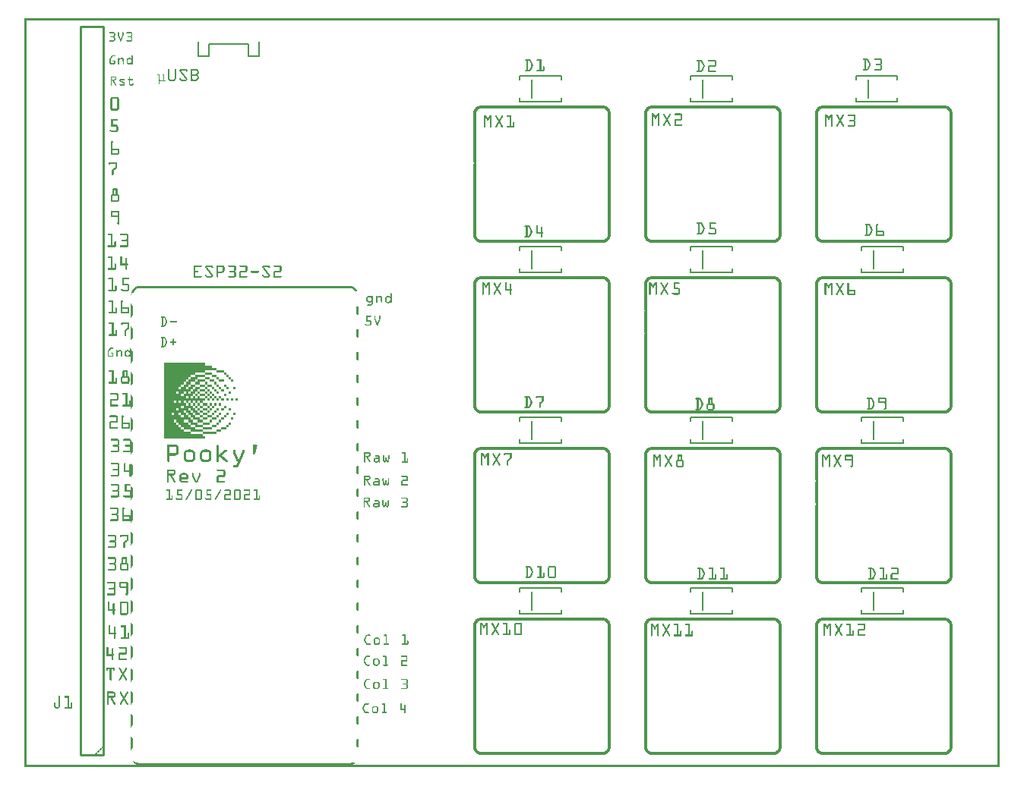
<source format=gto>
G04 MADE WITH FRITZING*
G04 WWW.FRITZING.ORG*
G04 DOUBLE SIDED*
G04 HOLES PLATED*
G04 CONTOUR ON CENTER OF CONTOUR VECTOR*
%ASAXBY*%
%FSLAX23Y23*%
%MOIN*%
%OFA0B0*%
%SFA1.0B1.0*%
%ADD10C,0.010000*%
%ADD11C,0.008000*%
%ADD12R,0.001000X0.001000*%
%LNSILK1*%
G90*
G70*
G54D10*
X346Y54D02*
X346Y3254D01*
D02*
X346Y3254D02*
X246Y3254D01*
D02*
X246Y3254D02*
X246Y54D01*
D02*
X246Y54D02*
X346Y54D01*
G54D11*
D02*
X3856Y690D02*
X3856Y672D01*
D02*
X3856Y672D02*
X3675Y672D01*
D02*
X3675Y672D02*
X3675Y690D01*
D02*
X3675Y769D02*
X3675Y786D01*
D02*
X3675Y786D02*
X3856Y786D01*
D02*
X3856Y786D02*
X3856Y769D01*
D02*
X3727Y690D02*
X3727Y769D01*
D02*
X3106Y690D02*
X3106Y672D01*
D02*
X3106Y672D02*
X2925Y672D01*
D02*
X2925Y672D02*
X2925Y690D01*
D02*
X2925Y769D02*
X2925Y786D01*
D02*
X2925Y786D02*
X3106Y786D01*
D02*
X3106Y786D02*
X3106Y769D01*
D02*
X2977Y690D02*
X2977Y769D01*
D02*
X2356Y690D02*
X2356Y672D01*
D02*
X2356Y672D02*
X2175Y672D01*
D02*
X2175Y672D02*
X2175Y690D01*
D02*
X2175Y769D02*
X2175Y786D01*
D02*
X2175Y786D02*
X2356Y786D01*
D02*
X2356Y786D02*
X2356Y769D01*
D02*
X2227Y690D02*
X2227Y769D01*
D02*
X3856Y1440D02*
X3856Y1422D01*
D02*
X3856Y1422D02*
X3675Y1422D01*
D02*
X3675Y1422D02*
X3675Y1440D01*
D02*
X3675Y1519D02*
X3675Y1536D01*
D02*
X3675Y1536D02*
X3856Y1536D01*
D02*
X3856Y1536D02*
X3856Y1519D01*
D02*
X3727Y1440D02*
X3727Y1519D01*
D02*
X3106Y1440D02*
X3106Y1422D01*
D02*
X3106Y1422D02*
X2925Y1422D01*
D02*
X2925Y1422D02*
X2925Y1440D01*
D02*
X2925Y1519D02*
X2925Y1536D01*
D02*
X2925Y1536D02*
X3106Y1536D01*
D02*
X3106Y1536D02*
X3106Y1519D01*
D02*
X2977Y1440D02*
X2977Y1519D01*
D02*
X2356Y1440D02*
X2356Y1422D01*
D02*
X2356Y1422D02*
X2175Y1422D01*
D02*
X2175Y1422D02*
X2175Y1440D01*
D02*
X2175Y1519D02*
X2175Y1536D01*
D02*
X2175Y1536D02*
X2356Y1536D01*
D02*
X2356Y1536D02*
X2356Y1519D01*
D02*
X2227Y1440D02*
X2227Y1519D01*
D02*
X3856Y2190D02*
X3856Y2172D01*
D02*
X3856Y2172D02*
X3675Y2172D01*
D02*
X3675Y2172D02*
X3675Y2190D01*
D02*
X3675Y2269D02*
X3675Y2286D01*
D02*
X3675Y2286D02*
X3856Y2286D01*
D02*
X3856Y2286D02*
X3856Y2269D01*
D02*
X3727Y2190D02*
X3727Y2269D01*
D02*
X3106Y2190D02*
X3106Y2172D01*
D02*
X3106Y2172D02*
X2925Y2172D01*
D02*
X2925Y2172D02*
X2925Y2190D01*
D02*
X2925Y2269D02*
X2925Y2286D01*
D02*
X2925Y2286D02*
X3106Y2286D01*
D02*
X3106Y2286D02*
X3106Y2269D01*
D02*
X2977Y2190D02*
X2977Y2269D01*
D02*
X2356Y2190D02*
X2356Y2172D01*
D02*
X2356Y2172D02*
X2175Y2172D01*
D02*
X2175Y2172D02*
X2175Y2190D01*
D02*
X2175Y2269D02*
X2175Y2286D01*
D02*
X2175Y2286D02*
X2356Y2286D01*
D02*
X2356Y2286D02*
X2356Y2269D01*
D02*
X2227Y2190D02*
X2227Y2269D01*
D02*
X3831Y2940D02*
X3831Y2922D01*
D02*
X3831Y2922D02*
X3650Y2922D01*
D02*
X3650Y2922D02*
X3650Y2940D01*
D02*
X3650Y3019D02*
X3650Y3036D01*
D02*
X3650Y3036D02*
X3831Y3036D01*
D02*
X3831Y3036D02*
X3831Y3019D01*
D02*
X3702Y2940D02*
X3702Y3019D01*
D02*
X3106Y2940D02*
X3106Y2922D01*
D02*
X3106Y2922D02*
X2925Y2922D01*
D02*
X2925Y2922D02*
X2925Y2940D01*
D02*
X2925Y3019D02*
X2925Y3036D01*
D02*
X2925Y3036D02*
X3106Y3036D01*
D02*
X3106Y3036D02*
X3106Y3019D01*
D02*
X2977Y2940D02*
X2977Y3019D01*
D02*
X2356Y2940D02*
X2356Y2922D01*
D02*
X2356Y2922D02*
X2175Y2922D01*
D02*
X2175Y2922D02*
X2175Y2940D01*
D02*
X2175Y3019D02*
X2175Y3036D01*
D02*
X2175Y3036D02*
X2356Y3036D01*
D02*
X2356Y3036D02*
X2356Y3019D01*
D02*
X2227Y2940D02*
X2227Y3019D01*
D02*
X1030Y3185D02*
X1030Y3122D01*
D02*
X1030Y3122D02*
X982Y3122D01*
D02*
X762Y3122D02*
X809Y3122D01*
D02*
X762Y3185D02*
X762Y3122D01*
D02*
X982Y3122D02*
X982Y3177D01*
D02*
X982Y3177D02*
X809Y3177D01*
D02*
X809Y3177D02*
X809Y3122D01*
G36*
X615Y1775D02*
X615Y1723D01*
X751Y1723D01*
X751Y1712D01*
X792Y1712D01*
X792Y1723D01*
X751Y1723D01*
X751Y1733D01*
X792Y1733D01*
X792Y1744D01*
X844Y1744D01*
X844Y1754D01*
X824Y1754D01*
X824Y1764D01*
X792Y1764D01*
X792Y1775D01*
X615Y1775D01*
G37*
D02*
G36*
X615Y1723D02*
X615Y1660D01*
X678Y1660D01*
X678Y1671D01*
X688Y1671D01*
X688Y1681D01*
X699Y1681D01*
X699Y1692D01*
X709Y1692D01*
X709Y1702D01*
X719Y1702D01*
X719Y1712D01*
X730Y1712D01*
X730Y1723D01*
X615Y1723D01*
G37*
D02*
G36*
X730Y1712D02*
X730Y1702D01*
X761Y1702D01*
X761Y1712D01*
X730Y1712D01*
G37*
D02*
G36*
X719Y1702D02*
X719Y1692D01*
X751Y1692D01*
X751Y1702D01*
X719Y1702D01*
G37*
D02*
G36*
X709Y1692D02*
X709Y1681D01*
X730Y1681D01*
X730Y1671D01*
X751Y1671D01*
X751Y1660D01*
X771Y1660D01*
X771Y1671D01*
X751Y1671D01*
X751Y1681D01*
X730Y1681D01*
X730Y1692D01*
X709Y1692D01*
G37*
D02*
G36*
X699Y1681D02*
X699Y1671D01*
X719Y1671D01*
X719Y1681D01*
X699Y1681D01*
G37*
D02*
G36*
X688Y1671D02*
X688Y1660D01*
X709Y1660D01*
X709Y1671D01*
X688Y1671D01*
G37*
D02*
G36*
X719Y1671D02*
X719Y1660D01*
X740Y1660D01*
X740Y1671D01*
X719Y1671D01*
G37*
D02*
G36*
X615Y1660D02*
X615Y1650D01*
X730Y1650D01*
X730Y1660D01*
X615Y1660D01*
G37*
D02*
G36*
X615Y1660D02*
X615Y1650D01*
X730Y1650D01*
X730Y1660D01*
X615Y1660D01*
G37*
D02*
G36*
X615Y1660D02*
X615Y1650D01*
X730Y1650D01*
X730Y1660D01*
X615Y1660D01*
G37*
D02*
G36*
X740Y1660D02*
X740Y1650D01*
X761Y1650D01*
X761Y1660D01*
X740Y1660D01*
G37*
D02*
G36*
X615Y1650D02*
X615Y1639D01*
X667Y1639D01*
X667Y1650D01*
X615Y1650D01*
G37*
D02*
G36*
X678Y1650D02*
X678Y1639D01*
X699Y1639D01*
X699Y1650D01*
X678Y1650D01*
G37*
D02*
G36*
X709Y1650D02*
X709Y1639D01*
X719Y1639D01*
X719Y1650D01*
X709Y1650D01*
G37*
D02*
G36*
X730Y1650D02*
X730Y1639D01*
X751Y1639D01*
X751Y1650D01*
X730Y1650D01*
G37*
D02*
G36*
X615Y1639D02*
X615Y1629D01*
X688Y1629D01*
X688Y1639D01*
X615Y1639D01*
G37*
D02*
G36*
X615Y1639D02*
X615Y1629D01*
X688Y1629D01*
X688Y1639D01*
X615Y1639D01*
G37*
D02*
G36*
X699Y1639D02*
X699Y1629D01*
X740Y1629D01*
X740Y1639D01*
X699Y1639D01*
G37*
D02*
G36*
X699Y1639D02*
X699Y1629D01*
X740Y1629D01*
X740Y1639D01*
X699Y1639D01*
G37*
D02*
G36*
X615Y1629D02*
X615Y1619D01*
X709Y1619D01*
X709Y1629D01*
X615Y1629D01*
G37*
D02*
G36*
X615Y1629D02*
X615Y1619D01*
X709Y1619D01*
X709Y1629D01*
X615Y1629D01*
G37*
D02*
G36*
X719Y1629D02*
X719Y1619D01*
X730Y1619D01*
X730Y1629D01*
X719Y1629D01*
G37*
D02*
G36*
X740Y1629D02*
X740Y1619D01*
X751Y1619D01*
X751Y1629D01*
X740Y1629D01*
G37*
D02*
G36*
X761Y1629D02*
X761Y1619D01*
X771Y1619D01*
X771Y1629D01*
X761Y1629D01*
G37*
D02*
G36*
X615Y1619D02*
X615Y1608D01*
X792Y1608D01*
X792Y1619D01*
X615Y1619D01*
G37*
D02*
G36*
X615Y1619D02*
X615Y1608D01*
X792Y1608D01*
X792Y1619D01*
X615Y1619D01*
G37*
D02*
G36*
X615Y1619D02*
X615Y1608D01*
X792Y1608D01*
X792Y1619D01*
X615Y1619D01*
G37*
D02*
G36*
X615Y1619D02*
X615Y1608D01*
X792Y1608D01*
X792Y1619D01*
X615Y1619D01*
G37*
D02*
G36*
X615Y1608D02*
X615Y1598D01*
X657Y1598D01*
X657Y1608D01*
X615Y1608D01*
G37*
D02*
G36*
X667Y1608D02*
X667Y1598D01*
X678Y1598D01*
X678Y1608D01*
X667Y1608D01*
G37*
D02*
G36*
X688Y1608D02*
X688Y1598D01*
X699Y1598D01*
X699Y1608D01*
X688Y1608D01*
G37*
D02*
G36*
X709Y1608D02*
X709Y1598D01*
X719Y1598D01*
X719Y1608D01*
X709Y1608D01*
G37*
D02*
G36*
X730Y1608D02*
X730Y1598D01*
X740Y1598D01*
X740Y1608D01*
X730Y1608D01*
G37*
D02*
G36*
X751Y1608D02*
X751Y1598D01*
X761Y1598D01*
X761Y1608D01*
X751Y1608D01*
G37*
D02*
G36*
X771Y1608D02*
X771Y1598D01*
X782Y1598D01*
X782Y1608D01*
X771Y1608D01*
G37*
D02*
G36*
X615Y1598D02*
X615Y1587D01*
X709Y1587D01*
X709Y1598D01*
X615Y1598D01*
G37*
D02*
G36*
X615Y1598D02*
X615Y1587D01*
X709Y1587D01*
X709Y1598D01*
X615Y1598D01*
G37*
D02*
G36*
X615Y1598D02*
X615Y1587D01*
X709Y1587D01*
X709Y1598D01*
X615Y1598D01*
G37*
D02*
G36*
X719Y1598D02*
X719Y1587D01*
X730Y1587D01*
X730Y1598D01*
X719Y1598D01*
G37*
D02*
G36*
X615Y1587D02*
X615Y1567D01*
X667Y1567D01*
X667Y1577D01*
X688Y1577D01*
X688Y1587D01*
X615Y1587D01*
G37*
D02*
G36*
X699Y1587D02*
X699Y1577D01*
X740Y1577D01*
X740Y1587D01*
X699Y1587D01*
G37*
D02*
G36*
X699Y1587D02*
X699Y1577D01*
X740Y1577D01*
X740Y1587D01*
X699Y1587D01*
G37*
D02*
G36*
X678Y1577D02*
X678Y1567D01*
X719Y1567D01*
X719Y1577D01*
X678Y1577D01*
G37*
D02*
G36*
X678Y1577D02*
X678Y1567D01*
X719Y1567D01*
X719Y1577D01*
X678Y1577D01*
G37*
D02*
G36*
X730Y1577D02*
X730Y1567D01*
X740Y1567D01*
X740Y1556D01*
X751Y1556D01*
X751Y1546D01*
X771Y1546D01*
X771Y1556D01*
X761Y1556D01*
X761Y1567D01*
X751Y1567D01*
X751Y1577D01*
X730Y1577D01*
G37*
D02*
G36*
X615Y1567D02*
X615Y1556D01*
X699Y1556D01*
X699Y1567D01*
X615Y1567D01*
G37*
D02*
G36*
X615Y1567D02*
X615Y1556D01*
X699Y1556D01*
X699Y1567D01*
X615Y1567D01*
G37*
D02*
G36*
X709Y1567D02*
X709Y1556D01*
X730Y1556D01*
X730Y1567D01*
X709Y1567D01*
G37*
D02*
G36*
X615Y1556D02*
X615Y1546D01*
X646Y1546D01*
X646Y1556D01*
X615Y1556D01*
G37*
D02*
G36*
X657Y1556D02*
X657Y1546D01*
X678Y1546D01*
X678Y1556D01*
X657Y1556D01*
G37*
D02*
G36*
X688Y1556D02*
X688Y1546D01*
X709Y1546D01*
X709Y1556D01*
X688Y1556D01*
G37*
D02*
G36*
X719Y1556D02*
X719Y1546D01*
X740Y1546D01*
X740Y1556D01*
X719Y1556D01*
G37*
D02*
G36*
X615Y1546D02*
X615Y1535D01*
X688Y1535D01*
X688Y1546D01*
X615Y1546D01*
G37*
D02*
G36*
X615Y1546D02*
X615Y1535D01*
X688Y1535D01*
X688Y1546D01*
X615Y1546D01*
G37*
D02*
G36*
X699Y1546D02*
X699Y1535D01*
X719Y1535D01*
X719Y1546D01*
X699Y1546D01*
G37*
D02*
G36*
X730Y1546D02*
X730Y1535D01*
X740Y1535D01*
X740Y1525D01*
X761Y1525D01*
X761Y1514D01*
X782Y1514D01*
X782Y1525D01*
X771Y1525D01*
X771Y1535D01*
X751Y1535D01*
X751Y1546D01*
X730Y1546D01*
G37*
D02*
G36*
X615Y1535D02*
X615Y1525D01*
X730Y1525D01*
X730Y1535D01*
X615Y1535D01*
G37*
D02*
G36*
X615Y1535D02*
X615Y1525D01*
X730Y1525D01*
X730Y1535D01*
X615Y1535D01*
G37*
D02*
G36*
X615Y1525D02*
X615Y1514D01*
X657Y1514D01*
X657Y1525D01*
X615Y1525D01*
G37*
D02*
G36*
X667Y1525D02*
X667Y1514D01*
X699Y1514D01*
X699Y1525D01*
X667Y1525D01*
G37*
D02*
G36*
X719Y1525D02*
X719Y1514D01*
X740Y1514D01*
X740Y1525D01*
X719Y1525D01*
G37*
D02*
G36*
X615Y1514D02*
X615Y1504D01*
X667Y1504D01*
X667Y1514D01*
X615Y1514D01*
G37*
D02*
G36*
X678Y1514D02*
X678Y1504D01*
X719Y1504D01*
X719Y1514D01*
X678Y1514D01*
G37*
D02*
G36*
X730Y1514D02*
X730Y1504D01*
X751Y1504D01*
X751Y1494D01*
X782Y1494D01*
X782Y1504D01*
X761Y1504D01*
X761Y1514D01*
X730Y1514D01*
G37*
D02*
G36*
X615Y1504D02*
X615Y1494D01*
X678Y1494D01*
X678Y1504D01*
X615Y1504D01*
G37*
D02*
G36*
X688Y1504D02*
X688Y1494D01*
X730Y1494D01*
X730Y1504D01*
X688Y1504D01*
G37*
D02*
G36*
X615Y1494D02*
X615Y1483D01*
X688Y1483D01*
X688Y1494D01*
X615Y1494D01*
G37*
D02*
G36*
X699Y1494D02*
X699Y1483D01*
X730Y1483D01*
X730Y1473D01*
X782Y1473D01*
X782Y1483D01*
X751Y1483D01*
X751Y1494D01*
X699Y1494D01*
G37*
D02*
G36*
X615Y1483D02*
X615Y1473D01*
X699Y1473D01*
X699Y1483D01*
X615Y1483D01*
G37*
D02*
G36*
X615Y1473D02*
X615Y1442D01*
X792Y1442D01*
X792Y1452D01*
X782Y1452D01*
X782Y1462D01*
X730Y1462D01*
X730Y1473D01*
X615Y1473D01*
G37*
D02*
G36*
X844Y1744D02*
X844Y1733D01*
X876Y1733D01*
X876Y1744D01*
X844Y1744D01*
G37*
D02*
G36*
X792Y1733D02*
X792Y1723D01*
X824Y1723D01*
X824Y1733D01*
X792Y1733D01*
G37*
D02*
G36*
X876Y1733D02*
X876Y1723D01*
X886Y1723D01*
X886Y1733D01*
X876Y1733D01*
G37*
D02*
G36*
X824Y1723D02*
X824Y1712D01*
X844Y1712D01*
X844Y1723D01*
X824Y1723D01*
G37*
D02*
G36*
X886Y1723D02*
X886Y1712D01*
X896Y1712D01*
X896Y1723D01*
X886Y1723D01*
G37*
D02*
G36*
X792Y1712D02*
X792Y1702D01*
X813Y1702D01*
X813Y1712D01*
X792Y1712D01*
G37*
D02*
G36*
X844Y1712D02*
X844Y1702D01*
X855Y1702D01*
X855Y1712D01*
X844Y1712D01*
G37*
D02*
G36*
X896Y1712D02*
X896Y1702D01*
X907Y1702D01*
X907Y1712D01*
X896Y1712D01*
G37*
D02*
G36*
X761Y1702D02*
X761Y1692D01*
X751Y1692D01*
X751Y1681D01*
X771Y1681D01*
X771Y1692D01*
X792Y1692D01*
X792Y1702D01*
X761Y1702D01*
G37*
D02*
G36*
X813Y1702D02*
X813Y1692D01*
X834Y1692D01*
X834Y1702D01*
X813Y1702D01*
G37*
D02*
G36*
X855Y1702D02*
X855Y1692D01*
X876Y1692D01*
X876Y1702D01*
X855Y1702D01*
G37*
D02*
G36*
X907Y1702D02*
X907Y1692D01*
X917Y1692D01*
X917Y1702D01*
X907Y1702D01*
G37*
D02*
G36*
X792Y1692D02*
X792Y1681D01*
X803Y1681D01*
X803Y1692D01*
X792Y1692D01*
G37*
D02*
G36*
X834Y1692D02*
X834Y1681D01*
X844Y1681D01*
X844Y1692D01*
X834Y1692D01*
G37*
D02*
G36*
X771Y1681D02*
X771Y1671D01*
X792Y1671D01*
X792Y1681D01*
X771Y1681D01*
G37*
D02*
G36*
X803Y1681D02*
X803Y1671D01*
X824Y1671D01*
X824Y1681D01*
X803Y1681D01*
G37*
D02*
G36*
X844Y1681D02*
X844Y1671D01*
X855Y1671D01*
X855Y1681D01*
X844Y1681D01*
G37*
D02*
G36*
X876Y1681D02*
X876Y1671D01*
X886Y1671D01*
X886Y1681D01*
X876Y1681D01*
G37*
D02*
G36*
X792Y1671D02*
X792Y1660D01*
X803Y1660D01*
X803Y1671D01*
X792Y1671D01*
G37*
D02*
G36*
X824Y1671D02*
X824Y1660D01*
X834Y1660D01*
X834Y1671D01*
X824Y1671D01*
G37*
D02*
G36*
X855Y1671D02*
X855Y1660D01*
X865Y1660D01*
X865Y1671D01*
X855Y1671D01*
G37*
D02*
G36*
X886Y1671D02*
X886Y1660D01*
X896Y1660D01*
X896Y1671D01*
X886Y1671D01*
G37*
D02*
G36*
X917Y1671D02*
X917Y1660D01*
X928Y1660D01*
X928Y1671D01*
X917Y1671D01*
G37*
D02*
G36*
X771Y1660D02*
X771Y1650D01*
X792Y1650D01*
X792Y1660D01*
X771Y1660D01*
G37*
D02*
G36*
X803Y1660D02*
X803Y1650D01*
X813Y1650D01*
X813Y1660D01*
X803Y1660D01*
G37*
D02*
G36*
X834Y1660D02*
X834Y1650D01*
X844Y1650D01*
X844Y1660D01*
X834Y1660D01*
G37*
D02*
G36*
X865Y1660D02*
X865Y1650D01*
X876Y1650D01*
X876Y1660D01*
X865Y1660D01*
G37*
D02*
G36*
X761Y1650D02*
X761Y1639D01*
X771Y1639D01*
X771Y1650D01*
X761Y1650D01*
G37*
D02*
G36*
X792Y1650D02*
X792Y1639D01*
X803Y1639D01*
X803Y1650D01*
X792Y1650D01*
G37*
D02*
G36*
X813Y1650D02*
X813Y1639D01*
X824Y1639D01*
X824Y1650D01*
X813Y1650D01*
G37*
D02*
G36*
X844Y1650D02*
X844Y1639D01*
X855Y1639D01*
X855Y1650D01*
X844Y1650D01*
G37*
D02*
G36*
X896Y1650D02*
X896Y1639D01*
X907Y1639D01*
X907Y1650D01*
X896Y1650D01*
G37*
D02*
G36*
X751Y1639D02*
X751Y1629D01*
X761Y1629D01*
X761Y1639D01*
X751Y1639D01*
G37*
D02*
G36*
X771Y1639D02*
X771Y1629D01*
X792Y1629D01*
X792Y1639D01*
X771Y1639D01*
G37*
D02*
G36*
X803Y1639D02*
X803Y1629D01*
X813Y1629D01*
X813Y1639D01*
X803Y1639D01*
G37*
D02*
G36*
X824Y1639D02*
X824Y1629D01*
X834Y1629D01*
X834Y1639D01*
X824Y1639D01*
G37*
D02*
G36*
X876Y1639D02*
X876Y1629D01*
X886Y1629D01*
X886Y1639D01*
X876Y1639D01*
G37*
D02*
G36*
X792Y1629D02*
X792Y1619D01*
X803Y1619D01*
X803Y1629D01*
X792Y1629D01*
G37*
D02*
G36*
X813Y1629D02*
X813Y1619D01*
X824Y1619D01*
X824Y1629D01*
X813Y1629D01*
G37*
D02*
G36*
X834Y1629D02*
X834Y1619D01*
X844Y1619D01*
X844Y1629D01*
X834Y1629D01*
G37*
D02*
G36*
X855Y1629D02*
X855Y1619D01*
X865Y1619D01*
X865Y1629D01*
X855Y1629D01*
G37*
D02*
G36*
X803Y1619D02*
X803Y1608D01*
X813Y1608D01*
X813Y1619D01*
X803Y1619D01*
G37*
D02*
G36*
X824Y1619D02*
X824Y1608D01*
X834Y1608D01*
X834Y1619D01*
X824Y1619D01*
G37*
D02*
G36*
X844Y1619D02*
X844Y1608D01*
X855Y1608D01*
X855Y1619D01*
X844Y1619D01*
G37*
D02*
G36*
X865Y1619D02*
X865Y1608D01*
X876Y1608D01*
X876Y1619D01*
X865Y1619D01*
G37*
D02*
G36*
X886Y1619D02*
X886Y1608D01*
X896Y1608D01*
X896Y1619D01*
X886Y1619D01*
G37*
D02*
G36*
X907Y1619D02*
X907Y1608D01*
X917Y1608D01*
X917Y1619D01*
X907Y1619D01*
G37*
D02*
G36*
X928Y1619D02*
X928Y1608D01*
X938Y1608D01*
X938Y1619D01*
X928Y1619D01*
G37*
D02*
G36*
X740Y1598D02*
X740Y1587D01*
X751Y1587D01*
X751Y1598D01*
X740Y1598D01*
G37*
D02*
G36*
X761Y1598D02*
X761Y1587D01*
X771Y1587D01*
X771Y1598D01*
X761Y1598D01*
G37*
D02*
G36*
X782Y1598D02*
X782Y1587D01*
X803Y1587D01*
X803Y1598D01*
X782Y1598D01*
G37*
D02*
G36*
X813Y1598D02*
X813Y1587D01*
X824Y1587D01*
X824Y1598D01*
X813Y1598D01*
G37*
D02*
G36*
X834Y1598D02*
X834Y1587D01*
X844Y1587D01*
X844Y1598D01*
X834Y1598D01*
G37*
D02*
G36*
X855Y1598D02*
X855Y1587D01*
X865Y1587D01*
X865Y1598D01*
X855Y1598D01*
G37*
D02*
G36*
X751Y1587D02*
X751Y1577D01*
X761Y1577D01*
X761Y1587D01*
X751Y1587D01*
G37*
D02*
G36*
X771Y1587D02*
X771Y1577D01*
X782Y1577D01*
X782Y1587D01*
X771Y1587D01*
G37*
D02*
G36*
X803Y1587D02*
X803Y1577D01*
X813Y1577D01*
X813Y1587D01*
X803Y1587D01*
G37*
D02*
G36*
X824Y1587D02*
X824Y1577D01*
X834Y1577D01*
X834Y1587D01*
X824Y1587D01*
G37*
D02*
G36*
X876Y1587D02*
X876Y1577D01*
X886Y1577D01*
X886Y1587D01*
X876Y1587D01*
G37*
D02*
G36*
X761Y1577D02*
X761Y1567D01*
X771Y1567D01*
X771Y1577D01*
X761Y1577D01*
G37*
D02*
G36*
X782Y1577D02*
X782Y1567D01*
X803Y1567D01*
X803Y1577D01*
X782Y1577D01*
G37*
D02*
G36*
X813Y1577D02*
X813Y1567D01*
X824Y1567D01*
X824Y1577D01*
X813Y1577D01*
G37*
D02*
G36*
X844Y1577D02*
X844Y1567D01*
X855Y1567D01*
X855Y1577D01*
X844Y1577D01*
G37*
D02*
G36*
X865Y1577D02*
X865Y1567D01*
X876Y1567D01*
X876Y1577D01*
X865Y1577D01*
G37*
D02*
G36*
X896Y1577D02*
X896Y1567D01*
X907Y1567D01*
X907Y1577D01*
X896Y1577D01*
G37*
D02*
G36*
X771Y1567D02*
X771Y1556D01*
X782Y1556D01*
X782Y1567D01*
X771Y1567D01*
G37*
D02*
G36*
X803Y1567D02*
X803Y1556D01*
X813Y1556D01*
X813Y1567D01*
X803Y1567D01*
G37*
D02*
G36*
X834Y1567D02*
X834Y1556D01*
X844Y1556D01*
X844Y1567D01*
X834Y1567D01*
G37*
D02*
G36*
X782Y1556D02*
X782Y1546D01*
X803Y1546D01*
X803Y1556D01*
X782Y1556D01*
G37*
D02*
G36*
X824Y1556D02*
X824Y1546D01*
X834Y1546D01*
X834Y1556D01*
X824Y1556D01*
G37*
D02*
G36*
X855Y1556D02*
X855Y1546D01*
X865Y1546D01*
X865Y1556D01*
X855Y1556D01*
G37*
D02*
G36*
X886Y1556D02*
X886Y1546D01*
X896Y1546D01*
X896Y1556D01*
X886Y1556D01*
G37*
D02*
G36*
X917Y1556D02*
X917Y1546D01*
X928Y1546D01*
X928Y1556D01*
X917Y1556D01*
G37*
D02*
G36*
X771Y1546D02*
X771Y1535D01*
X782Y1535D01*
X782Y1546D01*
X771Y1546D01*
G37*
D02*
G36*
X803Y1546D02*
X803Y1535D01*
X824Y1535D01*
X824Y1546D01*
X803Y1546D01*
G37*
D02*
G36*
X844Y1546D02*
X844Y1535D01*
X855Y1535D01*
X855Y1546D01*
X844Y1546D01*
G37*
D02*
G36*
X876Y1546D02*
X876Y1535D01*
X886Y1535D01*
X886Y1546D01*
X876Y1546D01*
G37*
D02*
G36*
X782Y1535D02*
X782Y1525D01*
X803Y1525D01*
X803Y1535D01*
X782Y1535D01*
G37*
D02*
G36*
X824Y1535D02*
X824Y1525D01*
X844Y1525D01*
X844Y1535D01*
X824Y1535D01*
G37*
D02*
G36*
X865Y1535D02*
X865Y1525D01*
X876Y1525D01*
X876Y1535D01*
X865Y1535D01*
G37*
D02*
G36*
X907Y1535D02*
X907Y1525D01*
X917Y1525D01*
X917Y1535D01*
X907Y1535D01*
G37*
D02*
G36*
X813Y1525D02*
X813Y1514D01*
X824Y1514D01*
X824Y1525D01*
X813Y1525D01*
G37*
D02*
G36*
X855Y1525D02*
X855Y1514D01*
X865Y1514D01*
X865Y1525D01*
X855Y1525D01*
G37*
D02*
G36*
X782Y1514D02*
X782Y1504D01*
X813Y1504D01*
X813Y1514D01*
X782Y1514D01*
G37*
D02*
G36*
X844Y1514D02*
X844Y1504D01*
X855Y1504D01*
X855Y1514D01*
X844Y1514D01*
G37*
D02*
G36*
X896Y1514D02*
X896Y1504D01*
X907Y1504D01*
X907Y1514D01*
X896Y1514D01*
G37*
D02*
G36*
X824Y1504D02*
X824Y1494D01*
X844Y1494D01*
X844Y1504D01*
X824Y1504D01*
G37*
D02*
G36*
X886Y1504D02*
X886Y1494D01*
X896Y1494D01*
X896Y1504D01*
X886Y1504D01*
G37*
D02*
G36*
X782Y1494D02*
X782Y1483D01*
X824Y1483D01*
X824Y1494D01*
X782Y1494D01*
G37*
D02*
G36*
X865Y1494D02*
X865Y1483D01*
X886Y1483D01*
X886Y1494D01*
X865Y1494D01*
G37*
D02*
G36*
X844Y1483D02*
X844Y1473D01*
X865Y1473D01*
X865Y1483D01*
X844Y1483D01*
G37*
D02*
G36*
X782Y1473D02*
X782Y1462D01*
X844Y1462D01*
X844Y1473D01*
X782Y1473D01*
G37*
D02*
G54D12*
X1Y3288D02*
X4279Y3288D01*
X1Y3287D02*
X4279Y3287D01*
X1Y3286D02*
X4279Y3286D01*
X1Y3285D02*
X4279Y3285D01*
X1Y3284D02*
X4279Y3284D01*
X1Y3283D02*
X4279Y3283D01*
X1Y3282D02*
X4279Y3282D01*
X1Y3281D02*
X4279Y3281D01*
X1Y3280D02*
X8Y3280D01*
X4272Y3280D02*
X4279Y3280D01*
X1Y3279D02*
X8Y3279D01*
X4272Y3279D02*
X4279Y3279D01*
X1Y3278D02*
X8Y3278D01*
X4272Y3278D02*
X4279Y3278D01*
X1Y3277D02*
X8Y3277D01*
X4272Y3277D02*
X4279Y3277D01*
X1Y3276D02*
X8Y3276D01*
X4272Y3276D02*
X4279Y3276D01*
X1Y3275D02*
X8Y3275D01*
X4272Y3275D02*
X4279Y3275D01*
X1Y3274D02*
X8Y3274D01*
X4272Y3274D02*
X4279Y3274D01*
X1Y3273D02*
X8Y3273D01*
X4272Y3273D02*
X4279Y3273D01*
X1Y3272D02*
X8Y3272D01*
X4272Y3272D02*
X4279Y3272D01*
X1Y3271D02*
X8Y3271D01*
X4272Y3271D02*
X4279Y3271D01*
X1Y3270D02*
X8Y3270D01*
X4272Y3270D02*
X4279Y3270D01*
X1Y3269D02*
X8Y3269D01*
X4272Y3269D02*
X4279Y3269D01*
X1Y3268D02*
X8Y3268D01*
X4272Y3268D02*
X4279Y3268D01*
X1Y3267D02*
X8Y3267D01*
X4272Y3267D02*
X4279Y3267D01*
X1Y3266D02*
X8Y3266D01*
X4272Y3266D02*
X4279Y3266D01*
X1Y3265D02*
X8Y3265D01*
X4272Y3265D02*
X4279Y3265D01*
X1Y3264D02*
X8Y3264D01*
X4272Y3264D02*
X4279Y3264D01*
X1Y3263D02*
X8Y3263D01*
X4272Y3263D02*
X4279Y3263D01*
X1Y3262D02*
X8Y3262D01*
X4272Y3262D02*
X4279Y3262D01*
X1Y3261D02*
X8Y3261D01*
X4272Y3261D02*
X4279Y3261D01*
X1Y3260D02*
X8Y3260D01*
X4272Y3260D02*
X4279Y3260D01*
X1Y3259D02*
X8Y3259D01*
X4272Y3259D02*
X4279Y3259D01*
X1Y3258D02*
X8Y3258D01*
X4272Y3258D02*
X4279Y3258D01*
X1Y3257D02*
X8Y3257D01*
X4272Y3257D02*
X4279Y3257D01*
X1Y3256D02*
X8Y3256D01*
X4272Y3256D02*
X4279Y3256D01*
X1Y3255D02*
X8Y3255D01*
X4272Y3255D02*
X4279Y3255D01*
X1Y3254D02*
X8Y3254D01*
X4272Y3254D02*
X4279Y3254D01*
X1Y3253D02*
X8Y3253D01*
X4272Y3253D02*
X4279Y3253D01*
X1Y3252D02*
X8Y3252D01*
X4272Y3252D02*
X4279Y3252D01*
X1Y3251D02*
X8Y3251D01*
X4272Y3251D02*
X4279Y3251D01*
X1Y3250D02*
X8Y3250D01*
X4272Y3250D02*
X4279Y3250D01*
X1Y3249D02*
X8Y3249D01*
X4272Y3249D02*
X4279Y3249D01*
X1Y3248D02*
X8Y3248D01*
X4272Y3248D02*
X4279Y3248D01*
X1Y3247D02*
X8Y3247D01*
X4272Y3247D02*
X4279Y3247D01*
X1Y3246D02*
X8Y3246D01*
X4272Y3246D02*
X4279Y3246D01*
X1Y3245D02*
X8Y3245D01*
X4272Y3245D02*
X4279Y3245D01*
X1Y3244D02*
X8Y3244D01*
X4272Y3244D02*
X4279Y3244D01*
X1Y3243D02*
X8Y3243D01*
X4272Y3243D02*
X4279Y3243D01*
X1Y3242D02*
X8Y3242D01*
X4272Y3242D02*
X4279Y3242D01*
X1Y3241D02*
X8Y3241D01*
X4272Y3241D02*
X4279Y3241D01*
X1Y3240D02*
X8Y3240D01*
X4272Y3240D02*
X4279Y3240D01*
X1Y3239D02*
X8Y3239D01*
X4272Y3239D02*
X4279Y3239D01*
X1Y3238D02*
X8Y3238D01*
X4272Y3238D02*
X4279Y3238D01*
X1Y3237D02*
X8Y3237D01*
X4272Y3237D02*
X4279Y3237D01*
X1Y3236D02*
X8Y3236D01*
X4272Y3236D02*
X4279Y3236D01*
X1Y3235D02*
X8Y3235D01*
X4272Y3235D02*
X4279Y3235D01*
X1Y3234D02*
X8Y3234D01*
X4272Y3234D02*
X4279Y3234D01*
X1Y3233D02*
X8Y3233D01*
X4272Y3233D02*
X4279Y3233D01*
X1Y3232D02*
X8Y3232D01*
X4272Y3232D02*
X4279Y3232D01*
X1Y3231D02*
X8Y3231D01*
X4272Y3231D02*
X4279Y3231D01*
X1Y3230D02*
X8Y3230D01*
X4272Y3230D02*
X4279Y3230D01*
X1Y3229D02*
X8Y3229D01*
X4272Y3229D02*
X4279Y3229D01*
X1Y3228D02*
X8Y3228D01*
X374Y3228D02*
X394Y3228D01*
X412Y3228D02*
X413Y3228D01*
X432Y3228D02*
X434Y3228D01*
X449Y3228D02*
X470Y3228D01*
X4272Y3228D02*
X4279Y3228D01*
X1Y3227D02*
X8Y3227D01*
X373Y3227D02*
X396Y3227D01*
X411Y3227D02*
X414Y3227D01*
X432Y3227D02*
X435Y3227D01*
X448Y3227D02*
X471Y3227D01*
X4272Y3227D02*
X4279Y3227D01*
X1Y3226D02*
X8Y3226D01*
X373Y3226D02*
X397Y3226D01*
X410Y3226D02*
X415Y3226D01*
X431Y3226D02*
X435Y3226D01*
X448Y3226D02*
X472Y3226D01*
X4272Y3226D02*
X4279Y3226D01*
X1Y3225D02*
X8Y3225D01*
X373Y3225D02*
X397Y3225D01*
X410Y3225D02*
X415Y3225D01*
X431Y3225D02*
X436Y3225D01*
X448Y3225D02*
X473Y3225D01*
X4272Y3225D02*
X4279Y3225D01*
X1Y3224D02*
X8Y3224D01*
X373Y3224D02*
X398Y3224D01*
X410Y3224D02*
X415Y3224D01*
X431Y3224D02*
X436Y3224D01*
X449Y3224D02*
X473Y3224D01*
X4272Y3224D02*
X4279Y3224D01*
X1Y3223D02*
X8Y3223D01*
X393Y3223D02*
X398Y3223D01*
X410Y3223D02*
X415Y3223D01*
X431Y3223D02*
X436Y3223D01*
X469Y3223D02*
X473Y3223D01*
X4272Y3223D02*
X4279Y3223D01*
X1Y3222D02*
X8Y3222D01*
X393Y3222D02*
X398Y3222D01*
X410Y3222D02*
X415Y3222D01*
X431Y3222D02*
X436Y3222D01*
X469Y3222D02*
X473Y3222D01*
X4272Y3222D02*
X4279Y3222D01*
X1Y3221D02*
X8Y3221D01*
X393Y3221D02*
X398Y3221D01*
X410Y3221D02*
X415Y3221D01*
X431Y3221D02*
X436Y3221D01*
X469Y3221D02*
X473Y3221D01*
X4272Y3221D02*
X4279Y3221D01*
X1Y3220D02*
X8Y3220D01*
X393Y3220D02*
X398Y3220D01*
X410Y3220D02*
X415Y3220D01*
X431Y3220D02*
X436Y3220D01*
X469Y3220D02*
X473Y3220D01*
X4272Y3220D02*
X4279Y3220D01*
X1Y3219D02*
X8Y3219D01*
X393Y3219D02*
X398Y3219D01*
X410Y3219D02*
X415Y3219D01*
X431Y3219D02*
X436Y3219D01*
X469Y3219D02*
X473Y3219D01*
X4272Y3219D02*
X4279Y3219D01*
X1Y3218D02*
X8Y3218D01*
X393Y3218D02*
X398Y3218D01*
X410Y3218D02*
X415Y3218D01*
X431Y3218D02*
X436Y3218D01*
X469Y3218D02*
X473Y3218D01*
X4272Y3218D02*
X4279Y3218D01*
X1Y3217D02*
X8Y3217D01*
X393Y3217D02*
X398Y3217D01*
X410Y3217D02*
X415Y3217D01*
X431Y3217D02*
X436Y3217D01*
X469Y3217D02*
X473Y3217D01*
X4272Y3217D02*
X4279Y3217D01*
X1Y3216D02*
X8Y3216D01*
X393Y3216D02*
X398Y3216D01*
X410Y3216D02*
X415Y3216D01*
X431Y3216D02*
X435Y3216D01*
X469Y3216D02*
X473Y3216D01*
X4272Y3216D02*
X4279Y3216D01*
X1Y3215D02*
X8Y3215D01*
X393Y3215D02*
X398Y3215D01*
X411Y3215D02*
X416Y3215D01*
X430Y3215D02*
X435Y3215D01*
X469Y3215D02*
X473Y3215D01*
X4272Y3215D02*
X4279Y3215D01*
X1Y3214D02*
X8Y3214D01*
X393Y3214D02*
X398Y3214D01*
X411Y3214D02*
X416Y3214D01*
X430Y3214D02*
X435Y3214D01*
X469Y3214D02*
X473Y3214D01*
X4272Y3214D02*
X4279Y3214D01*
X1Y3213D02*
X8Y3213D01*
X393Y3213D02*
X398Y3213D01*
X412Y3213D02*
X416Y3213D01*
X429Y3213D02*
X434Y3213D01*
X469Y3213D02*
X473Y3213D01*
X4272Y3213D02*
X4279Y3213D01*
X1Y3212D02*
X8Y3212D01*
X393Y3212D02*
X398Y3212D01*
X412Y3212D02*
X417Y3212D01*
X429Y3212D02*
X434Y3212D01*
X469Y3212D02*
X473Y3212D01*
X4272Y3212D02*
X4279Y3212D01*
X1Y3211D02*
X8Y3211D01*
X392Y3211D02*
X397Y3211D01*
X412Y3211D02*
X417Y3211D01*
X429Y3211D02*
X433Y3211D01*
X467Y3211D02*
X473Y3211D01*
X4272Y3211D02*
X4279Y3211D01*
X1Y3210D02*
X8Y3210D01*
X379Y3210D02*
X397Y3210D01*
X413Y3210D02*
X418Y3210D01*
X428Y3210D02*
X433Y3210D01*
X454Y3210D02*
X473Y3210D01*
X4272Y3210D02*
X4279Y3210D01*
X1Y3209D02*
X8Y3209D01*
X378Y3209D02*
X396Y3209D01*
X413Y3209D02*
X418Y3209D01*
X428Y3209D02*
X433Y3209D01*
X454Y3209D02*
X472Y3209D01*
X4272Y3209D02*
X4279Y3209D01*
X1Y3208D02*
X8Y3208D01*
X378Y3208D02*
X396Y3208D01*
X414Y3208D02*
X418Y3208D01*
X428Y3208D02*
X432Y3208D01*
X453Y3208D02*
X471Y3208D01*
X4272Y3208D02*
X4279Y3208D01*
X1Y3207D02*
X8Y3207D01*
X378Y3207D02*
X396Y3207D01*
X414Y3207D02*
X419Y3207D01*
X427Y3207D02*
X432Y3207D01*
X454Y3207D02*
X472Y3207D01*
X4272Y3207D02*
X4279Y3207D01*
X1Y3206D02*
X8Y3206D01*
X379Y3206D02*
X397Y3206D01*
X414Y3206D02*
X419Y3206D01*
X427Y3206D02*
X431Y3206D01*
X454Y3206D02*
X473Y3206D01*
X4272Y3206D02*
X4279Y3206D01*
X1Y3205D02*
X8Y3205D01*
X392Y3205D02*
X397Y3205D01*
X415Y3205D02*
X420Y3205D01*
X426Y3205D02*
X431Y3205D01*
X468Y3205D02*
X473Y3205D01*
X4272Y3205D02*
X4279Y3205D01*
X1Y3204D02*
X8Y3204D01*
X393Y3204D02*
X398Y3204D01*
X415Y3204D02*
X420Y3204D01*
X426Y3204D02*
X431Y3204D01*
X469Y3204D02*
X473Y3204D01*
X4272Y3204D02*
X4279Y3204D01*
X1Y3203D02*
X8Y3203D01*
X393Y3203D02*
X398Y3203D01*
X416Y3203D02*
X420Y3203D01*
X426Y3203D02*
X430Y3203D01*
X469Y3203D02*
X473Y3203D01*
X4272Y3203D02*
X4279Y3203D01*
X1Y3202D02*
X8Y3202D01*
X393Y3202D02*
X398Y3202D01*
X416Y3202D02*
X421Y3202D01*
X425Y3202D02*
X430Y3202D01*
X469Y3202D02*
X473Y3202D01*
X4272Y3202D02*
X4279Y3202D01*
X1Y3201D02*
X8Y3201D01*
X393Y3201D02*
X398Y3201D01*
X416Y3201D02*
X421Y3201D01*
X425Y3201D02*
X429Y3201D01*
X469Y3201D02*
X473Y3201D01*
X4272Y3201D02*
X4279Y3201D01*
X1Y3200D02*
X8Y3200D01*
X393Y3200D02*
X398Y3200D01*
X417Y3200D02*
X421Y3200D01*
X424Y3200D02*
X429Y3200D01*
X469Y3200D02*
X473Y3200D01*
X4272Y3200D02*
X4279Y3200D01*
X1Y3199D02*
X8Y3199D01*
X393Y3199D02*
X398Y3199D01*
X417Y3199D02*
X422Y3199D01*
X424Y3199D02*
X429Y3199D01*
X469Y3199D02*
X473Y3199D01*
X4272Y3199D02*
X4279Y3199D01*
X1Y3198D02*
X8Y3198D01*
X393Y3198D02*
X398Y3198D01*
X417Y3198D02*
X428Y3198D01*
X469Y3198D02*
X473Y3198D01*
X4272Y3198D02*
X4279Y3198D01*
X1Y3197D02*
X8Y3197D01*
X393Y3197D02*
X398Y3197D01*
X418Y3197D02*
X428Y3197D01*
X469Y3197D02*
X473Y3197D01*
X4272Y3197D02*
X4279Y3197D01*
X1Y3196D02*
X8Y3196D01*
X393Y3196D02*
X398Y3196D01*
X418Y3196D02*
X428Y3196D01*
X469Y3196D02*
X473Y3196D01*
X4272Y3196D02*
X4279Y3196D01*
X1Y3195D02*
X8Y3195D01*
X393Y3195D02*
X398Y3195D01*
X419Y3195D02*
X427Y3195D01*
X469Y3195D02*
X473Y3195D01*
X4272Y3195D02*
X4279Y3195D01*
X1Y3194D02*
X8Y3194D01*
X393Y3194D02*
X398Y3194D01*
X419Y3194D02*
X427Y3194D01*
X469Y3194D02*
X473Y3194D01*
X4272Y3194D02*
X4279Y3194D01*
X1Y3193D02*
X8Y3193D01*
X393Y3193D02*
X398Y3193D01*
X419Y3193D02*
X426Y3193D01*
X469Y3193D02*
X473Y3193D01*
X4272Y3193D02*
X4279Y3193D01*
X1Y3192D02*
X8Y3192D01*
X373Y3192D02*
X398Y3192D01*
X420Y3192D02*
X426Y3192D01*
X449Y3192D02*
X473Y3192D01*
X4272Y3192D02*
X4279Y3192D01*
X1Y3191D02*
X8Y3191D01*
X373Y3191D02*
X397Y3191D01*
X420Y3191D02*
X426Y3191D01*
X448Y3191D02*
X473Y3191D01*
X4272Y3191D02*
X4279Y3191D01*
X1Y3190D02*
X8Y3190D01*
X373Y3190D02*
X397Y3190D01*
X421Y3190D02*
X425Y3190D01*
X448Y3190D02*
X472Y3190D01*
X4272Y3190D02*
X4279Y3190D01*
X1Y3189D02*
X8Y3189D01*
X373Y3189D02*
X396Y3189D01*
X421Y3189D02*
X425Y3189D01*
X448Y3189D02*
X471Y3189D01*
X4272Y3189D02*
X4279Y3189D01*
X1Y3188D02*
X8Y3188D01*
X374Y3188D02*
X394Y3188D01*
X422Y3188D02*
X424Y3188D01*
X449Y3188D02*
X470Y3188D01*
X4272Y3188D02*
X4279Y3188D01*
X1Y3187D02*
X8Y3187D01*
X4272Y3187D02*
X4279Y3187D01*
X1Y3186D02*
X8Y3186D01*
X4272Y3186D02*
X4279Y3186D01*
X1Y3185D02*
X8Y3185D01*
X4272Y3185D02*
X4279Y3185D01*
X1Y3184D02*
X8Y3184D01*
X4272Y3184D02*
X4279Y3184D01*
X1Y3183D02*
X8Y3183D01*
X4272Y3183D02*
X4279Y3183D01*
X1Y3182D02*
X8Y3182D01*
X4272Y3182D02*
X4279Y3182D01*
X1Y3181D02*
X8Y3181D01*
X4272Y3181D02*
X4279Y3181D01*
X1Y3180D02*
X8Y3180D01*
X4272Y3180D02*
X4279Y3180D01*
X1Y3179D02*
X8Y3179D01*
X4272Y3179D02*
X4279Y3179D01*
X1Y3178D02*
X8Y3178D01*
X4272Y3178D02*
X4279Y3178D01*
X1Y3177D02*
X8Y3177D01*
X4272Y3177D02*
X4279Y3177D01*
X1Y3176D02*
X8Y3176D01*
X4272Y3176D02*
X4279Y3176D01*
X1Y3175D02*
X8Y3175D01*
X4272Y3175D02*
X4279Y3175D01*
X1Y3174D02*
X8Y3174D01*
X4272Y3174D02*
X4279Y3174D01*
X1Y3173D02*
X8Y3173D01*
X4272Y3173D02*
X4279Y3173D01*
X1Y3172D02*
X8Y3172D01*
X4272Y3172D02*
X4279Y3172D01*
X1Y3171D02*
X8Y3171D01*
X4272Y3171D02*
X4279Y3171D01*
X1Y3170D02*
X8Y3170D01*
X4272Y3170D02*
X4279Y3170D01*
X1Y3169D02*
X8Y3169D01*
X4272Y3169D02*
X4279Y3169D01*
X1Y3168D02*
X8Y3168D01*
X4272Y3168D02*
X4279Y3168D01*
X1Y3167D02*
X8Y3167D01*
X4272Y3167D02*
X4279Y3167D01*
X1Y3166D02*
X8Y3166D01*
X4272Y3166D02*
X4279Y3166D01*
X1Y3165D02*
X8Y3165D01*
X4272Y3165D02*
X4279Y3165D01*
X1Y3164D02*
X8Y3164D01*
X4272Y3164D02*
X4279Y3164D01*
X1Y3163D02*
X8Y3163D01*
X4272Y3163D02*
X4279Y3163D01*
X1Y3162D02*
X8Y3162D01*
X4272Y3162D02*
X4279Y3162D01*
X1Y3161D02*
X8Y3161D01*
X4272Y3161D02*
X4279Y3161D01*
X1Y3160D02*
X8Y3160D01*
X4272Y3160D02*
X4279Y3160D01*
X1Y3159D02*
X8Y3159D01*
X4272Y3159D02*
X4279Y3159D01*
X1Y3158D02*
X8Y3158D01*
X4272Y3158D02*
X4279Y3158D01*
X1Y3157D02*
X8Y3157D01*
X4272Y3157D02*
X4279Y3157D01*
X1Y3156D02*
X8Y3156D01*
X4272Y3156D02*
X4279Y3156D01*
X1Y3155D02*
X8Y3155D01*
X4272Y3155D02*
X4279Y3155D01*
X1Y3154D02*
X8Y3154D01*
X4272Y3154D02*
X4279Y3154D01*
X1Y3153D02*
X8Y3153D01*
X4272Y3153D02*
X4279Y3153D01*
X1Y3152D02*
X8Y3152D01*
X4272Y3152D02*
X4279Y3152D01*
X1Y3151D02*
X8Y3151D01*
X4272Y3151D02*
X4279Y3151D01*
X1Y3150D02*
X8Y3150D01*
X4272Y3150D02*
X4279Y3150D01*
X1Y3149D02*
X8Y3149D01*
X4272Y3149D02*
X4279Y3149D01*
X1Y3148D02*
X8Y3148D01*
X4272Y3148D02*
X4279Y3148D01*
X1Y3147D02*
X8Y3147D01*
X4272Y3147D02*
X4279Y3147D01*
X1Y3146D02*
X8Y3146D01*
X4272Y3146D02*
X4279Y3146D01*
X1Y3145D02*
X8Y3145D01*
X4272Y3145D02*
X4279Y3145D01*
X1Y3144D02*
X8Y3144D01*
X4272Y3144D02*
X4279Y3144D01*
X1Y3143D02*
X8Y3143D01*
X4272Y3143D02*
X4279Y3143D01*
X1Y3142D02*
X8Y3142D01*
X4272Y3142D02*
X4279Y3142D01*
X1Y3141D02*
X8Y3141D01*
X4272Y3141D02*
X4279Y3141D01*
X1Y3140D02*
X8Y3140D01*
X4272Y3140D02*
X4279Y3140D01*
X1Y3139D02*
X8Y3139D01*
X4272Y3139D02*
X4279Y3139D01*
X1Y3138D02*
X8Y3138D01*
X4272Y3138D02*
X4279Y3138D01*
X1Y3137D02*
X8Y3137D01*
X4272Y3137D02*
X4279Y3137D01*
X1Y3136D02*
X8Y3136D01*
X4272Y3136D02*
X4279Y3136D01*
X1Y3135D02*
X8Y3135D01*
X4272Y3135D02*
X4279Y3135D01*
X1Y3134D02*
X8Y3134D01*
X4272Y3134D02*
X4279Y3134D01*
X1Y3133D02*
X8Y3133D01*
X4272Y3133D02*
X4279Y3133D01*
X1Y3132D02*
X8Y3132D01*
X4272Y3132D02*
X4279Y3132D01*
X1Y3131D02*
X8Y3131D01*
X4272Y3131D02*
X4279Y3131D01*
X1Y3130D02*
X8Y3130D01*
X4272Y3130D02*
X4279Y3130D01*
X1Y3129D02*
X8Y3129D01*
X4272Y3129D02*
X4279Y3129D01*
X1Y3128D02*
X8Y3128D01*
X4272Y3128D02*
X4279Y3128D01*
X1Y3127D02*
X8Y3127D01*
X388Y3127D02*
X398Y3127D01*
X472Y3127D02*
X473Y3127D01*
X4272Y3127D02*
X4279Y3127D01*
X1Y3126D02*
X8Y3126D01*
X386Y3126D02*
X399Y3126D01*
X471Y3126D02*
X474Y3126D01*
X4272Y3126D02*
X4279Y3126D01*
X1Y3125D02*
X8Y3125D01*
X384Y3125D02*
X399Y3125D01*
X471Y3125D02*
X475Y3125D01*
X4272Y3125D02*
X4279Y3125D01*
X1Y3124D02*
X8Y3124D01*
X383Y3124D02*
X399Y3124D01*
X471Y3124D02*
X475Y3124D01*
X4272Y3124D02*
X4279Y3124D01*
X1Y3123D02*
X8Y3123D01*
X383Y3123D02*
X399Y3123D01*
X471Y3123D02*
X475Y3123D01*
X4272Y3123D02*
X4279Y3123D01*
X1Y3122D02*
X8Y3122D01*
X382Y3122D02*
X397Y3122D01*
X471Y3122D02*
X475Y3122D01*
X4272Y3122D02*
X4279Y3122D01*
X1Y3121D02*
X8Y3121D01*
X381Y3121D02*
X387Y3121D01*
X471Y3121D02*
X475Y3121D01*
X4272Y3121D02*
X4279Y3121D01*
X1Y3120D02*
X8Y3120D01*
X380Y3120D02*
X386Y3120D01*
X471Y3120D02*
X475Y3120D01*
X4272Y3120D02*
X4279Y3120D01*
X1Y3119D02*
X8Y3119D01*
X380Y3119D02*
X385Y3119D01*
X471Y3119D02*
X475Y3119D01*
X4272Y3119D02*
X4279Y3119D01*
X1Y3118D02*
X8Y3118D01*
X379Y3118D02*
X385Y3118D01*
X471Y3118D02*
X475Y3118D01*
X4272Y3118D02*
X4279Y3118D01*
X1Y3117D02*
X8Y3117D01*
X378Y3117D02*
X384Y3117D01*
X471Y3117D02*
X475Y3117D01*
X4272Y3117D02*
X4279Y3117D01*
X1Y3116D02*
X8Y3116D01*
X377Y3116D02*
X383Y3116D01*
X414Y3116D02*
X414Y3116D01*
X426Y3116D02*
X430Y3116D01*
X458Y3116D02*
X463Y3116D01*
X471Y3116D02*
X475Y3116D01*
X4272Y3116D02*
X4279Y3116D01*
X1Y3115D02*
X8Y3115D01*
X377Y3115D02*
X382Y3115D01*
X413Y3115D02*
X416Y3115D01*
X423Y3115D02*
X433Y3115D01*
X456Y3115D02*
X466Y3115D01*
X471Y3115D02*
X475Y3115D01*
X4272Y3115D02*
X4279Y3115D01*
X1Y3114D02*
X8Y3114D01*
X376Y3114D02*
X381Y3114D01*
X412Y3114D02*
X416Y3114D01*
X421Y3114D02*
X434Y3114D01*
X454Y3114D02*
X468Y3114D01*
X471Y3114D02*
X475Y3114D01*
X4272Y3114D02*
X4279Y3114D01*
X1Y3113D02*
X8Y3113D01*
X375Y3113D02*
X381Y3113D01*
X412Y3113D02*
X416Y3113D01*
X419Y3113D02*
X435Y3113D01*
X453Y3113D02*
X475Y3113D01*
X3682Y3113D02*
X3696Y3113D01*
X3732Y3113D02*
X3757Y3113D01*
X4272Y3113D02*
X4279Y3113D01*
X1Y3112D02*
X8Y3112D01*
X375Y3112D02*
X380Y3112D01*
X412Y3112D02*
X436Y3112D01*
X452Y3112D02*
X475Y3112D01*
X3681Y3112D02*
X3699Y3112D01*
X3731Y3112D02*
X3760Y3112D01*
X4272Y3112D02*
X4279Y3112D01*
X1Y3111D02*
X8Y3111D01*
X375Y3111D02*
X379Y3111D01*
X412Y3111D02*
X436Y3111D01*
X451Y3111D02*
X475Y3111D01*
X3680Y3111D02*
X3701Y3111D01*
X3730Y3111D02*
X3761Y3111D01*
X4272Y3111D02*
X4279Y3111D01*
X1Y3110D02*
X8Y3110D01*
X374Y3110D02*
X379Y3110D01*
X412Y3110D02*
X424Y3110D01*
X431Y3110D02*
X436Y3110D01*
X451Y3110D02*
X457Y3110D01*
X465Y3110D02*
X475Y3110D01*
X3680Y3110D02*
X3702Y3110D01*
X3730Y3110D02*
X3762Y3110D01*
X4272Y3110D02*
X4279Y3110D01*
X1Y3109D02*
X8Y3109D01*
X374Y3109D02*
X379Y3109D01*
X412Y3109D02*
X422Y3109D01*
X432Y3109D02*
X436Y3109D01*
X450Y3109D02*
X456Y3109D01*
X467Y3109D02*
X475Y3109D01*
X2199Y3109D02*
X2217Y3109D01*
X2249Y3109D02*
X2268Y3109D01*
X3680Y3109D02*
X3703Y3109D01*
X3730Y3109D02*
X3762Y3109D01*
X4272Y3109D02*
X4279Y3109D01*
X1Y3108D02*
X8Y3108D01*
X374Y3108D02*
X379Y3108D01*
X412Y3108D02*
X421Y3108D01*
X432Y3108D02*
X437Y3108D01*
X450Y3108D02*
X455Y3108D01*
X468Y3108D02*
X475Y3108D01*
X2199Y3108D02*
X2219Y3108D01*
X2249Y3108D02*
X2268Y3108D01*
X3680Y3108D02*
X3704Y3108D01*
X3730Y3108D02*
X3763Y3108D01*
X4272Y3108D02*
X4279Y3108D01*
X1Y3107D02*
X8Y3107D01*
X374Y3107D02*
X379Y3107D01*
X412Y3107D02*
X419Y3107D01*
X432Y3107D02*
X437Y3107D01*
X450Y3107D02*
X454Y3107D01*
X469Y3107D02*
X475Y3107D01*
X2198Y3107D02*
X2221Y3107D01*
X2248Y3107D02*
X2268Y3107D01*
X3681Y3107D02*
X3704Y3107D01*
X3731Y3107D02*
X3763Y3107D01*
X4272Y3107D02*
X4279Y3107D01*
X1Y3106D02*
X8Y3106D01*
X374Y3106D02*
X379Y3106D01*
X412Y3106D02*
X417Y3106D01*
X432Y3106D02*
X437Y3106D01*
X450Y3106D02*
X454Y3106D01*
X470Y3106D02*
X475Y3106D01*
X2198Y3106D02*
X2222Y3106D01*
X2248Y3106D02*
X2268Y3106D01*
X2953Y3106D02*
X2970Y3106D01*
X3003Y3106D02*
X3031Y3106D01*
X3686Y3106D02*
X3693Y3106D01*
X3697Y3106D02*
X3705Y3106D01*
X3757Y3106D02*
X3763Y3106D01*
X4272Y3106D02*
X4279Y3106D01*
X1Y3105D02*
X8Y3105D01*
X374Y3105D02*
X379Y3105D01*
X412Y3105D02*
X416Y3105D01*
X432Y3105D02*
X437Y3105D01*
X450Y3105D02*
X454Y3105D01*
X471Y3105D02*
X475Y3105D01*
X2198Y3105D02*
X2222Y3105D01*
X2248Y3105D02*
X2268Y3105D01*
X2952Y3105D02*
X2972Y3105D01*
X3002Y3105D02*
X3032Y3105D01*
X3686Y3105D02*
X3692Y3105D01*
X3698Y3105D02*
X3705Y3105D01*
X3757Y3105D02*
X3763Y3105D01*
X4272Y3105D02*
X4279Y3105D01*
X1Y3104D02*
X8Y3104D01*
X374Y3104D02*
X379Y3104D01*
X388Y3104D02*
X399Y3104D01*
X412Y3104D02*
X416Y3104D01*
X432Y3104D02*
X437Y3104D01*
X450Y3104D02*
X454Y3104D01*
X471Y3104D02*
X475Y3104D01*
X2199Y3104D02*
X2223Y3104D01*
X2249Y3104D02*
X2268Y3104D01*
X2951Y3104D02*
X2973Y3104D01*
X3001Y3104D02*
X3033Y3104D01*
X3686Y3104D02*
X3692Y3104D01*
X3699Y3104D02*
X3706Y3104D01*
X3757Y3104D02*
X3763Y3104D01*
X4272Y3104D02*
X4279Y3104D01*
X1Y3103D02*
X8Y3103D01*
X374Y3103D02*
X379Y3103D01*
X387Y3103D02*
X399Y3103D01*
X412Y3103D02*
X416Y3103D01*
X432Y3103D02*
X437Y3103D01*
X450Y3103D02*
X454Y3103D01*
X471Y3103D02*
X475Y3103D01*
X2201Y3103D02*
X2223Y3103D01*
X2251Y3103D02*
X2268Y3103D01*
X2951Y3103D02*
X2974Y3103D01*
X3001Y3103D02*
X3034Y3103D01*
X3686Y3103D02*
X3692Y3103D01*
X3700Y3103D02*
X3706Y3103D01*
X3757Y3103D02*
X3763Y3103D01*
X4272Y3103D02*
X4279Y3103D01*
X1Y3102D02*
X8Y3102D01*
X374Y3102D02*
X379Y3102D01*
X387Y3102D02*
X399Y3102D01*
X412Y3102D02*
X416Y3102D01*
X432Y3102D02*
X437Y3102D01*
X450Y3102D02*
X454Y3102D01*
X471Y3102D02*
X475Y3102D01*
X2205Y3102D02*
X2211Y3102D01*
X2217Y3102D02*
X2224Y3102D01*
X2262Y3102D02*
X2268Y3102D01*
X2952Y3102D02*
X2975Y3102D01*
X3002Y3102D02*
X3034Y3102D01*
X3686Y3102D02*
X3692Y3102D01*
X3700Y3102D02*
X3707Y3102D01*
X3757Y3102D02*
X3763Y3102D01*
X4272Y3102D02*
X4279Y3102D01*
X1Y3101D02*
X8Y3101D01*
X374Y3101D02*
X379Y3101D01*
X388Y3101D02*
X399Y3101D01*
X412Y3101D02*
X416Y3101D01*
X432Y3101D02*
X437Y3101D01*
X450Y3101D02*
X454Y3101D01*
X471Y3101D02*
X475Y3101D01*
X2205Y3101D02*
X2211Y3101D01*
X2218Y3101D02*
X2224Y3101D01*
X2262Y3101D02*
X2268Y3101D01*
X2952Y3101D02*
X2976Y3101D01*
X3002Y3101D02*
X3035Y3101D01*
X3686Y3101D02*
X3692Y3101D01*
X3701Y3101D02*
X3707Y3101D01*
X3757Y3101D02*
X3763Y3101D01*
X4272Y3101D02*
X4279Y3101D01*
X1Y3100D02*
X8Y3100D01*
X374Y3100D02*
X379Y3100D01*
X389Y3100D02*
X399Y3100D01*
X412Y3100D02*
X416Y3100D01*
X432Y3100D02*
X437Y3100D01*
X450Y3100D02*
X454Y3100D01*
X471Y3100D02*
X475Y3100D01*
X2205Y3100D02*
X2211Y3100D01*
X2218Y3100D02*
X2225Y3100D01*
X2262Y3100D02*
X2268Y3100D01*
X2953Y3100D02*
X2976Y3100D01*
X3003Y3100D02*
X3035Y3100D01*
X3686Y3100D02*
X3692Y3100D01*
X3701Y3100D02*
X3708Y3100D01*
X3757Y3100D02*
X3763Y3100D01*
X4272Y3100D02*
X4279Y3100D01*
X1Y3099D02*
X8Y3099D01*
X374Y3099D02*
X379Y3099D01*
X395Y3099D02*
X399Y3099D01*
X412Y3099D02*
X416Y3099D01*
X433Y3099D02*
X437Y3099D01*
X450Y3099D02*
X454Y3099D01*
X471Y3099D02*
X475Y3099D01*
X2205Y3099D02*
X2211Y3099D01*
X2219Y3099D02*
X2225Y3099D01*
X2262Y3099D02*
X2268Y3099D01*
X2958Y3099D02*
X2964Y3099D01*
X2970Y3099D02*
X2977Y3099D01*
X3029Y3099D02*
X3035Y3099D01*
X3686Y3099D02*
X3692Y3099D01*
X3702Y3099D02*
X3708Y3099D01*
X3757Y3099D02*
X3763Y3099D01*
X4272Y3099D02*
X4279Y3099D01*
X1Y3098D02*
X8Y3098D01*
X374Y3098D02*
X379Y3098D01*
X395Y3098D02*
X399Y3098D01*
X412Y3098D02*
X416Y3098D01*
X433Y3098D02*
X437Y3098D01*
X450Y3098D02*
X454Y3098D01*
X471Y3098D02*
X475Y3098D01*
X2205Y3098D02*
X2211Y3098D01*
X2219Y3098D02*
X2226Y3098D01*
X2262Y3098D02*
X2268Y3098D01*
X2958Y3098D02*
X2964Y3098D01*
X2971Y3098D02*
X2977Y3098D01*
X3029Y3098D02*
X3035Y3098D01*
X3686Y3098D02*
X3692Y3098D01*
X3702Y3098D02*
X3709Y3098D01*
X3757Y3098D02*
X3763Y3098D01*
X4272Y3098D02*
X4279Y3098D01*
X1Y3097D02*
X8Y3097D01*
X374Y3097D02*
X379Y3097D01*
X395Y3097D02*
X399Y3097D01*
X412Y3097D02*
X416Y3097D01*
X433Y3097D02*
X437Y3097D01*
X450Y3097D02*
X454Y3097D01*
X470Y3097D02*
X475Y3097D01*
X2205Y3097D02*
X2211Y3097D01*
X2220Y3097D02*
X2226Y3097D01*
X2262Y3097D02*
X2268Y3097D01*
X2958Y3097D02*
X2964Y3097D01*
X2971Y3097D02*
X2978Y3097D01*
X3029Y3097D02*
X3035Y3097D01*
X3686Y3097D02*
X3692Y3097D01*
X3703Y3097D02*
X3709Y3097D01*
X3757Y3097D02*
X3763Y3097D01*
X4272Y3097D02*
X4279Y3097D01*
X1Y3096D02*
X8Y3096D01*
X374Y3096D02*
X379Y3096D01*
X395Y3096D02*
X399Y3096D01*
X412Y3096D02*
X416Y3096D01*
X433Y3096D02*
X437Y3096D01*
X450Y3096D02*
X454Y3096D01*
X470Y3096D02*
X475Y3096D01*
X2205Y3096D02*
X2211Y3096D01*
X2220Y3096D02*
X2227Y3096D01*
X2262Y3096D02*
X2268Y3096D01*
X2958Y3096D02*
X2964Y3096D01*
X2972Y3096D02*
X2978Y3096D01*
X3029Y3096D02*
X3035Y3096D01*
X3686Y3096D02*
X3692Y3096D01*
X3703Y3096D02*
X3710Y3096D01*
X3757Y3096D02*
X3763Y3096D01*
X4272Y3096D02*
X4279Y3096D01*
X1Y3095D02*
X8Y3095D01*
X374Y3095D02*
X379Y3095D01*
X395Y3095D02*
X399Y3095D01*
X412Y3095D02*
X416Y3095D01*
X433Y3095D02*
X437Y3095D01*
X450Y3095D02*
X454Y3095D01*
X468Y3095D02*
X475Y3095D01*
X2205Y3095D02*
X2211Y3095D01*
X2221Y3095D02*
X2227Y3095D01*
X2262Y3095D02*
X2268Y3095D01*
X2958Y3095D02*
X2964Y3095D01*
X2972Y3095D02*
X2979Y3095D01*
X3029Y3095D02*
X3035Y3095D01*
X3686Y3095D02*
X3692Y3095D01*
X3704Y3095D02*
X3710Y3095D01*
X3757Y3095D02*
X3763Y3095D01*
X4272Y3095D02*
X4279Y3095D01*
X1Y3094D02*
X8Y3094D01*
X374Y3094D02*
X379Y3094D01*
X395Y3094D02*
X399Y3094D01*
X412Y3094D02*
X416Y3094D01*
X433Y3094D02*
X437Y3094D01*
X450Y3094D02*
X455Y3094D01*
X467Y3094D02*
X475Y3094D01*
X2205Y3094D02*
X2211Y3094D01*
X2221Y3094D02*
X2228Y3094D01*
X2262Y3094D02*
X2268Y3094D01*
X2958Y3094D02*
X2964Y3094D01*
X2973Y3094D02*
X2979Y3094D01*
X3029Y3094D02*
X3035Y3094D01*
X3686Y3094D02*
X3692Y3094D01*
X3704Y3094D02*
X3711Y3094D01*
X3757Y3094D02*
X3763Y3094D01*
X4272Y3094D02*
X4279Y3094D01*
X1Y3093D02*
X8Y3093D01*
X374Y3093D02*
X379Y3093D01*
X395Y3093D02*
X399Y3093D01*
X412Y3093D02*
X416Y3093D01*
X433Y3093D02*
X437Y3093D01*
X450Y3093D02*
X456Y3093D01*
X466Y3093D02*
X475Y3093D01*
X2205Y3093D02*
X2211Y3093D01*
X2222Y3093D02*
X2228Y3093D01*
X2262Y3093D02*
X2268Y3093D01*
X2958Y3093D02*
X2964Y3093D01*
X2973Y3093D02*
X2980Y3093D01*
X3029Y3093D02*
X3035Y3093D01*
X3686Y3093D02*
X3692Y3093D01*
X3705Y3093D02*
X3711Y3093D01*
X3757Y3093D02*
X3763Y3093D01*
X4272Y3093D02*
X4279Y3093D01*
X1Y3092D02*
X8Y3092D01*
X375Y3092D02*
X380Y3092D01*
X394Y3092D02*
X399Y3092D01*
X412Y3092D02*
X416Y3092D01*
X433Y3092D02*
X437Y3092D01*
X451Y3092D02*
X457Y3092D01*
X465Y3092D02*
X475Y3092D01*
X2205Y3092D02*
X2211Y3092D01*
X2222Y3092D02*
X2229Y3092D01*
X2262Y3092D02*
X2268Y3092D01*
X2958Y3092D02*
X2964Y3092D01*
X2974Y3092D02*
X2980Y3092D01*
X3029Y3092D02*
X3035Y3092D01*
X3686Y3092D02*
X3692Y3092D01*
X3705Y3092D02*
X3712Y3092D01*
X3757Y3092D02*
X3763Y3092D01*
X4272Y3092D02*
X4279Y3092D01*
X1Y3091D02*
X8Y3091D01*
X375Y3091D02*
X399Y3091D01*
X412Y3091D02*
X416Y3091D01*
X433Y3091D02*
X437Y3091D01*
X451Y3091D02*
X475Y3091D01*
X2205Y3091D02*
X2211Y3091D01*
X2223Y3091D02*
X2229Y3091D01*
X2262Y3091D02*
X2268Y3091D01*
X2958Y3091D02*
X2964Y3091D01*
X2974Y3091D02*
X2981Y3091D01*
X3029Y3091D02*
X3035Y3091D01*
X3686Y3091D02*
X3692Y3091D01*
X3706Y3091D02*
X3712Y3091D01*
X3756Y3091D02*
X3763Y3091D01*
X4272Y3091D02*
X4279Y3091D01*
X1Y3090D02*
X8Y3090D01*
X375Y3090D02*
X398Y3090D01*
X412Y3090D02*
X416Y3090D01*
X433Y3090D02*
X437Y3090D01*
X452Y3090D02*
X475Y3090D01*
X2205Y3090D02*
X2211Y3090D01*
X2223Y3090D02*
X2230Y3090D01*
X2262Y3090D02*
X2268Y3090D01*
X2958Y3090D02*
X2964Y3090D01*
X2975Y3090D02*
X2981Y3090D01*
X3029Y3090D02*
X3035Y3090D01*
X3686Y3090D02*
X3692Y3090D01*
X3706Y3090D02*
X3712Y3090D01*
X3755Y3090D02*
X3763Y3090D01*
X4272Y3090D02*
X4279Y3090D01*
X1Y3089D02*
X8Y3089D01*
X376Y3089D02*
X397Y3089D01*
X412Y3089D02*
X416Y3089D01*
X433Y3089D02*
X437Y3089D01*
X453Y3089D02*
X469Y3089D01*
X471Y3089D02*
X475Y3089D01*
X2205Y3089D02*
X2211Y3089D01*
X2224Y3089D02*
X2230Y3089D01*
X2262Y3089D02*
X2268Y3089D01*
X2958Y3089D02*
X2964Y3089D01*
X2975Y3089D02*
X2982Y3089D01*
X3029Y3089D02*
X3035Y3089D01*
X3686Y3089D02*
X3692Y3089D01*
X3706Y3089D02*
X3713Y3089D01*
X3738Y3089D02*
X3762Y3089D01*
X4272Y3089D02*
X4279Y3089D01*
X1Y3088D02*
X8Y3088D01*
X377Y3088D02*
X396Y3088D01*
X412Y3088D02*
X416Y3088D01*
X433Y3088D02*
X437Y3088D01*
X455Y3088D02*
X468Y3088D01*
X471Y3088D02*
X475Y3088D01*
X2205Y3088D02*
X2211Y3088D01*
X2224Y3088D02*
X2231Y3088D01*
X2262Y3088D02*
X2268Y3088D01*
X2958Y3088D02*
X2964Y3088D01*
X2976Y3088D02*
X2982Y3088D01*
X3029Y3088D02*
X3035Y3088D01*
X3686Y3088D02*
X3692Y3088D01*
X3707Y3088D02*
X3713Y3088D01*
X3737Y3088D02*
X3762Y3088D01*
X4272Y3088D02*
X4279Y3088D01*
X1Y3087D02*
X8Y3087D01*
X379Y3087D02*
X395Y3087D01*
X413Y3087D02*
X415Y3087D01*
X434Y3087D02*
X436Y3087D01*
X456Y3087D02*
X466Y3087D01*
X472Y3087D02*
X474Y3087D01*
X2205Y3087D02*
X2211Y3087D01*
X2225Y3087D02*
X2231Y3087D01*
X2262Y3087D02*
X2268Y3087D01*
X2958Y3087D02*
X2964Y3087D01*
X2976Y3087D02*
X2983Y3087D01*
X3029Y3087D02*
X3035Y3087D01*
X3686Y3087D02*
X3692Y3087D01*
X3707Y3087D02*
X3713Y3087D01*
X3737Y3087D02*
X3761Y3087D01*
X4272Y3087D02*
X4279Y3087D01*
X1Y3086D02*
X8Y3086D01*
X2205Y3086D02*
X2211Y3086D01*
X2225Y3086D02*
X2231Y3086D01*
X2262Y3086D02*
X2268Y3086D01*
X2958Y3086D02*
X2964Y3086D01*
X2977Y3086D02*
X2983Y3086D01*
X3029Y3086D02*
X3035Y3086D01*
X3686Y3086D02*
X3692Y3086D01*
X3707Y3086D02*
X3713Y3086D01*
X3736Y3086D02*
X3760Y3086D01*
X4272Y3086D02*
X4279Y3086D01*
X1Y3085D02*
X8Y3085D01*
X2205Y3085D02*
X2211Y3085D01*
X2225Y3085D02*
X2232Y3085D01*
X2262Y3085D02*
X2268Y3085D01*
X2958Y3085D02*
X2964Y3085D01*
X2977Y3085D02*
X2984Y3085D01*
X3029Y3085D02*
X3035Y3085D01*
X3686Y3085D02*
X3692Y3085D01*
X3707Y3085D02*
X3713Y3085D01*
X3737Y3085D02*
X3761Y3085D01*
X4272Y3085D02*
X4279Y3085D01*
X1Y3084D02*
X8Y3084D01*
X2205Y3084D02*
X2211Y3084D01*
X2226Y3084D02*
X2232Y3084D01*
X2262Y3084D02*
X2268Y3084D01*
X2958Y3084D02*
X2964Y3084D01*
X2978Y3084D02*
X2984Y3084D01*
X3029Y3084D02*
X3035Y3084D01*
X3686Y3084D02*
X3692Y3084D01*
X3707Y3084D02*
X3713Y3084D01*
X3737Y3084D02*
X3762Y3084D01*
X4272Y3084D02*
X4279Y3084D01*
X1Y3083D02*
X8Y3083D01*
X2205Y3083D02*
X2211Y3083D01*
X2226Y3083D02*
X2232Y3083D01*
X2262Y3083D02*
X2268Y3083D01*
X2958Y3083D02*
X2964Y3083D01*
X2978Y3083D02*
X2984Y3083D01*
X3028Y3083D02*
X3035Y3083D01*
X3686Y3083D02*
X3692Y3083D01*
X3706Y3083D02*
X3713Y3083D01*
X3738Y3083D02*
X3762Y3083D01*
X4272Y3083D02*
X4279Y3083D01*
X1Y3082D02*
X8Y3082D01*
X2205Y3082D02*
X2211Y3082D01*
X2226Y3082D02*
X2232Y3082D01*
X2262Y3082D02*
X2268Y3082D01*
X2958Y3082D02*
X2964Y3082D01*
X2978Y3082D02*
X2985Y3082D01*
X3005Y3082D02*
X3035Y3082D01*
X3686Y3082D02*
X3692Y3082D01*
X3706Y3082D02*
X3712Y3082D01*
X3755Y3082D02*
X3763Y3082D01*
X4272Y3082D02*
X4279Y3082D01*
X1Y3081D02*
X8Y3081D01*
X2205Y3081D02*
X2211Y3081D01*
X2225Y3081D02*
X2232Y3081D01*
X2262Y3081D02*
X2268Y3081D01*
X2958Y3081D02*
X2964Y3081D01*
X2979Y3081D02*
X2985Y3081D01*
X3004Y3081D02*
X3035Y3081D01*
X3686Y3081D02*
X3692Y3081D01*
X3706Y3081D02*
X3712Y3081D01*
X3756Y3081D02*
X3763Y3081D01*
X4272Y3081D02*
X4279Y3081D01*
X1Y3080D02*
X8Y3080D01*
X2205Y3080D02*
X2211Y3080D01*
X2225Y3080D02*
X2231Y3080D01*
X2262Y3080D02*
X2268Y3080D01*
X2278Y3080D02*
X2280Y3080D01*
X2958Y3080D02*
X2964Y3080D01*
X2979Y3080D02*
X2985Y3080D01*
X3003Y3080D02*
X3034Y3080D01*
X3686Y3080D02*
X3692Y3080D01*
X3705Y3080D02*
X3712Y3080D01*
X3757Y3080D02*
X3763Y3080D01*
X4272Y3080D02*
X4279Y3080D01*
X1Y3079D02*
X8Y3079D01*
X2205Y3079D02*
X2211Y3079D01*
X2225Y3079D02*
X2231Y3079D01*
X2262Y3079D02*
X2268Y3079D01*
X2276Y3079D02*
X2281Y3079D01*
X2958Y3079D02*
X2964Y3079D01*
X2979Y3079D02*
X2985Y3079D01*
X3002Y3079D02*
X3034Y3079D01*
X3686Y3079D02*
X3692Y3079D01*
X3705Y3079D02*
X3711Y3079D01*
X3757Y3079D02*
X3763Y3079D01*
X4272Y3079D02*
X4279Y3079D01*
X1Y3078D02*
X8Y3078D01*
X2205Y3078D02*
X2211Y3078D01*
X2224Y3078D02*
X2231Y3078D01*
X2262Y3078D02*
X2268Y3078D01*
X2276Y3078D02*
X2281Y3078D01*
X2958Y3078D02*
X2964Y3078D01*
X2979Y3078D02*
X2985Y3078D01*
X3002Y3078D02*
X3033Y3078D01*
X3686Y3078D02*
X3692Y3078D01*
X3704Y3078D02*
X3711Y3078D01*
X3757Y3078D02*
X3763Y3078D01*
X4272Y3078D02*
X4279Y3078D01*
X1Y3077D02*
X8Y3077D01*
X2205Y3077D02*
X2211Y3077D01*
X2224Y3077D02*
X2231Y3077D01*
X2262Y3077D02*
X2268Y3077D01*
X2276Y3077D02*
X2282Y3077D01*
X2958Y3077D02*
X2964Y3077D01*
X2978Y3077D02*
X2985Y3077D01*
X3001Y3077D02*
X3031Y3077D01*
X3686Y3077D02*
X3692Y3077D01*
X3704Y3077D02*
X3710Y3077D01*
X3757Y3077D02*
X3763Y3077D01*
X4272Y3077D02*
X4279Y3077D01*
X1Y3076D02*
X8Y3076D01*
X2205Y3076D02*
X2211Y3076D01*
X2223Y3076D02*
X2230Y3076D01*
X2262Y3076D02*
X2268Y3076D01*
X2276Y3076D02*
X2282Y3076D01*
X2958Y3076D02*
X2964Y3076D01*
X2978Y3076D02*
X2984Y3076D01*
X3001Y3076D02*
X3008Y3076D01*
X3686Y3076D02*
X3692Y3076D01*
X3703Y3076D02*
X3710Y3076D01*
X3757Y3076D02*
X3763Y3076D01*
X4272Y3076D02*
X4279Y3076D01*
X1Y3075D02*
X8Y3075D01*
X2205Y3075D02*
X2211Y3075D01*
X2223Y3075D02*
X2230Y3075D01*
X2262Y3075D02*
X2268Y3075D01*
X2276Y3075D02*
X2282Y3075D01*
X2958Y3075D02*
X2964Y3075D01*
X2978Y3075D02*
X2984Y3075D01*
X3001Y3075D02*
X3007Y3075D01*
X3686Y3075D02*
X3692Y3075D01*
X3703Y3075D02*
X3709Y3075D01*
X3757Y3075D02*
X3763Y3075D01*
X4272Y3075D02*
X4279Y3075D01*
X1Y3074D02*
X8Y3074D01*
X2205Y3074D02*
X2211Y3074D01*
X2222Y3074D02*
X2229Y3074D01*
X2262Y3074D02*
X2268Y3074D01*
X2276Y3074D02*
X2282Y3074D01*
X2958Y3074D02*
X2964Y3074D01*
X2977Y3074D02*
X2984Y3074D01*
X3001Y3074D02*
X3007Y3074D01*
X3686Y3074D02*
X3692Y3074D01*
X3702Y3074D02*
X3709Y3074D01*
X3757Y3074D02*
X3763Y3074D01*
X4272Y3074D02*
X4279Y3074D01*
X1Y3073D02*
X8Y3073D01*
X2205Y3073D02*
X2211Y3073D01*
X2222Y3073D02*
X2229Y3073D01*
X2262Y3073D02*
X2268Y3073D01*
X2276Y3073D02*
X2282Y3073D01*
X2958Y3073D02*
X2964Y3073D01*
X2977Y3073D02*
X2983Y3073D01*
X3001Y3073D02*
X3007Y3073D01*
X3686Y3073D02*
X3692Y3073D01*
X3702Y3073D02*
X3708Y3073D01*
X3757Y3073D02*
X3763Y3073D01*
X4272Y3073D02*
X4279Y3073D01*
X1Y3072D02*
X8Y3072D01*
X2205Y3072D02*
X2211Y3072D01*
X2221Y3072D02*
X2228Y3072D01*
X2262Y3072D02*
X2268Y3072D01*
X2276Y3072D02*
X2282Y3072D01*
X2958Y3072D02*
X2964Y3072D01*
X2976Y3072D02*
X2983Y3072D01*
X3001Y3072D02*
X3007Y3072D01*
X3686Y3072D02*
X3692Y3072D01*
X3701Y3072D02*
X3708Y3072D01*
X3757Y3072D02*
X3763Y3072D01*
X4272Y3072D02*
X4279Y3072D01*
X1Y3071D02*
X8Y3071D01*
X2205Y3071D02*
X2211Y3071D01*
X2221Y3071D02*
X2228Y3071D01*
X2262Y3071D02*
X2268Y3071D01*
X2276Y3071D02*
X2282Y3071D01*
X2958Y3071D02*
X2964Y3071D01*
X2976Y3071D02*
X2983Y3071D01*
X3001Y3071D02*
X3007Y3071D01*
X3686Y3071D02*
X3692Y3071D01*
X3701Y3071D02*
X3707Y3071D01*
X3757Y3071D02*
X3763Y3071D01*
X4272Y3071D02*
X4279Y3071D01*
X1Y3070D02*
X8Y3070D01*
X2205Y3070D02*
X2211Y3070D01*
X2220Y3070D02*
X2227Y3070D01*
X2262Y3070D02*
X2268Y3070D01*
X2276Y3070D02*
X2282Y3070D01*
X2958Y3070D02*
X2964Y3070D01*
X2975Y3070D02*
X2982Y3070D01*
X3001Y3070D02*
X3007Y3070D01*
X3686Y3070D02*
X3692Y3070D01*
X3700Y3070D02*
X3707Y3070D01*
X3757Y3070D02*
X3763Y3070D01*
X4272Y3070D02*
X4279Y3070D01*
X1Y3069D02*
X8Y3069D01*
X2205Y3069D02*
X2211Y3069D01*
X2220Y3069D02*
X2227Y3069D01*
X2262Y3069D02*
X2268Y3069D01*
X2276Y3069D02*
X2282Y3069D01*
X2958Y3069D02*
X2964Y3069D01*
X2975Y3069D02*
X2982Y3069D01*
X3001Y3069D02*
X3007Y3069D01*
X3686Y3069D02*
X3692Y3069D01*
X3699Y3069D02*
X3706Y3069D01*
X3757Y3069D02*
X3763Y3069D01*
X4272Y3069D02*
X4279Y3069D01*
X1Y3068D02*
X8Y3068D01*
X2205Y3068D02*
X2211Y3068D01*
X2219Y3068D02*
X2226Y3068D01*
X2262Y3068D02*
X2268Y3068D01*
X2276Y3068D02*
X2282Y3068D01*
X2958Y3068D02*
X2964Y3068D01*
X2974Y3068D02*
X2981Y3068D01*
X3001Y3068D02*
X3007Y3068D01*
X3686Y3068D02*
X3692Y3068D01*
X3699Y3068D02*
X3706Y3068D01*
X3757Y3068D02*
X3763Y3068D01*
X4272Y3068D02*
X4279Y3068D01*
X1Y3067D02*
X8Y3067D01*
X633Y3067D02*
X636Y3067D01*
X660Y3067D02*
X664Y3067D01*
X686Y3067D02*
X709Y3067D01*
X731Y3067D02*
X756Y3067D01*
X2205Y3067D02*
X2211Y3067D01*
X2219Y3067D02*
X2226Y3067D01*
X2262Y3067D02*
X2268Y3067D01*
X2276Y3067D02*
X2282Y3067D01*
X2958Y3067D02*
X2964Y3067D01*
X2974Y3067D02*
X2981Y3067D01*
X3001Y3067D02*
X3007Y3067D01*
X3686Y3067D02*
X3692Y3067D01*
X3698Y3067D02*
X3705Y3067D01*
X3757Y3067D02*
X3763Y3067D01*
X4272Y3067D02*
X4279Y3067D01*
X1Y3066D02*
X8Y3066D01*
X632Y3066D02*
X637Y3066D01*
X659Y3066D02*
X664Y3066D01*
X684Y3066D02*
X711Y3066D01*
X731Y3066D02*
X758Y3066D01*
X2205Y3066D02*
X2211Y3066D01*
X2218Y3066D02*
X2225Y3066D01*
X2262Y3066D02*
X2268Y3066D01*
X2276Y3066D02*
X2282Y3066D01*
X2958Y3066D02*
X2964Y3066D01*
X2973Y3066D02*
X2980Y3066D01*
X3001Y3066D02*
X3007Y3066D01*
X3686Y3066D02*
X3693Y3066D01*
X3696Y3066D02*
X3705Y3066D01*
X3757Y3066D02*
X3763Y3066D01*
X4272Y3066D02*
X4279Y3066D01*
X1Y3065D02*
X8Y3065D01*
X632Y3065D02*
X637Y3065D01*
X659Y3065D02*
X665Y3065D01*
X683Y3065D02*
X712Y3065D01*
X731Y3065D02*
X759Y3065D01*
X2205Y3065D02*
X2211Y3065D01*
X2218Y3065D02*
X2225Y3065D01*
X2262Y3065D02*
X2268Y3065D01*
X2276Y3065D02*
X2282Y3065D01*
X2958Y3065D02*
X2964Y3065D01*
X2973Y3065D02*
X2980Y3065D01*
X3001Y3065D02*
X3007Y3065D01*
X3681Y3065D02*
X3704Y3065D01*
X3731Y3065D02*
X3763Y3065D01*
X4272Y3065D02*
X4279Y3065D01*
X1Y3064D02*
X8Y3064D01*
X631Y3064D02*
X637Y3064D01*
X659Y3064D02*
X665Y3064D01*
X682Y3064D02*
X713Y3064D01*
X731Y3064D02*
X760Y3064D01*
X2205Y3064D02*
X2211Y3064D01*
X2217Y3064D02*
X2224Y3064D01*
X2262Y3064D02*
X2268Y3064D01*
X2276Y3064D02*
X2282Y3064D01*
X2958Y3064D02*
X2964Y3064D01*
X2972Y3064D02*
X2979Y3064D01*
X3001Y3064D02*
X3007Y3064D01*
X3680Y3064D02*
X3704Y3064D01*
X3730Y3064D02*
X3763Y3064D01*
X4272Y3064D02*
X4279Y3064D01*
X1Y3063D02*
X8Y3063D01*
X631Y3063D02*
X637Y3063D01*
X659Y3063D02*
X665Y3063D01*
X682Y3063D02*
X714Y3063D01*
X731Y3063D02*
X761Y3063D01*
X2205Y3063D02*
X2211Y3063D01*
X2216Y3063D02*
X2224Y3063D01*
X2262Y3063D02*
X2268Y3063D01*
X2276Y3063D02*
X2282Y3063D01*
X2958Y3063D02*
X2964Y3063D01*
X2972Y3063D02*
X2979Y3063D01*
X3001Y3063D02*
X3007Y3063D01*
X3680Y3063D02*
X3703Y3063D01*
X3730Y3063D02*
X3762Y3063D01*
X4272Y3063D02*
X4279Y3063D01*
X1Y3062D02*
X8Y3062D01*
X631Y3062D02*
X637Y3062D01*
X659Y3062D02*
X665Y3062D01*
X682Y3062D02*
X714Y3062D01*
X731Y3062D02*
X762Y3062D01*
X2200Y3062D02*
X2223Y3062D01*
X2250Y3062D02*
X2282Y3062D01*
X2958Y3062D02*
X2964Y3062D01*
X2971Y3062D02*
X2978Y3062D01*
X3001Y3062D02*
X3007Y3062D01*
X3680Y3062D02*
X3702Y3062D01*
X3730Y3062D02*
X3762Y3062D01*
X4272Y3062D02*
X4279Y3062D01*
X1Y3061D02*
X8Y3061D01*
X631Y3061D02*
X637Y3061D01*
X659Y3061D02*
X665Y3061D01*
X681Y3061D02*
X715Y3061D01*
X731Y3061D02*
X763Y3061D01*
X2199Y3061D02*
X2223Y3061D01*
X2249Y3061D02*
X2282Y3061D01*
X2958Y3061D02*
X2964Y3061D01*
X2971Y3061D02*
X2978Y3061D01*
X3001Y3061D02*
X3007Y3061D01*
X3680Y3061D02*
X3701Y3061D01*
X3730Y3061D02*
X3761Y3061D01*
X4272Y3061D02*
X4279Y3061D01*
X1Y3060D02*
X8Y3060D01*
X631Y3060D02*
X637Y3060D01*
X659Y3060D02*
X665Y3060D01*
X681Y3060D02*
X687Y3060D01*
X708Y3060D02*
X715Y3060D01*
X731Y3060D02*
X737Y3060D01*
X755Y3060D02*
X763Y3060D01*
X2198Y3060D02*
X2222Y3060D01*
X2248Y3060D02*
X2282Y3060D01*
X2958Y3060D02*
X2964Y3060D01*
X2970Y3060D02*
X2977Y3060D01*
X3001Y3060D02*
X3007Y3060D01*
X3681Y3060D02*
X3699Y3060D01*
X3731Y3060D02*
X3760Y3060D01*
X4272Y3060D02*
X4279Y3060D01*
X1Y3059D02*
X8Y3059D01*
X631Y3059D02*
X637Y3059D01*
X659Y3059D02*
X665Y3059D01*
X682Y3059D02*
X688Y3059D01*
X709Y3059D02*
X715Y3059D01*
X731Y3059D02*
X737Y3059D01*
X757Y3059D02*
X764Y3059D01*
X2198Y3059D02*
X2221Y3059D01*
X2248Y3059D02*
X2282Y3059D01*
X2953Y3059D02*
X2977Y3059D01*
X3001Y3059D02*
X3033Y3059D01*
X3683Y3059D02*
X3695Y3059D01*
X3733Y3059D02*
X3757Y3059D01*
X4272Y3059D02*
X4279Y3059D01*
X1Y3058D02*
X8Y3058D01*
X631Y3058D02*
X637Y3058D01*
X659Y3058D02*
X665Y3058D01*
X682Y3058D02*
X689Y3058D01*
X709Y3058D02*
X715Y3058D01*
X731Y3058D02*
X737Y3058D01*
X757Y3058D02*
X764Y3058D01*
X2198Y3058D02*
X2220Y3058D01*
X2248Y3058D02*
X2281Y3058D01*
X2952Y3058D02*
X2976Y3058D01*
X3001Y3058D02*
X3034Y3058D01*
X4272Y3058D02*
X4279Y3058D01*
X1Y3057D02*
X8Y3057D01*
X631Y3057D02*
X637Y3057D01*
X659Y3057D02*
X665Y3057D01*
X682Y3057D02*
X689Y3057D01*
X709Y3057D02*
X715Y3057D01*
X731Y3057D02*
X737Y3057D01*
X758Y3057D02*
X765Y3057D01*
X2199Y3057D02*
X2219Y3057D01*
X2249Y3057D02*
X2281Y3057D01*
X2952Y3057D02*
X2975Y3057D01*
X3001Y3057D02*
X3035Y3057D01*
X4272Y3057D02*
X4279Y3057D01*
X1Y3056D02*
X8Y3056D01*
X631Y3056D02*
X637Y3056D01*
X659Y3056D02*
X665Y3056D01*
X682Y3056D02*
X690Y3056D01*
X710Y3056D02*
X714Y3056D01*
X731Y3056D02*
X737Y3056D01*
X759Y3056D02*
X765Y3056D01*
X2200Y3056D02*
X2216Y3056D01*
X2250Y3056D02*
X2280Y3056D01*
X2951Y3056D02*
X2975Y3056D01*
X3001Y3056D02*
X3035Y3056D01*
X4272Y3056D02*
X4279Y3056D01*
X1Y3055D02*
X8Y3055D01*
X631Y3055D02*
X637Y3055D01*
X659Y3055D02*
X665Y3055D01*
X683Y3055D02*
X691Y3055D01*
X712Y3055D02*
X712Y3055D01*
X731Y3055D02*
X737Y3055D01*
X759Y3055D02*
X765Y3055D01*
X2952Y3055D02*
X2974Y3055D01*
X3001Y3055D02*
X3035Y3055D01*
X4272Y3055D02*
X4279Y3055D01*
X1Y3054D02*
X8Y3054D01*
X631Y3054D02*
X637Y3054D01*
X659Y3054D02*
X665Y3054D01*
X684Y3054D02*
X692Y3054D01*
X731Y3054D02*
X737Y3054D01*
X759Y3054D02*
X765Y3054D01*
X2952Y3054D02*
X2972Y3054D01*
X3001Y3054D02*
X3034Y3054D01*
X4272Y3054D02*
X4279Y3054D01*
X1Y3053D02*
X8Y3053D01*
X631Y3053D02*
X637Y3053D01*
X659Y3053D02*
X665Y3053D01*
X685Y3053D02*
X693Y3053D01*
X731Y3053D02*
X737Y3053D01*
X759Y3053D02*
X765Y3053D01*
X2953Y3053D02*
X2970Y3053D01*
X3001Y3053D02*
X3033Y3053D01*
X4272Y3053D02*
X4279Y3053D01*
X1Y3052D02*
X8Y3052D01*
X631Y3052D02*
X637Y3052D01*
X659Y3052D02*
X665Y3052D01*
X685Y3052D02*
X693Y3052D01*
X731Y3052D02*
X737Y3052D01*
X759Y3052D02*
X765Y3052D01*
X4272Y3052D02*
X4279Y3052D01*
X1Y3051D02*
X8Y3051D01*
X631Y3051D02*
X637Y3051D01*
X659Y3051D02*
X665Y3051D01*
X686Y3051D02*
X694Y3051D01*
X731Y3051D02*
X737Y3051D01*
X759Y3051D02*
X765Y3051D01*
X4272Y3051D02*
X4279Y3051D01*
X1Y3050D02*
X8Y3050D01*
X631Y3050D02*
X637Y3050D01*
X659Y3050D02*
X665Y3050D01*
X687Y3050D02*
X695Y3050D01*
X731Y3050D02*
X737Y3050D01*
X759Y3050D02*
X765Y3050D01*
X4272Y3050D02*
X4279Y3050D01*
X1Y3049D02*
X8Y3049D01*
X631Y3049D02*
X637Y3049D01*
X659Y3049D02*
X665Y3049D01*
X688Y3049D02*
X696Y3049D01*
X731Y3049D02*
X737Y3049D01*
X759Y3049D02*
X765Y3049D01*
X4272Y3049D02*
X4279Y3049D01*
X1Y3048D02*
X8Y3048D01*
X631Y3048D02*
X637Y3048D01*
X659Y3048D02*
X665Y3048D01*
X688Y3048D02*
X696Y3048D01*
X731Y3048D02*
X737Y3048D01*
X758Y3048D02*
X765Y3048D01*
X4272Y3048D02*
X4279Y3048D01*
X1Y3047D02*
X8Y3047D01*
X631Y3047D02*
X637Y3047D01*
X659Y3047D02*
X665Y3047D01*
X689Y3047D02*
X697Y3047D01*
X731Y3047D02*
X737Y3047D01*
X757Y3047D02*
X764Y3047D01*
X4272Y3047D02*
X4279Y3047D01*
X1Y3046D02*
X8Y3046D01*
X631Y3046D02*
X637Y3046D01*
X659Y3046D02*
X665Y3046D01*
X690Y3046D02*
X698Y3046D01*
X731Y3046D02*
X737Y3046D01*
X756Y3046D02*
X764Y3046D01*
X4272Y3046D02*
X4279Y3046D01*
X1Y3045D02*
X8Y3045D01*
X631Y3045D02*
X637Y3045D01*
X659Y3045D02*
X665Y3045D01*
X691Y3045D02*
X699Y3045D01*
X731Y3045D02*
X737Y3045D01*
X755Y3045D02*
X763Y3045D01*
X4272Y3045D02*
X4279Y3045D01*
X1Y3044D02*
X8Y3044D01*
X631Y3044D02*
X637Y3044D01*
X659Y3044D02*
X665Y3044D01*
X692Y3044D02*
X700Y3044D01*
X731Y3044D02*
X763Y3044D01*
X4272Y3044D02*
X4279Y3044D01*
X1Y3043D02*
X8Y3043D01*
X586Y3043D02*
X592Y3043D01*
X608Y3043D02*
X613Y3043D01*
X631Y3043D02*
X637Y3043D01*
X659Y3043D02*
X665Y3043D01*
X692Y3043D02*
X700Y3043D01*
X731Y3043D02*
X762Y3043D01*
X4272Y3043D02*
X4279Y3043D01*
X1Y3042D02*
X8Y3042D01*
X585Y3042D02*
X592Y3042D01*
X606Y3042D02*
X614Y3042D01*
X631Y3042D02*
X637Y3042D01*
X659Y3042D02*
X665Y3042D01*
X693Y3042D02*
X701Y3042D01*
X731Y3042D02*
X761Y3042D01*
X4272Y3042D02*
X4279Y3042D01*
X1Y3041D02*
X8Y3041D01*
X585Y3041D02*
X592Y3041D01*
X606Y3041D02*
X614Y3041D01*
X631Y3041D02*
X637Y3041D01*
X659Y3041D02*
X665Y3041D01*
X694Y3041D02*
X702Y3041D01*
X731Y3041D02*
X760Y3041D01*
X4272Y3041D02*
X4279Y3041D01*
X1Y3040D02*
X8Y3040D01*
X590Y3040D02*
X592Y3040D01*
X612Y3040D02*
X614Y3040D01*
X631Y3040D02*
X637Y3040D01*
X659Y3040D02*
X665Y3040D01*
X695Y3040D02*
X703Y3040D01*
X731Y3040D02*
X761Y3040D01*
X4272Y3040D02*
X4279Y3040D01*
X1Y3039D02*
X8Y3039D01*
X590Y3039D02*
X592Y3039D01*
X612Y3039D02*
X614Y3039D01*
X631Y3039D02*
X637Y3039D01*
X659Y3039D02*
X665Y3039D01*
X695Y3039D02*
X703Y3039D01*
X731Y3039D02*
X762Y3039D01*
X4272Y3039D02*
X4279Y3039D01*
X1Y3038D02*
X8Y3038D01*
X590Y3038D02*
X592Y3038D01*
X612Y3038D02*
X614Y3038D01*
X631Y3038D02*
X637Y3038D01*
X659Y3038D02*
X665Y3038D01*
X696Y3038D02*
X704Y3038D01*
X731Y3038D02*
X763Y3038D01*
X4272Y3038D02*
X4279Y3038D01*
X1Y3037D02*
X8Y3037D01*
X590Y3037D02*
X592Y3037D01*
X612Y3037D02*
X614Y3037D01*
X631Y3037D02*
X637Y3037D01*
X659Y3037D02*
X665Y3037D01*
X697Y3037D02*
X705Y3037D01*
X731Y3037D02*
X738Y3037D01*
X754Y3037D02*
X763Y3037D01*
X4272Y3037D02*
X4279Y3037D01*
X1Y3036D02*
X8Y3036D01*
X590Y3036D02*
X592Y3036D01*
X612Y3036D02*
X614Y3036D01*
X631Y3036D02*
X637Y3036D01*
X659Y3036D02*
X665Y3036D01*
X698Y3036D02*
X706Y3036D01*
X731Y3036D02*
X737Y3036D01*
X756Y3036D02*
X764Y3036D01*
X4272Y3036D02*
X4279Y3036D01*
X1Y3035D02*
X8Y3035D01*
X590Y3035D02*
X592Y3035D01*
X612Y3035D02*
X614Y3035D01*
X631Y3035D02*
X637Y3035D01*
X659Y3035D02*
X665Y3035D01*
X699Y3035D02*
X707Y3035D01*
X731Y3035D02*
X737Y3035D01*
X757Y3035D02*
X764Y3035D01*
X4272Y3035D02*
X4279Y3035D01*
X1Y3034D02*
X8Y3034D01*
X379Y3034D02*
X398Y3034D01*
X590Y3034D02*
X592Y3034D01*
X612Y3034D02*
X614Y3034D01*
X631Y3034D02*
X637Y3034D01*
X659Y3034D02*
X665Y3034D01*
X699Y3034D02*
X707Y3034D01*
X731Y3034D02*
X737Y3034D01*
X758Y3034D02*
X764Y3034D01*
X4272Y3034D02*
X4279Y3034D01*
X1Y3033D02*
X8Y3033D01*
X379Y3033D02*
X400Y3033D01*
X590Y3033D02*
X592Y3033D01*
X612Y3033D02*
X614Y3033D01*
X631Y3033D02*
X637Y3033D01*
X659Y3033D02*
X665Y3033D01*
X700Y3033D02*
X708Y3033D01*
X731Y3033D02*
X737Y3033D01*
X758Y3033D02*
X765Y3033D01*
X4272Y3033D02*
X4279Y3033D01*
X1Y3032D02*
X8Y3032D01*
X379Y3032D02*
X401Y3032D01*
X461Y3032D02*
X462Y3032D01*
X590Y3032D02*
X592Y3032D01*
X612Y3032D02*
X614Y3032D01*
X631Y3032D02*
X637Y3032D01*
X659Y3032D02*
X665Y3032D01*
X701Y3032D02*
X709Y3032D01*
X731Y3032D02*
X737Y3032D01*
X759Y3032D02*
X765Y3032D01*
X4272Y3032D02*
X4279Y3032D01*
X1Y3031D02*
X8Y3031D01*
X379Y3031D02*
X402Y3031D01*
X460Y3031D02*
X463Y3031D01*
X590Y3031D02*
X592Y3031D01*
X612Y3031D02*
X614Y3031D01*
X631Y3031D02*
X637Y3031D01*
X659Y3031D02*
X665Y3031D01*
X702Y3031D02*
X710Y3031D01*
X731Y3031D02*
X737Y3031D01*
X759Y3031D02*
X765Y3031D01*
X4272Y3031D02*
X4279Y3031D01*
X1Y3030D02*
X8Y3030D01*
X379Y3030D02*
X403Y3030D01*
X459Y3030D02*
X464Y3030D01*
X590Y3030D02*
X592Y3030D01*
X612Y3030D02*
X614Y3030D01*
X631Y3030D02*
X637Y3030D01*
X659Y3030D02*
X665Y3030D01*
X702Y3030D02*
X710Y3030D01*
X731Y3030D02*
X737Y3030D01*
X759Y3030D02*
X765Y3030D01*
X4272Y3030D02*
X4279Y3030D01*
X1Y3029D02*
X8Y3029D01*
X379Y3029D02*
X383Y3029D01*
X397Y3029D02*
X403Y3029D01*
X459Y3029D02*
X464Y3029D01*
X590Y3029D02*
X592Y3029D01*
X612Y3029D02*
X614Y3029D01*
X631Y3029D02*
X637Y3029D01*
X659Y3029D02*
X665Y3029D01*
X703Y3029D02*
X711Y3029D01*
X731Y3029D02*
X737Y3029D01*
X759Y3029D02*
X765Y3029D01*
X4272Y3029D02*
X4279Y3029D01*
X1Y3028D02*
X8Y3028D01*
X379Y3028D02*
X383Y3028D01*
X399Y3028D02*
X404Y3028D01*
X459Y3028D02*
X464Y3028D01*
X590Y3028D02*
X592Y3028D01*
X612Y3028D02*
X614Y3028D01*
X631Y3028D02*
X637Y3028D01*
X659Y3028D02*
X665Y3028D01*
X704Y3028D02*
X712Y3028D01*
X731Y3028D02*
X737Y3028D01*
X759Y3028D02*
X765Y3028D01*
X4272Y3028D02*
X4279Y3028D01*
X1Y3027D02*
X8Y3027D01*
X379Y3027D02*
X383Y3027D01*
X399Y3027D02*
X404Y3027D01*
X459Y3027D02*
X464Y3027D01*
X590Y3027D02*
X592Y3027D01*
X612Y3027D02*
X614Y3027D01*
X631Y3027D02*
X637Y3027D01*
X659Y3027D02*
X665Y3027D01*
X705Y3027D02*
X713Y3027D01*
X731Y3027D02*
X737Y3027D01*
X759Y3027D02*
X765Y3027D01*
X4272Y3027D02*
X4279Y3027D01*
X1Y3026D02*
X8Y3026D01*
X379Y3026D02*
X383Y3026D01*
X399Y3026D02*
X404Y3026D01*
X459Y3026D02*
X464Y3026D01*
X590Y3026D02*
X592Y3026D01*
X612Y3026D02*
X614Y3026D01*
X631Y3026D02*
X637Y3026D01*
X659Y3026D02*
X665Y3026D01*
X683Y3026D02*
X686Y3026D01*
X706Y3026D02*
X713Y3026D01*
X731Y3026D02*
X737Y3026D01*
X759Y3026D02*
X765Y3026D01*
X4272Y3026D02*
X4279Y3026D01*
X1Y3025D02*
X8Y3025D01*
X379Y3025D02*
X383Y3025D01*
X399Y3025D02*
X404Y3025D01*
X459Y3025D02*
X464Y3025D01*
X590Y3025D02*
X592Y3025D01*
X612Y3025D02*
X614Y3025D01*
X631Y3025D02*
X637Y3025D01*
X659Y3025D02*
X665Y3025D01*
X682Y3025D02*
X687Y3025D01*
X706Y3025D02*
X714Y3025D01*
X731Y3025D02*
X737Y3025D01*
X758Y3025D02*
X765Y3025D01*
X4272Y3025D02*
X4279Y3025D01*
X1Y3024D02*
X8Y3024D01*
X379Y3024D02*
X383Y3024D01*
X399Y3024D02*
X404Y3024D01*
X459Y3024D02*
X464Y3024D01*
X590Y3024D02*
X592Y3024D01*
X612Y3024D02*
X614Y3024D01*
X631Y3024D02*
X637Y3024D01*
X659Y3024D02*
X665Y3024D01*
X682Y3024D02*
X687Y3024D01*
X707Y3024D02*
X715Y3024D01*
X731Y3024D02*
X737Y3024D01*
X758Y3024D02*
X764Y3024D01*
X4272Y3024D02*
X4279Y3024D01*
X1Y3023D02*
X8Y3023D01*
X379Y3023D02*
X383Y3023D01*
X399Y3023D02*
X404Y3023D01*
X422Y3023D02*
X436Y3023D01*
X456Y3023D02*
X475Y3023D01*
X590Y3023D02*
X593Y3023D01*
X612Y3023D02*
X614Y3023D01*
X631Y3023D02*
X638Y3023D01*
X659Y3023D02*
X665Y3023D01*
X681Y3023D02*
X687Y3023D01*
X708Y3023D02*
X715Y3023D01*
X731Y3023D02*
X737Y3023D01*
X757Y3023D02*
X764Y3023D01*
X4272Y3023D02*
X4279Y3023D01*
X1Y3022D02*
X8Y3022D01*
X379Y3022D02*
X383Y3022D01*
X399Y3022D02*
X404Y3022D01*
X420Y3022D02*
X438Y3022D01*
X455Y3022D02*
X476Y3022D01*
X590Y3022D02*
X593Y3022D01*
X611Y3022D02*
X614Y3022D01*
X632Y3022D02*
X638Y3022D01*
X658Y3022D02*
X665Y3022D01*
X681Y3022D02*
X688Y3022D01*
X709Y3022D02*
X715Y3022D01*
X731Y3022D02*
X737Y3022D01*
X756Y3022D02*
X764Y3022D01*
X4272Y3022D02*
X4279Y3022D01*
X1Y3021D02*
X8Y3021D01*
X379Y3021D02*
X383Y3021D01*
X397Y3021D02*
X403Y3021D01*
X419Y3021D02*
X439Y3021D01*
X454Y3021D02*
X477Y3021D01*
X590Y3021D02*
X593Y3021D01*
X611Y3021D02*
X614Y3021D01*
X632Y3021D02*
X640Y3021D01*
X657Y3021D02*
X664Y3021D01*
X682Y3021D02*
X689Y3021D01*
X709Y3021D02*
X715Y3021D01*
X731Y3021D02*
X738Y3021D01*
X754Y3021D02*
X763Y3021D01*
X4272Y3021D02*
X4279Y3021D01*
X1Y3020D02*
X8Y3020D01*
X379Y3020D02*
X403Y3020D01*
X418Y3020D02*
X440Y3020D01*
X454Y3020D02*
X477Y3020D01*
X590Y3020D02*
X594Y3020D01*
X611Y3020D02*
X614Y3020D01*
X632Y3020D02*
X664Y3020D01*
X682Y3020D02*
X715Y3020D01*
X731Y3020D02*
X763Y3020D01*
X4272Y3020D02*
X4279Y3020D01*
X1Y3019D02*
X8Y3019D01*
X379Y3019D02*
X402Y3019D01*
X418Y3019D02*
X441Y3019D01*
X455Y3019D02*
X476Y3019D01*
X590Y3019D02*
X594Y3019D01*
X610Y3019D02*
X614Y3019D01*
X633Y3019D02*
X664Y3019D01*
X682Y3019D02*
X714Y3019D01*
X731Y3019D02*
X762Y3019D01*
X4272Y3019D02*
X4279Y3019D01*
X1Y3018D02*
X8Y3018D01*
X379Y3018D02*
X401Y3018D01*
X417Y3018D02*
X441Y3018D01*
X456Y3018D02*
X475Y3018D01*
X590Y3018D02*
X595Y3018D01*
X609Y3018D02*
X614Y3018D01*
X633Y3018D02*
X663Y3018D01*
X683Y3018D02*
X714Y3018D01*
X731Y3018D02*
X761Y3018D01*
X4272Y3018D02*
X4279Y3018D01*
X1Y3017D02*
X8Y3017D01*
X379Y3017D02*
X400Y3017D01*
X417Y3017D02*
X422Y3017D01*
X437Y3017D02*
X441Y3017D01*
X459Y3017D02*
X464Y3017D01*
X590Y3017D02*
X596Y3017D01*
X608Y3017D02*
X614Y3017D01*
X634Y3017D02*
X662Y3017D01*
X684Y3017D02*
X713Y3017D01*
X731Y3017D02*
X760Y3017D01*
X4272Y3017D02*
X4279Y3017D01*
X1Y3016D02*
X8Y3016D01*
X379Y3016D02*
X398Y3016D01*
X417Y3016D02*
X421Y3016D01*
X438Y3016D02*
X440Y3016D01*
X459Y3016D02*
X464Y3016D01*
X590Y3016D02*
X592Y3016D01*
X594Y3016D02*
X598Y3016D01*
X606Y3016D02*
X610Y3016D01*
X612Y3016D02*
X619Y3016D01*
X635Y3016D02*
X661Y3016D01*
X685Y3016D02*
X713Y3016D01*
X731Y3016D02*
X759Y3016D01*
X4272Y3016D02*
X4279Y3016D01*
X1Y3015D02*
X8Y3015D01*
X379Y3015D02*
X383Y3015D01*
X388Y3015D02*
X393Y3015D01*
X417Y3015D02*
X422Y3015D01*
X459Y3015D02*
X464Y3015D01*
X590Y3015D02*
X592Y3015D01*
X595Y3015D02*
X609Y3015D01*
X612Y3015D02*
X619Y3015D01*
X637Y3015D02*
X659Y3015D01*
X686Y3015D02*
X711Y3015D01*
X731Y3015D02*
X757Y3015D01*
X4272Y3015D02*
X4279Y3015D01*
X1Y3014D02*
X8Y3014D01*
X379Y3014D02*
X383Y3014D01*
X388Y3014D02*
X394Y3014D01*
X418Y3014D02*
X425Y3014D01*
X459Y3014D02*
X464Y3014D01*
X590Y3014D02*
X592Y3014D01*
X597Y3014D02*
X607Y3014D01*
X612Y3014D02*
X619Y3014D01*
X639Y3014D02*
X657Y3014D01*
X688Y3014D02*
X709Y3014D01*
X731Y3014D02*
X754Y3014D01*
X4272Y3014D02*
X4279Y3014D01*
X1Y3013D02*
X8Y3013D01*
X379Y3013D02*
X383Y3013D01*
X389Y3013D02*
X394Y3013D01*
X418Y3013D02*
X427Y3013D01*
X459Y3013D02*
X464Y3013D01*
X590Y3013D02*
X592Y3013D01*
X599Y3013D02*
X604Y3013D01*
X4272Y3013D02*
X4279Y3013D01*
X1Y3012D02*
X8Y3012D01*
X379Y3012D02*
X383Y3012D01*
X390Y3012D02*
X395Y3012D01*
X419Y3012D02*
X429Y3012D01*
X459Y3012D02*
X464Y3012D01*
X590Y3012D02*
X592Y3012D01*
X4272Y3012D02*
X4279Y3012D01*
X1Y3011D02*
X8Y3011D01*
X379Y3011D02*
X383Y3011D01*
X390Y3011D02*
X395Y3011D01*
X420Y3011D02*
X432Y3011D01*
X459Y3011D02*
X464Y3011D01*
X590Y3011D02*
X592Y3011D01*
X4272Y3011D02*
X4279Y3011D01*
X1Y3010D02*
X8Y3010D01*
X379Y3010D02*
X383Y3010D01*
X391Y3010D02*
X396Y3010D01*
X422Y3010D02*
X434Y3010D01*
X459Y3010D02*
X464Y3010D01*
X590Y3010D02*
X592Y3010D01*
X4272Y3010D02*
X4279Y3010D01*
X1Y3009D02*
X8Y3009D01*
X379Y3009D02*
X383Y3009D01*
X391Y3009D02*
X397Y3009D01*
X424Y3009D02*
X436Y3009D01*
X459Y3009D02*
X464Y3009D01*
X590Y3009D02*
X592Y3009D01*
X4272Y3009D02*
X4279Y3009D01*
X1Y3008D02*
X8Y3008D01*
X379Y3008D02*
X383Y3008D01*
X392Y3008D02*
X397Y3008D01*
X426Y3008D02*
X438Y3008D01*
X459Y3008D02*
X464Y3008D01*
X590Y3008D02*
X592Y3008D01*
X4272Y3008D02*
X4279Y3008D01*
X1Y3007D02*
X8Y3007D01*
X379Y3007D02*
X383Y3007D01*
X393Y3007D02*
X398Y3007D01*
X429Y3007D02*
X439Y3007D01*
X459Y3007D02*
X464Y3007D01*
X590Y3007D02*
X592Y3007D01*
X4272Y3007D02*
X4279Y3007D01*
X1Y3006D02*
X8Y3006D01*
X379Y3006D02*
X383Y3006D01*
X393Y3006D02*
X398Y3006D01*
X431Y3006D02*
X440Y3006D01*
X459Y3006D02*
X464Y3006D01*
X590Y3006D02*
X592Y3006D01*
X4272Y3006D02*
X4279Y3006D01*
X1Y3005D02*
X8Y3005D01*
X379Y3005D02*
X383Y3005D01*
X394Y3005D02*
X399Y3005D01*
X433Y3005D02*
X441Y3005D01*
X459Y3005D02*
X464Y3005D01*
X590Y3005D02*
X592Y3005D01*
X4272Y3005D02*
X4279Y3005D01*
X1Y3004D02*
X8Y3004D01*
X379Y3004D02*
X383Y3004D01*
X394Y3004D02*
X400Y3004D01*
X435Y3004D02*
X441Y3004D01*
X459Y3004D02*
X464Y3004D01*
X590Y3004D02*
X592Y3004D01*
X4272Y3004D02*
X4279Y3004D01*
X1Y3003D02*
X8Y3003D01*
X379Y3003D02*
X383Y3003D01*
X395Y3003D02*
X400Y3003D01*
X437Y3003D02*
X441Y3003D01*
X459Y3003D02*
X464Y3003D01*
X477Y3003D02*
X477Y3003D01*
X590Y3003D02*
X592Y3003D01*
X4272Y3003D02*
X4279Y3003D01*
X1Y3002D02*
X8Y3002D01*
X379Y3002D02*
X383Y3002D01*
X395Y3002D02*
X401Y3002D01*
X437Y3002D02*
X441Y3002D01*
X459Y3002D02*
X464Y3002D01*
X476Y3002D02*
X479Y3002D01*
X590Y3002D02*
X592Y3002D01*
X4272Y3002D02*
X4279Y3002D01*
X1Y3001D02*
X8Y3001D01*
X379Y3001D02*
X383Y3001D01*
X396Y3001D02*
X401Y3001D01*
X437Y3001D02*
X441Y3001D01*
X459Y3001D02*
X464Y3001D01*
X475Y3001D02*
X479Y3001D01*
X591Y3001D02*
X592Y3001D01*
X4272Y3001D02*
X4279Y3001D01*
X1Y3000D02*
X8Y3000D01*
X379Y3000D02*
X383Y3000D01*
X397Y3000D02*
X402Y3000D01*
X417Y3000D02*
X420Y3000D01*
X437Y3000D02*
X441Y3000D01*
X460Y3000D02*
X464Y3000D01*
X475Y3000D02*
X479Y3000D01*
X4272Y3000D02*
X4279Y3000D01*
X1Y2999D02*
X8Y2999D01*
X379Y2999D02*
X383Y2999D01*
X397Y2999D02*
X402Y2999D01*
X417Y2999D02*
X422Y2999D01*
X436Y2999D02*
X441Y2999D01*
X460Y2999D02*
X465Y2999D01*
X474Y2999D02*
X479Y2999D01*
X4272Y2999D02*
X4279Y2999D01*
X1Y2998D02*
X8Y2998D01*
X379Y2998D02*
X383Y2998D01*
X398Y2998D02*
X403Y2998D01*
X416Y2998D02*
X441Y2998D01*
X460Y2998D02*
X479Y2998D01*
X4272Y2998D02*
X4279Y2998D01*
X1Y2997D02*
X8Y2997D01*
X379Y2997D02*
X383Y2997D01*
X398Y2997D02*
X403Y2997D01*
X417Y2997D02*
X440Y2997D01*
X461Y2997D02*
X478Y2997D01*
X4272Y2997D02*
X4279Y2997D01*
X1Y2996D02*
X8Y2996D01*
X379Y2996D02*
X383Y2996D01*
X399Y2996D02*
X404Y2996D01*
X418Y2996D02*
X439Y2996D01*
X461Y2996D02*
X477Y2996D01*
X4272Y2996D02*
X4279Y2996D01*
X1Y2995D02*
X8Y2995D01*
X379Y2995D02*
X383Y2995D01*
X400Y2995D02*
X403Y2995D01*
X419Y2995D02*
X438Y2995D01*
X463Y2995D02*
X476Y2995D01*
X4272Y2995D02*
X4279Y2995D01*
X1Y2994D02*
X8Y2994D01*
X380Y2994D02*
X382Y2994D01*
X400Y2994D02*
X403Y2994D01*
X421Y2994D02*
X436Y2994D01*
X464Y2994D02*
X474Y2994D01*
X4272Y2994D02*
X4279Y2994D01*
X1Y2993D02*
X8Y2993D01*
X4272Y2993D02*
X4279Y2993D01*
X1Y2992D02*
X8Y2992D01*
X4272Y2992D02*
X4279Y2992D01*
X1Y2991D02*
X8Y2991D01*
X4272Y2991D02*
X4279Y2991D01*
X1Y2990D02*
X8Y2990D01*
X4272Y2990D02*
X4279Y2990D01*
X1Y2989D02*
X8Y2989D01*
X4272Y2989D02*
X4279Y2989D01*
X1Y2988D02*
X8Y2988D01*
X4272Y2988D02*
X4279Y2988D01*
X1Y2987D02*
X8Y2987D01*
X4272Y2987D02*
X4279Y2987D01*
X1Y2986D02*
X8Y2986D01*
X4272Y2986D02*
X4279Y2986D01*
X1Y2985D02*
X8Y2985D01*
X4272Y2985D02*
X4279Y2985D01*
X1Y2984D02*
X8Y2984D01*
X4272Y2984D02*
X4279Y2984D01*
X1Y2983D02*
X8Y2983D01*
X4272Y2983D02*
X4279Y2983D01*
X1Y2982D02*
X8Y2982D01*
X4272Y2982D02*
X4279Y2982D01*
X1Y2981D02*
X8Y2981D01*
X4272Y2981D02*
X4279Y2981D01*
X1Y2980D02*
X8Y2980D01*
X4272Y2980D02*
X4279Y2980D01*
X1Y2979D02*
X8Y2979D01*
X4272Y2979D02*
X4279Y2979D01*
X1Y2978D02*
X8Y2978D01*
X4272Y2978D02*
X4279Y2978D01*
X1Y2977D02*
X8Y2977D01*
X4272Y2977D02*
X4279Y2977D01*
X1Y2976D02*
X8Y2976D01*
X4272Y2976D02*
X4279Y2976D01*
X1Y2975D02*
X8Y2975D01*
X4272Y2975D02*
X4279Y2975D01*
X1Y2974D02*
X8Y2974D01*
X4272Y2974D02*
X4279Y2974D01*
X1Y2973D02*
X8Y2973D01*
X4272Y2973D02*
X4279Y2973D01*
X1Y2972D02*
X8Y2972D01*
X4272Y2972D02*
X4279Y2972D01*
X1Y2971D02*
X8Y2971D01*
X4272Y2971D02*
X4279Y2971D01*
X1Y2970D02*
X8Y2970D01*
X4272Y2970D02*
X4279Y2970D01*
X1Y2969D02*
X8Y2969D01*
X4272Y2969D02*
X4279Y2969D01*
X1Y2968D02*
X8Y2968D01*
X4272Y2968D02*
X4279Y2968D01*
X1Y2967D02*
X8Y2967D01*
X4272Y2967D02*
X4279Y2967D01*
X1Y2966D02*
X8Y2966D01*
X4272Y2966D02*
X4279Y2966D01*
X1Y2965D02*
X8Y2965D01*
X4272Y2965D02*
X4279Y2965D01*
X1Y2964D02*
X8Y2964D01*
X4272Y2964D02*
X4279Y2964D01*
X1Y2963D02*
X8Y2963D01*
X4272Y2963D02*
X4279Y2963D01*
X1Y2962D02*
X8Y2962D01*
X4272Y2962D02*
X4279Y2962D01*
X1Y2961D02*
X8Y2961D01*
X4272Y2961D02*
X4279Y2961D01*
X1Y2960D02*
X8Y2960D01*
X4272Y2960D02*
X4279Y2960D01*
X1Y2959D02*
X8Y2959D01*
X4272Y2959D02*
X4279Y2959D01*
X1Y2958D02*
X8Y2958D01*
X4272Y2958D02*
X4279Y2958D01*
X1Y2957D02*
X8Y2957D01*
X4272Y2957D02*
X4279Y2957D01*
X1Y2956D02*
X8Y2956D01*
X4272Y2956D02*
X4279Y2956D01*
X1Y2955D02*
X8Y2955D01*
X4272Y2955D02*
X4279Y2955D01*
X1Y2954D02*
X8Y2954D01*
X4272Y2954D02*
X4279Y2954D01*
X1Y2953D02*
X8Y2953D01*
X4272Y2953D02*
X4279Y2953D01*
X1Y2952D02*
X8Y2952D01*
X4272Y2952D02*
X4279Y2952D01*
X1Y2951D02*
X8Y2951D01*
X4272Y2951D02*
X4279Y2951D01*
X1Y2950D02*
X8Y2950D01*
X4272Y2950D02*
X4279Y2950D01*
X1Y2949D02*
X8Y2949D01*
X4272Y2949D02*
X4279Y2949D01*
X1Y2948D02*
X8Y2948D01*
X4272Y2948D02*
X4279Y2948D01*
X1Y2947D02*
X8Y2947D01*
X4272Y2947D02*
X4279Y2947D01*
X1Y2946D02*
X8Y2946D01*
X4272Y2946D02*
X4279Y2946D01*
X1Y2945D02*
X8Y2945D01*
X4272Y2945D02*
X4279Y2945D01*
X1Y2944D02*
X8Y2944D01*
X4272Y2944D02*
X4279Y2944D01*
X1Y2943D02*
X8Y2943D01*
X385Y2943D02*
X409Y2943D01*
X4272Y2943D02*
X4279Y2943D01*
X1Y2942D02*
X8Y2942D01*
X382Y2942D02*
X411Y2942D01*
X4272Y2942D02*
X4279Y2942D01*
X1Y2941D02*
X8Y2941D01*
X381Y2941D02*
X412Y2941D01*
X4272Y2941D02*
X4279Y2941D01*
X1Y2940D02*
X8Y2940D01*
X380Y2940D02*
X413Y2940D01*
X4272Y2940D02*
X4279Y2940D01*
X1Y2939D02*
X8Y2939D01*
X379Y2939D02*
X414Y2939D01*
X4272Y2939D02*
X4279Y2939D01*
X1Y2938D02*
X8Y2938D01*
X379Y2938D02*
X414Y2938D01*
X4272Y2938D02*
X4279Y2938D01*
X1Y2937D02*
X8Y2937D01*
X378Y2937D02*
X415Y2937D01*
X4272Y2937D02*
X4279Y2937D01*
X1Y2936D02*
X8Y2936D01*
X378Y2936D02*
X415Y2936D01*
X4272Y2936D02*
X4279Y2936D01*
X1Y2935D02*
X8Y2935D01*
X378Y2935D02*
X385Y2935D01*
X408Y2935D02*
X415Y2935D01*
X4272Y2935D02*
X4279Y2935D01*
X1Y2934D02*
X8Y2934D01*
X378Y2934D02*
X385Y2934D01*
X408Y2934D02*
X415Y2934D01*
X4272Y2934D02*
X4279Y2934D01*
X1Y2933D02*
X8Y2933D01*
X378Y2933D02*
X385Y2933D01*
X408Y2933D02*
X415Y2933D01*
X4272Y2933D02*
X4279Y2933D01*
X1Y2932D02*
X8Y2932D01*
X378Y2932D02*
X385Y2932D01*
X408Y2932D02*
X415Y2932D01*
X4272Y2932D02*
X4279Y2932D01*
X1Y2931D02*
X8Y2931D01*
X378Y2931D02*
X385Y2931D01*
X408Y2931D02*
X415Y2931D01*
X4272Y2931D02*
X4279Y2931D01*
X1Y2930D02*
X8Y2930D01*
X378Y2930D02*
X385Y2930D01*
X408Y2930D02*
X415Y2930D01*
X4272Y2930D02*
X4279Y2930D01*
X1Y2929D02*
X8Y2929D01*
X378Y2929D02*
X385Y2929D01*
X408Y2929D02*
X415Y2929D01*
X4272Y2929D02*
X4279Y2929D01*
X1Y2928D02*
X8Y2928D01*
X378Y2928D02*
X385Y2928D01*
X408Y2928D02*
X415Y2928D01*
X4272Y2928D02*
X4279Y2928D01*
X1Y2927D02*
X8Y2927D01*
X378Y2927D02*
X385Y2927D01*
X408Y2927D02*
X415Y2927D01*
X4272Y2927D02*
X4279Y2927D01*
X1Y2926D02*
X8Y2926D01*
X378Y2926D02*
X385Y2926D01*
X408Y2926D02*
X415Y2926D01*
X4272Y2926D02*
X4279Y2926D01*
X1Y2925D02*
X8Y2925D01*
X378Y2925D02*
X385Y2925D01*
X408Y2925D02*
X415Y2925D01*
X4272Y2925D02*
X4279Y2925D01*
X1Y2924D02*
X8Y2924D01*
X378Y2924D02*
X385Y2924D01*
X408Y2924D02*
X415Y2924D01*
X4272Y2924D02*
X4279Y2924D01*
X1Y2923D02*
X8Y2923D01*
X378Y2923D02*
X385Y2923D01*
X408Y2923D02*
X415Y2923D01*
X4272Y2923D02*
X4279Y2923D01*
X1Y2922D02*
X8Y2922D01*
X378Y2922D02*
X385Y2922D01*
X408Y2922D02*
X415Y2922D01*
X4272Y2922D02*
X4279Y2922D01*
X1Y2921D02*
X8Y2921D01*
X378Y2921D02*
X385Y2921D01*
X408Y2921D02*
X415Y2921D01*
X4272Y2921D02*
X4279Y2921D01*
X1Y2920D02*
X8Y2920D01*
X378Y2920D02*
X385Y2920D01*
X408Y2920D02*
X415Y2920D01*
X4272Y2920D02*
X4279Y2920D01*
X1Y2919D02*
X8Y2919D01*
X378Y2919D02*
X385Y2919D01*
X408Y2919D02*
X415Y2919D01*
X4272Y2919D02*
X4279Y2919D01*
X1Y2918D02*
X8Y2918D01*
X378Y2918D02*
X385Y2918D01*
X408Y2918D02*
X415Y2918D01*
X4272Y2918D02*
X4279Y2918D01*
X1Y2917D02*
X8Y2917D01*
X378Y2917D02*
X385Y2917D01*
X408Y2917D02*
X415Y2917D01*
X4272Y2917D02*
X4279Y2917D01*
X1Y2916D02*
X8Y2916D01*
X378Y2916D02*
X385Y2916D01*
X408Y2916D02*
X415Y2916D01*
X4272Y2916D02*
X4279Y2916D01*
X1Y2915D02*
X8Y2915D01*
X378Y2915D02*
X385Y2915D01*
X408Y2915D02*
X415Y2915D01*
X4272Y2915D02*
X4279Y2915D01*
X1Y2914D02*
X8Y2914D01*
X378Y2914D02*
X385Y2914D01*
X408Y2914D02*
X415Y2914D01*
X4272Y2914D02*
X4279Y2914D01*
X1Y2913D02*
X8Y2913D01*
X378Y2913D02*
X385Y2913D01*
X408Y2913D02*
X415Y2913D01*
X4272Y2913D02*
X4279Y2913D01*
X1Y2912D02*
X8Y2912D01*
X378Y2912D02*
X385Y2912D01*
X408Y2912D02*
X415Y2912D01*
X4272Y2912D02*
X4279Y2912D01*
X1Y2911D02*
X8Y2911D01*
X378Y2911D02*
X385Y2911D01*
X408Y2911D02*
X415Y2911D01*
X4272Y2911D02*
X4279Y2911D01*
X1Y2910D02*
X8Y2910D01*
X378Y2910D02*
X385Y2910D01*
X408Y2910D02*
X415Y2910D01*
X4272Y2910D02*
X4279Y2910D01*
X1Y2909D02*
X8Y2909D01*
X378Y2909D02*
X385Y2909D01*
X408Y2909D02*
X415Y2909D01*
X4272Y2909D02*
X4279Y2909D01*
X1Y2908D02*
X8Y2908D01*
X378Y2908D02*
X385Y2908D01*
X408Y2908D02*
X415Y2908D01*
X4272Y2908D02*
X4279Y2908D01*
X1Y2907D02*
X8Y2907D01*
X378Y2907D02*
X385Y2907D01*
X408Y2907D02*
X415Y2907D01*
X4272Y2907D02*
X4279Y2907D01*
X1Y2906D02*
X8Y2906D01*
X378Y2906D02*
X385Y2906D01*
X408Y2906D02*
X415Y2906D01*
X2002Y2906D02*
X2541Y2906D01*
X2752Y2906D02*
X3291Y2906D01*
X3502Y2906D02*
X4041Y2906D01*
X4272Y2906D02*
X4279Y2906D01*
X1Y2905D02*
X8Y2905D01*
X378Y2905D02*
X385Y2905D01*
X408Y2905D02*
X415Y2905D01*
X1996Y2905D02*
X2547Y2905D01*
X2746Y2905D02*
X3297Y2905D01*
X3496Y2905D02*
X4047Y2905D01*
X4272Y2905D02*
X4279Y2905D01*
X1Y2904D02*
X8Y2904D01*
X378Y2904D02*
X385Y2904D01*
X408Y2904D02*
X415Y2904D01*
X1993Y2904D02*
X2550Y2904D01*
X2743Y2904D02*
X3300Y2904D01*
X3493Y2904D02*
X4050Y2904D01*
X4272Y2904D02*
X4279Y2904D01*
X1Y2903D02*
X8Y2903D01*
X378Y2903D02*
X385Y2903D01*
X408Y2903D02*
X415Y2903D01*
X1990Y2903D02*
X2553Y2903D01*
X2740Y2903D02*
X3303Y2903D01*
X3490Y2903D02*
X4053Y2903D01*
X4272Y2903D02*
X4279Y2903D01*
X1Y2902D02*
X8Y2902D01*
X378Y2902D02*
X385Y2902D01*
X408Y2902D02*
X415Y2902D01*
X1988Y2902D02*
X2555Y2902D01*
X2738Y2902D02*
X3305Y2902D01*
X3488Y2902D02*
X4055Y2902D01*
X4272Y2902D02*
X4279Y2902D01*
X1Y2901D02*
X8Y2901D01*
X378Y2901D02*
X385Y2901D01*
X408Y2901D02*
X415Y2901D01*
X1986Y2901D02*
X2557Y2901D01*
X2736Y2901D02*
X3306Y2901D01*
X3486Y2901D02*
X4056Y2901D01*
X4272Y2901D02*
X4279Y2901D01*
X1Y2900D02*
X8Y2900D01*
X378Y2900D02*
X385Y2900D01*
X408Y2900D02*
X415Y2900D01*
X1985Y2900D02*
X2558Y2900D01*
X2735Y2900D02*
X3308Y2900D01*
X3485Y2900D02*
X4058Y2900D01*
X4272Y2900D02*
X4279Y2900D01*
X1Y2899D02*
X8Y2899D01*
X378Y2899D02*
X385Y2899D01*
X408Y2899D02*
X415Y2899D01*
X1984Y2899D02*
X2560Y2899D01*
X2733Y2899D02*
X3309Y2899D01*
X3483Y2899D02*
X4059Y2899D01*
X4272Y2899D02*
X4279Y2899D01*
X1Y2898D02*
X8Y2898D01*
X378Y2898D02*
X385Y2898D01*
X408Y2898D02*
X415Y2898D01*
X1982Y2898D02*
X2561Y2898D01*
X2732Y2898D02*
X3311Y2898D01*
X3482Y2898D02*
X4061Y2898D01*
X4272Y2898D02*
X4279Y2898D01*
X1Y2897D02*
X8Y2897D01*
X378Y2897D02*
X385Y2897D01*
X408Y2897D02*
X415Y2897D01*
X1981Y2897D02*
X2562Y2897D01*
X2731Y2897D02*
X3312Y2897D01*
X3481Y2897D02*
X4062Y2897D01*
X4272Y2897D02*
X4279Y2897D01*
X1Y2896D02*
X8Y2896D01*
X378Y2896D02*
X385Y2896D01*
X408Y2896D02*
X415Y2896D01*
X1980Y2896D02*
X2563Y2896D01*
X2730Y2896D02*
X3313Y2896D01*
X3480Y2896D02*
X4063Y2896D01*
X4272Y2896D02*
X4279Y2896D01*
X1Y2895D02*
X8Y2895D01*
X378Y2895D02*
X385Y2895D01*
X408Y2895D02*
X415Y2895D01*
X1979Y2895D02*
X2564Y2895D01*
X2729Y2895D02*
X3314Y2895D01*
X3479Y2895D02*
X4064Y2895D01*
X4272Y2895D02*
X4279Y2895D01*
X1Y2894D02*
X8Y2894D01*
X378Y2894D02*
X385Y2894D01*
X408Y2894D02*
X415Y2894D01*
X1978Y2894D02*
X2565Y2894D01*
X2728Y2894D02*
X3315Y2894D01*
X3478Y2894D02*
X4065Y2894D01*
X4272Y2894D02*
X4279Y2894D01*
X1Y2893D02*
X8Y2893D01*
X378Y2893D02*
X385Y2893D01*
X408Y2893D02*
X415Y2893D01*
X1978Y2893D02*
X2565Y2893D01*
X2727Y2893D02*
X3315Y2893D01*
X3477Y2893D02*
X4065Y2893D01*
X4272Y2893D02*
X4279Y2893D01*
X1Y2892D02*
X8Y2892D01*
X378Y2892D02*
X385Y2892D01*
X408Y2892D02*
X415Y2892D01*
X1977Y2892D02*
X2001Y2892D01*
X2542Y2892D02*
X2566Y2892D01*
X2727Y2892D02*
X2750Y2892D01*
X3292Y2892D02*
X3316Y2892D01*
X3477Y2892D02*
X3500Y2892D01*
X4042Y2892D02*
X4066Y2892D01*
X4272Y2892D02*
X4279Y2892D01*
X1Y2891D02*
X8Y2891D01*
X378Y2891D02*
X415Y2891D01*
X1976Y2891D02*
X1996Y2891D01*
X2547Y2891D02*
X2567Y2891D01*
X2726Y2891D02*
X2746Y2891D01*
X3297Y2891D02*
X3317Y2891D01*
X3476Y2891D02*
X3496Y2891D01*
X4047Y2891D02*
X4067Y2891D01*
X4272Y2891D02*
X4279Y2891D01*
X1Y2890D02*
X8Y2890D01*
X378Y2890D02*
X415Y2890D01*
X1976Y2890D02*
X1994Y2890D01*
X2549Y2890D02*
X2567Y2890D01*
X2725Y2890D02*
X2744Y2890D01*
X3299Y2890D02*
X3317Y2890D01*
X3475Y2890D02*
X3494Y2890D01*
X4049Y2890D02*
X4067Y2890D01*
X4272Y2890D02*
X4279Y2890D01*
X1Y2889D02*
X8Y2889D01*
X379Y2889D02*
X414Y2889D01*
X1975Y2889D02*
X1992Y2889D01*
X2551Y2889D02*
X2568Y2889D01*
X2725Y2889D02*
X2742Y2889D01*
X3301Y2889D02*
X3318Y2889D01*
X3475Y2889D02*
X3492Y2889D01*
X4051Y2889D02*
X4068Y2889D01*
X4272Y2889D02*
X4279Y2889D01*
X1Y2888D02*
X8Y2888D01*
X379Y2888D02*
X414Y2888D01*
X1974Y2888D02*
X1991Y2888D01*
X2552Y2888D02*
X2569Y2888D01*
X2724Y2888D02*
X2741Y2888D01*
X3302Y2888D02*
X3318Y2888D01*
X3474Y2888D02*
X3491Y2888D01*
X4052Y2888D02*
X4068Y2888D01*
X4272Y2888D02*
X4279Y2888D01*
X1Y2887D02*
X8Y2887D01*
X380Y2887D02*
X413Y2887D01*
X1974Y2887D02*
X1990Y2887D01*
X2553Y2887D02*
X2569Y2887D01*
X2724Y2887D02*
X2740Y2887D01*
X3303Y2887D02*
X3319Y2887D01*
X3474Y2887D02*
X3490Y2887D01*
X4053Y2887D02*
X4069Y2887D01*
X4272Y2887D02*
X4279Y2887D01*
X1Y2886D02*
X8Y2886D01*
X381Y2886D02*
X412Y2886D01*
X1973Y2886D02*
X1989Y2886D01*
X2554Y2886D02*
X2570Y2886D01*
X2723Y2886D02*
X2739Y2886D01*
X3304Y2886D02*
X3319Y2886D01*
X3473Y2886D02*
X3489Y2886D01*
X4054Y2886D02*
X4069Y2886D01*
X4272Y2886D02*
X4279Y2886D01*
X1Y2885D02*
X8Y2885D01*
X382Y2885D02*
X411Y2885D01*
X1973Y2885D02*
X1988Y2885D01*
X2555Y2885D02*
X2570Y2885D01*
X2723Y2885D02*
X2738Y2885D01*
X3305Y2885D02*
X3320Y2885D01*
X3473Y2885D02*
X3488Y2885D01*
X4055Y2885D02*
X4070Y2885D01*
X4272Y2885D02*
X4279Y2885D01*
X1Y2884D02*
X8Y2884D01*
X1973Y2884D02*
X1987Y2884D01*
X2556Y2884D02*
X2570Y2884D01*
X2723Y2884D02*
X2737Y2884D01*
X3306Y2884D02*
X3320Y2884D01*
X3473Y2884D02*
X3487Y2884D01*
X4056Y2884D02*
X4070Y2884D01*
X4272Y2884D02*
X4279Y2884D01*
X1Y2883D02*
X8Y2883D01*
X1972Y2883D02*
X1986Y2883D01*
X2557Y2883D02*
X2571Y2883D01*
X2722Y2883D02*
X2736Y2883D01*
X3307Y2883D02*
X3321Y2883D01*
X3472Y2883D02*
X3486Y2883D01*
X4056Y2883D02*
X4070Y2883D01*
X4272Y2883D02*
X4279Y2883D01*
X1Y2882D02*
X8Y2882D01*
X1972Y2882D02*
X1986Y2882D01*
X2557Y2882D02*
X2571Y2882D01*
X2722Y2882D02*
X2736Y2882D01*
X3307Y2882D02*
X3321Y2882D01*
X3472Y2882D02*
X3486Y2882D01*
X4057Y2882D02*
X4071Y2882D01*
X4272Y2882D02*
X4279Y2882D01*
X1Y2881D02*
X8Y2881D01*
X1972Y2881D02*
X1985Y2881D01*
X2558Y2881D02*
X2571Y2881D01*
X2722Y2881D02*
X2735Y2881D01*
X3308Y2881D02*
X3321Y2881D01*
X3472Y2881D02*
X3485Y2881D01*
X4058Y2881D02*
X4071Y2881D01*
X4272Y2881D02*
X4279Y2881D01*
X1Y2880D02*
X8Y2880D01*
X1971Y2880D02*
X1985Y2880D01*
X2558Y2880D02*
X2572Y2880D01*
X2721Y2880D02*
X2735Y2880D01*
X3308Y2880D02*
X3321Y2880D01*
X3471Y2880D02*
X3485Y2880D01*
X4058Y2880D02*
X4071Y2880D01*
X4272Y2880D02*
X4279Y2880D01*
X1Y2879D02*
X8Y2879D01*
X1971Y2879D02*
X1984Y2879D01*
X2559Y2879D02*
X2572Y2879D01*
X2721Y2879D02*
X2734Y2879D01*
X3308Y2879D02*
X3322Y2879D01*
X3471Y2879D02*
X3484Y2879D01*
X4058Y2879D02*
X4072Y2879D01*
X4272Y2879D02*
X4279Y2879D01*
X1Y2878D02*
X8Y2878D01*
X1971Y2878D02*
X1984Y2878D01*
X2559Y2878D02*
X2572Y2878D01*
X2721Y2878D02*
X2734Y2878D01*
X3309Y2878D02*
X3322Y2878D01*
X3471Y2878D02*
X3484Y2878D01*
X4059Y2878D02*
X4072Y2878D01*
X4272Y2878D02*
X4279Y2878D01*
X1Y2877D02*
X8Y2877D01*
X1971Y2877D02*
X1984Y2877D01*
X2559Y2877D02*
X2572Y2877D01*
X2721Y2877D02*
X2734Y2877D01*
X3309Y2877D02*
X3322Y2877D01*
X3471Y2877D02*
X3484Y2877D01*
X4059Y2877D02*
X4072Y2877D01*
X4272Y2877D02*
X4279Y2877D01*
X1Y2876D02*
X8Y2876D01*
X1971Y2876D02*
X1984Y2876D01*
X2559Y2876D02*
X2572Y2876D01*
X2721Y2876D02*
X2734Y2876D01*
X3309Y2876D02*
X3322Y2876D01*
X3471Y2876D02*
X3484Y2876D01*
X4059Y2876D02*
X4072Y2876D01*
X4272Y2876D02*
X4279Y2876D01*
X1Y2875D02*
X8Y2875D01*
X1971Y2875D02*
X1984Y2875D01*
X2559Y2875D02*
X2572Y2875D01*
X2721Y2875D02*
X2734Y2875D01*
X3309Y2875D02*
X3322Y2875D01*
X3471Y2875D02*
X3483Y2875D01*
X4059Y2875D02*
X4072Y2875D01*
X4272Y2875D02*
X4279Y2875D01*
X1Y2874D02*
X8Y2874D01*
X1971Y2874D02*
X1984Y2874D01*
X2559Y2874D02*
X2572Y2874D01*
X2721Y2874D02*
X2734Y2874D01*
X3309Y2874D02*
X3322Y2874D01*
X3470Y2874D02*
X3483Y2874D01*
X4059Y2874D02*
X4072Y2874D01*
X4272Y2874D02*
X4279Y2874D01*
X1Y2873D02*
X8Y2873D01*
X1971Y2873D02*
X1984Y2873D01*
X2559Y2873D02*
X2572Y2873D01*
X2721Y2873D02*
X2733Y2873D01*
X3309Y2873D02*
X3322Y2873D01*
X3470Y2873D02*
X3483Y2873D01*
X4059Y2873D02*
X4072Y2873D01*
X4272Y2873D02*
X4279Y2873D01*
X1Y2872D02*
X8Y2872D01*
X1971Y2872D02*
X1983Y2872D01*
X2560Y2872D02*
X2572Y2872D01*
X2720Y2872D02*
X2733Y2872D01*
X3309Y2872D02*
X3322Y2872D01*
X3470Y2872D02*
X3483Y2872D01*
X4059Y2872D02*
X4072Y2872D01*
X4272Y2872D02*
X4279Y2872D01*
X1Y2871D02*
X8Y2871D01*
X1971Y2871D02*
X1983Y2871D01*
X2560Y2871D02*
X2572Y2871D01*
X2720Y2871D02*
X2733Y2871D01*
X2754Y2871D02*
X2760Y2871D01*
X2779Y2871D02*
X2786Y2871D01*
X2857Y2871D02*
X2879Y2871D01*
X3309Y2871D02*
X3322Y2871D01*
X3470Y2871D02*
X3483Y2871D01*
X4059Y2871D02*
X4072Y2871D01*
X4272Y2871D02*
X4279Y2871D01*
X1Y2870D02*
X8Y2870D01*
X1971Y2870D02*
X1983Y2870D01*
X2560Y2870D02*
X2572Y2870D01*
X2720Y2870D02*
X2733Y2870D01*
X2753Y2870D02*
X2761Y2870D01*
X2778Y2870D02*
X2787Y2870D01*
X2804Y2870D02*
X2808Y2870D01*
X2832Y2870D02*
X2835Y2870D01*
X2854Y2870D02*
X2883Y2870D01*
X3309Y2870D02*
X3322Y2870D01*
X3470Y2870D02*
X3483Y2870D01*
X4059Y2870D02*
X4072Y2870D01*
X4272Y2870D02*
X4279Y2870D01*
X1Y2869D02*
X8Y2869D01*
X1971Y2869D02*
X1983Y2869D01*
X2560Y2869D02*
X2572Y2869D01*
X2720Y2869D02*
X2733Y2869D01*
X2753Y2869D02*
X2762Y2869D01*
X2777Y2869D02*
X2787Y2869D01*
X2803Y2869D02*
X2809Y2869D01*
X2831Y2869D02*
X2836Y2869D01*
X2853Y2869D02*
X2884Y2869D01*
X3309Y2869D02*
X3322Y2869D01*
X3470Y2869D02*
X3483Y2869D01*
X4059Y2869D02*
X4072Y2869D01*
X4272Y2869D02*
X4279Y2869D01*
X1Y2868D02*
X8Y2868D01*
X1971Y2868D02*
X1983Y2868D01*
X2560Y2868D02*
X2572Y2868D01*
X2720Y2868D02*
X2733Y2868D01*
X2753Y2868D02*
X2763Y2868D01*
X2777Y2868D02*
X2787Y2868D01*
X2803Y2868D02*
X2809Y2868D01*
X2830Y2868D02*
X2837Y2868D01*
X2853Y2868D02*
X2885Y2868D01*
X3309Y2868D02*
X3322Y2868D01*
X3470Y2868D02*
X3483Y2868D01*
X4059Y2868D02*
X4072Y2868D01*
X4272Y2868D02*
X4279Y2868D01*
X1Y2867D02*
X8Y2867D01*
X1971Y2867D02*
X1983Y2867D01*
X2560Y2867D02*
X2572Y2867D01*
X2720Y2867D02*
X2733Y2867D01*
X2753Y2867D02*
X2764Y2867D01*
X2776Y2867D02*
X2787Y2867D01*
X2803Y2867D02*
X2810Y2867D01*
X2830Y2867D02*
X2836Y2867D01*
X2853Y2867D02*
X2886Y2867D01*
X3309Y2867D02*
X3322Y2867D01*
X3470Y2867D02*
X3483Y2867D01*
X3513Y2867D02*
X3521Y2867D01*
X3538Y2867D02*
X3547Y2867D01*
X3565Y2867D02*
X3568Y2867D01*
X3592Y2867D02*
X3595Y2867D01*
X3615Y2867D02*
X3643Y2867D01*
X4059Y2867D02*
X4072Y2867D01*
X4272Y2867D02*
X4279Y2867D01*
X1Y2866D02*
X8Y2866D01*
X1971Y2866D02*
X1983Y2866D01*
X2560Y2866D02*
X2572Y2866D01*
X2720Y2866D02*
X2733Y2866D01*
X2753Y2866D02*
X2764Y2866D01*
X2775Y2866D02*
X2787Y2866D01*
X2803Y2866D02*
X2810Y2866D01*
X2829Y2866D02*
X2836Y2866D01*
X2853Y2866D02*
X2886Y2866D01*
X3309Y2866D02*
X3322Y2866D01*
X3470Y2866D02*
X3483Y2866D01*
X3513Y2866D02*
X3522Y2866D01*
X3538Y2866D02*
X3547Y2866D01*
X3564Y2866D02*
X3569Y2866D01*
X3591Y2866D02*
X3596Y2866D01*
X3614Y2866D02*
X3644Y2866D01*
X4059Y2866D02*
X4072Y2866D01*
X4272Y2866D02*
X4279Y2866D01*
X1Y2865D02*
X8Y2865D01*
X1971Y2865D02*
X1983Y2865D01*
X2560Y2865D02*
X2572Y2865D01*
X2720Y2865D02*
X2733Y2865D01*
X2753Y2865D02*
X2765Y2865D01*
X2775Y2865D02*
X2787Y2865D01*
X2804Y2865D02*
X2811Y2865D01*
X2829Y2865D02*
X2836Y2865D01*
X2854Y2865D02*
X2886Y2865D01*
X3309Y2865D02*
X3322Y2865D01*
X3470Y2865D02*
X3483Y2865D01*
X3513Y2865D02*
X3523Y2865D01*
X3537Y2865D02*
X3547Y2865D01*
X3563Y2865D02*
X3569Y2865D01*
X3591Y2865D02*
X3597Y2865D01*
X3613Y2865D02*
X3645Y2865D01*
X4059Y2865D02*
X4072Y2865D01*
X4272Y2865D02*
X4279Y2865D01*
X1Y2864D02*
X8Y2864D01*
X1971Y2864D02*
X1983Y2864D01*
X2560Y2864D02*
X2572Y2864D01*
X2720Y2864D02*
X2733Y2864D01*
X2753Y2864D02*
X2766Y2864D01*
X2774Y2864D02*
X2787Y2864D01*
X2804Y2864D02*
X2812Y2864D01*
X2828Y2864D02*
X2835Y2864D01*
X2857Y2864D02*
X2887Y2864D01*
X3309Y2864D02*
X3322Y2864D01*
X3470Y2864D02*
X3483Y2864D01*
X3513Y2864D02*
X3524Y2864D01*
X3536Y2864D02*
X3547Y2864D01*
X3563Y2864D02*
X3570Y2864D01*
X3590Y2864D02*
X3597Y2864D01*
X3613Y2864D02*
X3646Y2864D01*
X4059Y2864D02*
X4072Y2864D01*
X4272Y2864D02*
X4279Y2864D01*
X1Y2863D02*
X8Y2863D01*
X1971Y2863D02*
X1983Y2863D01*
X2560Y2863D02*
X2572Y2863D01*
X2720Y2863D02*
X2733Y2863D01*
X2753Y2863D02*
X2766Y2863D01*
X2773Y2863D02*
X2787Y2863D01*
X2805Y2863D02*
X2812Y2863D01*
X2827Y2863D02*
X2835Y2863D01*
X2881Y2863D02*
X2887Y2863D01*
X3309Y2863D02*
X3322Y2863D01*
X3470Y2863D02*
X3483Y2863D01*
X3513Y2863D02*
X3524Y2863D01*
X3536Y2863D02*
X3547Y2863D01*
X3563Y2863D02*
X3570Y2863D01*
X3589Y2863D02*
X3596Y2863D01*
X3613Y2863D02*
X3646Y2863D01*
X4059Y2863D02*
X4072Y2863D01*
X4272Y2863D02*
X4279Y2863D01*
X1Y2862D02*
X8Y2862D01*
X1971Y2862D02*
X1983Y2862D01*
X2017Y2862D02*
X2025Y2862D01*
X2042Y2862D02*
X2051Y2862D01*
X2068Y2862D02*
X2072Y2862D01*
X2096Y2862D02*
X2099Y2862D01*
X2118Y2862D02*
X2137Y2862D01*
X2560Y2862D02*
X2572Y2862D01*
X2720Y2862D02*
X2733Y2862D01*
X2753Y2862D02*
X2767Y2862D01*
X2773Y2862D02*
X2787Y2862D01*
X2806Y2862D02*
X2813Y2862D01*
X2827Y2862D02*
X2834Y2862D01*
X2881Y2862D02*
X2887Y2862D01*
X3309Y2862D02*
X3322Y2862D01*
X3470Y2862D02*
X3483Y2862D01*
X3513Y2862D02*
X3525Y2862D01*
X3535Y2862D02*
X3547Y2862D01*
X3564Y2862D02*
X3571Y2862D01*
X3589Y2862D02*
X3596Y2862D01*
X3614Y2862D02*
X3647Y2862D01*
X4059Y2862D02*
X4072Y2862D01*
X4272Y2862D02*
X4279Y2862D01*
X1Y2861D02*
X8Y2861D01*
X1971Y2861D02*
X1983Y2861D01*
X2017Y2861D02*
X2026Y2861D01*
X2041Y2861D02*
X2051Y2861D01*
X2067Y2861D02*
X2073Y2861D01*
X2095Y2861D02*
X2100Y2861D01*
X2117Y2861D02*
X2137Y2861D01*
X2560Y2861D02*
X2572Y2861D01*
X2720Y2861D02*
X2733Y2861D01*
X2753Y2861D02*
X2768Y2861D01*
X2772Y2861D02*
X2787Y2861D01*
X2806Y2861D02*
X2813Y2861D01*
X2826Y2861D02*
X2833Y2861D01*
X2881Y2861D02*
X2887Y2861D01*
X3309Y2861D02*
X3322Y2861D01*
X3470Y2861D02*
X3483Y2861D01*
X3513Y2861D02*
X3526Y2861D01*
X3534Y2861D02*
X3547Y2861D01*
X3564Y2861D02*
X3572Y2861D01*
X3588Y2861D02*
X3595Y2861D01*
X3615Y2861D02*
X3647Y2861D01*
X4059Y2861D02*
X4072Y2861D01*
X4272Y2861D02*
X4279Y2861D01*
X1Y2860D02*
X8Y2860D01*
X1971Y2860D02*
X1983Y2860D01*
X2017Y2860D02*
X2027Y2860D01*
X2041Y2860D02*
X2051Y2860D01*
X2067Y2860D02*
X2073Y2860D01*
X2094Y2860D02*
X2100Y2860D01*
X2117Y2860D02*
X2137Y2860D01*
X2560Y2860D02*
X2572Y2860D01*
X2720Y2860D02*
X2733Y2860D01*
X2753Y2860D02*
X2759Y2860D01*
X2761Y2860D02*
X2769Y2860D01*
X2771Y2860D02*
X2779Y2860D01*
X2781Y2860D02*
X2787Y2860D01*
X2807Y2860D02*
X2814Y2860D01*
X2826Y2860D02*
X2833Y2860D01*
X2881Y2860D02*
X2887Y2860D01*
X3309Y2860D02*
X3322Y2860D01*
X3470Y2860D02*
X3483Y2860D01*
X3513Y2860D02*
X3526Y2860D01*
X3534Y2860D02*
X3547Y2860D01*
X3565Y2860D02*
X3572Y2860D01*
X3588Y2860D02*
X3595Y2860D01*
X3641Y2860D02*
X3647Y2860D01*
X4059Y2860D02*
X4072Y2860D01*
X4272Y2860D02*
X4279Y2860D01*
X1Y2859D02*
X8Y2859D01*
X1971Y2859D02*
X1983Y2859D01*
X2017Y2859D02*
X2027Y2859D01*
X2040Y2859D02*
X2051Y2859D01*
X2067Y2859D02*
X2074Y2859D01*
X2094Y2859D02*
X2100Y2859D01*
X2117Y2859D02*
X2137Y2859D01*
X2560Y2859D02*
X2572Y2859D01*
X2720Y2859D02*
X2733Y2859D01*
X2753Y2859D02*
X2759Y2859D01*
X2762Y2859D02*
X2778Y2859D01*
X2781Y2859D02*
X2787Y2859D01*
X2807Y2859D02*
X2815Y2859D01*
X2825Y2859D02*
X2832Y2859D01*
X2881Y2859D02*
X2887Y2859D01*
X3309Y2859D02*
X3322Y2859D01*
X3470Y2859D02*
X3483Y2859D01*
X3513Y2859D02*
X3527Y2859D01*
X3533Y2859D02*
X3547Y2859D01*
X3566Y2859D02*
X3573Y2859D01*
X3587Y2859D02*
X3594Y2859D01*
X3641Y2859D02*
X3647Y2859D01*
X4059Y2859D02*
X4072Y2859D01*
X4272Y2859D02*
X4279Y2859D01*
X1Y2858D02*
X8Y2858D01*
X1971Y2858D02*
X1983Y2858D01*
X2017Y2858D02*
X2028Y2858D01*
X2039Y2858D02*
X2051Y2858D01*
X2067Y2858D02*
X2074Y2858D01*
X2093Y2858D02*
X2100Y2858D01*
X2117Y2858D02*
X2137Y2858D01*
X2560Y2858D02*
X2572Y2858D01*
X2720Y2858D02*
X2733Y2858D01*
X2753Y2858D02*
X2759Y2858D01*
X2762Y2858D02*
X2777Y2858D01*
X2781Y2858D02*
X2787Y2858D01*
X2808Y2858D02*
X2815Y2858D01*
X2824Y2858D02*
X2832Y2858D01*
X2881Y2858D02*
X2887Y2858D01*
X3309Y2858D02*
X3322Y2858D01*
X3470Y2858D02*
X3483Y2858D01*
X3513Y2858D02*
X3528Y2858D01*
X3532Y2858D02*
X3547Y2858D01*
X3566Y2858D02*
X3573Y2858D01*
X3587Y2858D02*
X3594Y2858D01*
X3641Y2858D02*
X3647Y2858D01*
X4059Y2858D02*
X4072Y2858D01*
X4272Y2858D02*
X4279Y2858D01*
X1Y2857D02*
X8Y2857D01*
X1971Y2857D02*
X1983Y2857D01*
X2017Y2857D02*
X2029Y2857D01*
X2039Y2857D02*
X2051Y2857D01*
X2068Y2857D02*
X2075Y2857D01*
X2092Y2857D02*
X2100Y2857D01*
X2118Y2857D02*
X2137Y2857D01*
X2560Y2857D02*
X2572Y2857D01*
X2720Y2857D02*
X2733Y2857D01*
X2753Y2857D02*
X2759Y2857D01*
X2763Y2857D02*
X2777Y2857D01*
X2781Y2857D02*
X2787Y2857D01*
X2809Y2857D02*
X2816Y2857D01*
X2824Y2857D02*
X2831Y2857D01*
X2881Y2857D02*
X2887Y2857D01*
X3309Y2857D02*
X3322Y2857D01*
X3470Y2857D02*
X3483Y2857D01*
X3513Y2857D02*
X3519Y2857D01*
X3521Y2857D02*
X3528Y2857D01*
X3531Y2857D02*
X3539Y2857D01*
X3541Y2857D02*
X3547Y2857D01*
X3567Y2857D02*
X3574Y2857D01*
X3586Y2857D02*
X3593Y2857D01*
X3641Y2857D02*
X3647Y2857D01*
X4059Y2857D02*
X4072Y2857D01*
X4272Y2857D02*
X4279Y2857D01*
X1Y2856D02*
X8Y2856D01*
X1971Y2856D02*
X1983Y2856D01*
X2017Y2856D02*
X2030Y2856D01*
X2038Y2856D02*
X2051Y2856D01*
X2068Y2856D02*
X2076Y2856D01*
X2092Y2856D02*
X2099Y2856D01*
X2120Y2856D02*
X2137Y2856D01*
X2560Y2856D02*
X2572Y2856D01*
X2720Y2856D02*
X2733Y2856D01*
X2753Y2856D02*
X2759Y2856D01*
X2764Y2856D02*
X2776Y2856D01*
X2781Y2856D02*
X2787Y2856D01*
X2809Y2856D02*
X2816Y2856D01*
X2823Y2856D02*
X2830Y2856D01*
X2881Y2856D02*
X2887Y2856D01*
X3309Y2856D02*
X3322Y2856D01*
X3470Y2856D02*
X3483Y2856D01*
X3513Y2856D02*
X3519Y2856D01*
X3522Y2856D02*
X3529Y2856D01*
X3531Y2856D02*
X3538Y2856D01*
X3541Y2856D02*
X3547Y2856D01*
X3567Y2856D02*
X3575Y2856D01*
X3585Y2856D02*
X3593Y2856D01*
X3641Y2856D02*
X3647Y2856D01*
X4059Y2856D02*
X4072Y2856D01*
X4272Y2856D02*
X4279Y2856D01*
X1Y2855D02*
X8Y2855D01*
X1971Y2855D02*
X1983Y2855D01*
X2017Y2855D02*
X2030Y2855D01*
X2037Y2855D02*
X2051Y2855D01*
X2069Y2855D02*
X2076Y2855D01*
X2091Y2855D02*
X2098Y2855D01*
X2131Y2855D02*
X2137Y2855D01*
X2560Y2855D02*
X2572Y2855D01*
X2720Y2855D02*
X2733Y2855D01*
X2753Y2855D02*
X2759Y2855D01*
X2764Y2855D02*
X2775Y2855D01*
X2781Y2855D02*
X2787Y2855D01*
X2810Y2855D02*
X2817Y2855D01*
X2823Y2855D02*
X2830Y2855D01*
X2881Y2855D02*
X2887Y2855D01*
X3309Y2855D02*
X3322Y2855D01*
X3470Y2855D02*
X3483Y2855D01*
X3513Y2855D02*
X3519Y2855D01*
X3522Y2855D02*
X3538Y2855D01*
X3541Y2855D02*
X3547Y2855D01*
X3568Y2855D02*
X3575Y2855D01*
X3585Y2855D02*
X3592Y2855D01*
X3641Y2855D02*
X3647Y2855D01*
X4059Y2855D02*
X4072Y2855D01*
X4272Y2855D02*
X4279Y2855D01*
X1Y2854D02*
X8Y2854D01*
X1971Y2854D02*
X1983Y2854D01*
X2017Y2854D02*
X2031Y2854D01*
X2036Y2854D02*
X2051Y2854D01*
X2069Y2854D02*
X2077Y2854D01*
X2091Y2854D02*
X2098Y2854D01*
X2131Y2854D02*
X2137Y2854D01*
X2560Y2854D02*
X2572Y2854D01*
X2720Y2854D02*
X2733Y2854D01*
X2753Y2854D02*
X2759Y2854D01*
X2765Y2854D02*
X2774Y2854D01*
X2781Y2854D02*
X2787Y2854D01*
X2810Y2854D02*
X2818Y2854D01*
X2822Y2854D02*
X2829Y2854D01*
X2881Y2854D02*
X2887Y2854D01*
X3309Y2854D02*
X3322Y2854D01*
X3470Y2854D02*
X3483Y2854D01*
X3513Y2854D02*
X3519Y2854D01*
X3523Y2854D02*
X3537Y2854D01*
X3541Y2854D02*
X3547Y2854D01*
X3569Y2854D02*
X3576Y2854D01*
X3584Y2854D02*
X3591Y2854D01*
X3641Y2854D02*
X3647Y2854D01*
X4059Y2854D02*
X4072Y2854D01*
X4272Y2854D02*
X4279Y2854D01*
X1Y2853D02*
X8Y2853D01*
X1971Y2853D02*
X1983Y2853D01*
X2017Y2853D02*
X2032Y2853D01*
X2036Y2853D02*
X2051Y2853D01*
X2070Y2853D02*
X2077Y2853D01*
X2090Y2853D02*
X2097Y2853D01*
X2131Y2853D02*
X2137Y2853D01*
X2560Y2853D02*
X2572Y2853D01*
X2720Y2853D02*
X2733Y2853D01*
X2753Y2853D02*
X2759Y2853D01*
X2766Y2853D02*
X2774Y2853D01*
X2781Y2853D02*
X2787Y2853D01*
X2811Y2853D02*
X2818Y2853D01*
X2822Y2853D02*
X2829Y2853D01*
X2881Y2853D02*
X2887Y2853D01*
X3309Y2853D02*
X3322Y2853D01*
X3470Y2853D02*
X3483Y2853D01*
X3513Y2853D02*
X3519Y2853D01*
X3524Y2853D02*
X3536Y2853D01*
X3541Y2853D02*
X3547Y2853D01*
X3569Y2853D02*
X3576Y2853D01*
X3584Y2853D02*
X3591Y2853D01*
X3641Y2853D02*
X3647Y2853D01*
X4059Y2853D02*
X4072Y2853D01*
X4272Y2853D02*
X4279Y2853D01*
X1Y2852D02*
X8Y2852D01*
X1971Y2852D02*
X1983Y2852D01*
X2017Y2852D02*
X2023Y2852D01*
X2025Y2852D02*
X2032Y2852D01*
X2035Y2852D02*
X2051Y2852D01*
X2071Y2852D02*
X2078Y2852D01*
X2090Y2852D02*
X2097Y2852D01*
X2131Y2852D02*
X2137Y2852D01*
X2560Y2852D02*
X2572Y2852D01*
X2720Y2852D02*
X2733Y2852D01*
X2753Y2852D02*
X2759Y2852D01*
X2767Y2852D02*
X2773Y2852D01*
X2781Y2852D02*
X2787Y2852D01*
X2811Y2852D02*
X2819Y2852D01*
X2821Y2852D02*
X2828Y2852D01*
X2881Y2852D02*
X2887Y2852D01*
X3309Y2852D02*
X3322Y2852D01*
X3470Y2852D02*
X3483Y2852D01*
X3513Y2852D02*
X3519Y2852D01*
X3524Y2852D02*
X3536Y2852D01*
X3541Y2852D02*
X3547Y2852D01*
X3570Y2852D02*
X3577Y2852D01*
X3583Y2852D02*
X3590Y2852D01*
X3641Y2852D02*
X3647Y2852D01*
X4059Y2852D02*
X4072Y2852D01*
X4272Y2852D02*
X4279Y2852D01*
X1Y2851D02*
X8Y2851D01*
X1971Y2851D02*
X1983Y2851D01*
X2017Y2851D02*
X2023Y2851D01*
X2025Y2851D02*
X2042Y2851D01*
X2044Y2851D02*
X2051Y2851D01*
X2071Y2851D02*
X2078Y2851D01*
X2089Y2851D02*
X2096Y2851D01*
X2131Y2851D02*
X2137Y2851D01*
X2560Y2851D02*
X2572Y2851D01*
X2720Y2851D02*
X2733Y2851D01*
X2753Y2851D02*
X2759Y2851D01*
X2767Y2851D02*
X2773Y2851D01*
X2781Y2851D02*
X2787Y2851D01*
X2812Y2851D02*
X2827Y2851D01*
X2881Y2851D02*
X2887Y2851D01*
X3309Y2851D02*
X3322Y2851D01*
X3470Y2851D02*
X3483Y2851D01*
X3513Y2851D02*
X3519Y2851D01*
X3525Y2851D02*
X3535Y2851D01*
X3541Y2851D02*
X3547Y2851D01*
X3570Y2851D02*
X3577Y2851D01*
X3582Y2851D02*
X3590Y2851D01*
X3641Y2851D02*
X3647Y2851D01*
X4059Y2851D02*
X4072Y2851D01*
X4272Y2851D02*
X4279Y2851D01*
X1Y2850D02*
X8Y2850D01*
X1971Y2850D02*
X1983Y2850D01*
X2017Y2850D02*
X2023Y2850D01*
X2026Y2850D02*
X2041Y2850D01*
X2044Y2850D02*
X2051Y2850D01*
X2072Y2850D02*
X2079Y2850D01*
X2088Y2850D02*
X2095Y2850D01*
X2131Y2850D02*
X2137Y2850D01*
X2560Y2850D02*
X2572Y2850D01*
X2720Y2850D02*
X2733Y2850D01*
X2753Y2850D02*
X2759Y2850D01*
X2767Y2850D02*
X2773Y2850D01*
X2781Y2850D02*
X2787Y2850D01*
X2813Y2850D02*
X2827Y2850D01*
X2881Y2850D02*
X2887Y2850D01*
X3309Y2850D02*
X3322Y2850D01*
X3470Y2850D02*
X3483Y2850D01*
X3513Y2850D02*
X3519Y2850D01*
X3526Y2850D02*
X3534Y2850D01*
X3541Y2850D02*
X3547Y2850D01*
X3571Y2850D02*
X3578Y2850D01*
X3582Y2850D02*
X3589Y2850D01*
X3641Y2850D02*
X3647Y2850D01*
X4059Y2850D02*
X4072Y2850D01*
X4272Y2850D02*
X4279Y2850D01*
X1Y2849D02*
X8Y2849D01*
X1971Y2849D02*
X1983Y2849D01*
X2017Y2849D02*
X2023Y2849D01*
X2027Y2849D02*
X2040Y2849D01*
X2044Y2849D02*
X2051Y2849D01*
X2072Y2849D02*
X2080Y2849D01*
X2088Y2849D02*
X2095Y2849D01*
X2131Y2849D02*
X2137Y2849D01*
X2560Y2849D02*
X2572Y2849D01*
X2720Y2849D02*
X2733Y2849D01*
X2753Y2849D02*
X2759Y2849D01*
X2767Y2849D02*
X2773Y2849D01*
X2781Y2849D02*
X2787Y2849D01*
X2813Y2849D02*
X2826Y2849D01*
X2881Y2849D02*
X2887Y2849D01*
X3309Y2849D02*
X3322Y2849D01*
X3470Y2849D02*
X3483Y2849D01*
X3513Y2849D02*
X3519Y2849D01*
X3526Y2849D02*
X3533Y2849D01*
X3541Y2849D02*
X3547Y2849D01*
X3571Y2849D02*
X3579Y2849D01*
X3581Y2849D02*
X3588Y2849D01*
X3641Y2849D02*
X3647Y2849D01*
X4059Y2849D02*
X4072Y2849D01*
X4272Y2849D02*
X4279Y2849D01*
X1Y2848D02*
X8Y2848D01*
X1971Y2848D02*
X1983Y2848D01*
X2017Y2848D02*
X2023Y2848D01*
X2028Y2848D02*
X2040Y2848D01*
X2044Y2848D02*
X2051Y2848D01*
X2073Y2848D02*
X2080Y2848D01*
X2087Y2848D02*
X2094Y2848D01*
X2131Y2848D02*
X2137Y2848D01*
X2560Y2848D02*
X2572Y2848D01*
X2720Y2848D02*
X2733Y2848D01*
X2753Y2848D02*
X2759Y2848D01*
X2767Y2848D02*
X2772Y2848D01*
X2781Y2848D02*
X2787Y2848D01*
X2814Y2848D02*
X2826Y2848D01*
X2881Y2848D02*
X2887Y2848D01*
X3309Y2848D02*
X3322Y2848D01*
X3470Y2848D02*
X3483Y2848D01*
X3513Y2848D02*
X3519Y2848D01*
X3527Y2848D02*
X3533Y2848D01*
X3541Y2848D02*
X3547Y2848D01*
X3572Y2848D02*
X3588Y2848D01*
X3641Y2848D02*
X3647Y2848D01*
X4059Y2848D02*
X4072Y2848D01*
X4272Y2848D02*
X4279Y2848D01*
X1Y2847D02*
X8Y2847D01*
X383Y2847D02*
X409Y2847D01*
X1971Y2847D02*
X1983Y2847D01*
X2017Y2847D02*
X2023Y2847D01*
X2028Y2847D02*
X2039Y2847D01*
X2044Y2847D02*
X2051Y2847D01*
X2074Y2847D02*
X2081Y2847D01*
X2087Y2847D02*
X2094Y2847D01*
X2131Y2847D02*
X2137Y2847D01*
X2560Y2847D02*
X2572Y2847D01*
X2720Y2847D02*
X2733Y2847D01*
X2753Y2847D02*
X2759Y2847D01*
X2768Y2847D02*
X2771Y2847D01*
X2781Y2847D02*
X2787Y2847D01*
X2814Y2847D02*
X2825Y2847D01*
X2858Y2847D02*
X2887Y2847D01*
X3309Y2847D02*
X3322Y2847D01*
X3470Y2847D02*
X3483Y2847D01*
X3513Y2847D02*
X3519Y2847D01*
X3527Y2847D02*
X3533Y2847D01*
X3541Y2847D02*
X3547Y2847D01*
X3573Y2847D02*
X3587Y2847D01*
X3641Y2847D02*
X3647Y2847D01*
X4059Y2847D02*
X4072Y2847D01*
X4272Y2847D02*
X4279Y2847D01*
X1Y2846D02*
X8Y2846D01*
X382Y2846D02*
X410Y2846D01*
X1971Y2846D02*
X1983Y2846D01*
X2017Y2846D02*
X2023Y2846D01*
X2029Y2846D02*
X2038Y2846D01*
X2044Y2846D02*
X2051Y2846D01*
X2074Y2846D02*
X2081Y2846D01*
X2086Y2846D02*
X2093Y2846D01*
X2131Y2846D02*
X2137Y2846D01*
X2560Y2846D02*
X2572Y2846D01*
X2720Y2846D02*
X2733Y2846D01*
X2753Y2846D02*
X2759Y2846D01*
X2781Y2846D02*
X2787Y2846D01*
X2815Y2846D02*
X2825Y2846D01*
X2856Y2846D02*
X2886Y2846D01*
X3309Y2846D02*
X3322Y2846D01*
X3470Y2846D02*
X3483Y2846D01*
X3513Y2846D02*
X3519Y2846D01*
X3527Y2846D02*
X3533Y2846D01*
X3541Y2846D02*
X3547Y2846D01*
X3573Y2846D02*
X3587Y2846D01*
X3640Y2846D02*
X3647Y2846D01*
X4059Y2846D02*
X4072Y2846D01*
X4272Y2846D02*
X4279Y2846D01*
X1Y2845D02*
X8Y2845D01*
X382Y2845D02*
X411Y2845D01*
X1971Y2845D02*
X1983Y2845D01*
X2017Y2845D02*
X2023Y2845D01*
X2030Y2845D02*
X2038Y2845D01*
X2044Y2845D02*
X2051Y2845D01*
X2075Y2845D02*
X2082Y2845D01*
X2085Y2845D02*
X2093Y2845D01*
X2131Y2845D02*
X2137Y2845D01*
X2560Y2845D02*
X2572Y2845D01*
X2720Y2845D02*
X2733Y2845D01*
X2753Y2845D02*
X2759Y2845D01*
X2781Y2845D02*
X2787Y2845D01*
X2816Y2845D02*
X2824Y2845D01*
X2855Y2845D02*
X2886Y2845D01*
X3309Y2845D02*
X3322Y2845D01*
X3470Y2845D02*
X3483Y2845D01*
X3513Y2845D02*
X3519Y2845D01*
X3527Y2845D02*
X3533Y2845D01*
X3541Y2845D02*
X3547Y2845D01*
X3574Y2845D02*
X3586Y2845D01*
X3639Y2845D02*
X3646Y2845D01*
X4059Y2845D02*
X4072Y2845D01*
X4272Y2845D02*
X4279Y2845D01*
X1Y2844D02*
X8Y2844D01*
X382Y2844D02*
X411Y2844D01*
X1971Y2844D02*
X1983Y2844D01*
X2017Y2844D02*
X2023Y2844D01*
X2030Y2844D02*
X2037Y2844D01*
X2044Y2844D02*
X2051Y2844D01*
X2075Y2844D02*
X2083Y2844D01*
X2085Y2844D02*
X2092Y2844D01*
X2131Y2844D02*
X2137Y2844D01*
X2560Y2844D02*
X2572Y2844D01*
X2720Y2844D02*
X2733Y2844D01*
X2753Y2844D02*
X2759Y2844D01*
X2781Y2844D02*
X2787Y2844D01*
X2816Y2844D02*
X2823Y2844D01*
X2854Y2844D02*
X2886Y2844D01*
X3309Y2844D02*
X3322Y2844D01*
X3470Y2844D02*
X3483Y2844D01*
X3513Y2844D02*
X3519Y2844D01*
X3528Y2844D02*
X3532Y2844D01*
X3541Y2844D02*
X3547Y2844D01*
X3574Y2844D02*
X3585Y2844D01*
X3623Y2844D02*
X3646Y2844D01*
X4059Y2844D02*
X4072Y2844D01*
X4272Y2844D02*
X4279Y2844D01*
X1Y2843D02*
X8Y2843D01*
X382Y2843D02*
X411Y2843D01*
X1971Y2843D02*
X1983Y2843D01*
X2017Y2843D02*
X2023Y2843D01*
X2031Y2843D02*
X2037Y2843D01*
X2044Y2843D02*
X2051Y2843D01*
X2076Y2843D02*
X2091Y2843D01*
X2131Y2843D02*
X2137Y2843D01*
X2560Y2843D02*
X2572Y2843D01*
X2720Y2843D02*
X2733Y2843D01*
X2753Y2843D02*
X2759Y2843D01*
X2781Y2843D02*
X2787Y2843D01*
X2816Y2843D02*
X2824Y2843D01*
X2854Y2843D02*
X2885Y2843D01*
X3309Y2843D02*
X3322Y2843D01*
X3470Y2843D02*
X3483Y2843D01*
X3513Y2843D02*
X3519Y2843D01*
X3541Y2843D02*
X3547Y2843D01*
X3575Y2843D02*
X3585Y2843D01*
X3621Y2843D02*
X3646Y2843D01*
X4059Y2843D02*
X4072Y2843D01*
X4272Y2843D02*
X4279Y2843D01*
X1Y2842D02*
X8Y2842D01*
X382Y2842D02*
X411Y2842D01*
X1971Y2842D02*
X1983Y2842D01*
X2017Y2842D02*
X2023Y2842D01*
X2031Y2842D02*
X2037Y2842D01*
X2044Y2842D02*
X2051Y2842D01*
X2077Y2842D02*
X2091Y2842D01*
X2131Y2842D02*
X2137Y2842D01*
X2560Y2842D02*
X2572Y2842D01*
X2720Y2842D02*
X2733Y2842D01*
X2753Y2842D02*
X2759Y2842D01*
X2781Y2842D02*
X2787Y2842D01*
X2815Y2842D02*
X2824Y2842D01*
X2853Y2842D02*
X2884Y2842D01*
X3309Y2842D02*
X3322Y2842D01*
X3470Y2842D02*
X3483Y2842D01*
X3513Y2842D02*
X3519Y2842D01*
X3541Y2842D02*
X3547Y2842D01*
X3576Y2842D02*
X3584Y2842D01*
X3620Y2842D02*
X3645Y2842D01*
X4059Y2842D02*
X4072Y2842D01*
X4272Y2842D02*
X4279Y2842D01*
X1Y2841D02*
X8Y2841D01*
X382Y2841D02*
X411Y2841D01*
X1971Y2841D02*
X1983Y2841D01*
X2017Y2841D02*
X2023Y2841D01*
X2031Y2841D02*
X2037Y2841D01*
X2044Y2841D02*
X2051Y2841D01*
X2077Y2841D02*
X2090Y2841D01*
X2131Y2841D02*
X2137Y2841D01*
X2560Y2841D02*
X2572Y2841D01*
X2720Y2841D02*
X2733Y2841D01*
X2753Y2841D02*
X2759Y2841D01*
X2781Y2841D02*
X2787Y2841D01*
X2815Y2841D02*
X2825Y2841D01*
X2853Y2841D02*
X2882Y2841D01*
X3309Y2841D02*
X3322Y2841D01*
X3470Y2841D02*
X3483Y2841D01*
X3513Y2841D02*
X3519Y2841D01*
X3541Y2841D02*
X3547Y2841D01*
X3576Y2841D02*
X3584Y2841D01*
X3620Y2841D02*
X3644Y2841D01*
X4059Y2841D02*
X4072Y2841D01*
X4272Y2841D02*
X4279Y2841D01*
X1Y2840D02*
X8Y2840D01*
X382Y2840D02*
X409Y2840D01*
X1971Y2840D02*
X1983Y2840D01*
X2017Y2840D02*
X2023Y2840D01*
X2031Y2840D02*
X2036Y2840D01*
X2044Y2840D02*
X2051Y2840D01*
X2078Y2840D02*
X2090Y2840D01*
X2131Y2840D02*
X2137Y2840D01*
X2560Y2840D02*
X2572Y2840D01*
X2720Y2840D02*
X2733Y2840D01*
X2753Y2840D02*
X2759Y2840D01*
X2781Y2840D02*
X2787Y2840D01*
X2814Y2840D02*
X2826Y2840D01*
X2853Y2840D02*
X2859Y2840D01*
X3309Y2840D02*
X3322Y2840D01*
X3470Y2840D02*
X3483Y2840D01*
X3513Y2840D02*
X3519Y2840D01*
X3541Y2840D02*
X3547Y2840D01*
X3576Y2840D02*
X3584Y2840D01*
X3620Y2840D02*
X3644Y2840D01*
X4059Y2840D02*
X4072Y2840D01*
X4272Y2840D02*
X4279Y2840D01*
X1Y2839D02*
X8Y2839D01*
X382Y2839D02*
X389Y2839D01*
X1971Y2839D02*
X1983Y2839D01*
X2017Y2839D02*
X2023Y2839D01*
X2032Y2839D02*
X2035Y2839D01*
X2044Y2839D02*
X2051Y2839D01*
X2078Y2839D02*
X2089Y2839D01*
X2131Y2839D02*
X2137Y2839D01*
X2560Y2839D02*
X2572Y2839D01*
X2720Y2839D02*
X2733Y2839D01*
X2753Y2839D02*
X2759Y2839D01*
X2781Y2839D02*
X2787Y2839D01*
X2813Y2839D02*
X2826Y2839D01*
X2853Y2839D02*
X2859Y2839D01*
X3309Y2839D02*
X3322Y2839D01*
X3470Y2839D02*
X3483Y2839D01*
X3513Y2839D02*
X3519Y2839D01*
X3541Y2839D02*
X3547Y2839D01*
X3575Y2839D02*
X3584Y2839D01*
X3620Y2839D02*
X3645Y2839D01*
X4059Y2839D02*
X4072Y2839D01*
X4272Y2839D02*
X4279Y2839D01*
X1Y2838D02*
X8Y2838D01*
X382Y2838D02*
X389Y2838D01*
X1971Y2838D02*
X1983Y2838D01*
X2017Y2838D02*
X2023Y2838D01*
X2044Y2838D02*
X2051Y2838D01*
X2079Y2838D02*
X2088Y2838D01*
X2131Y2838D02*
X2137Y2838D01*
X2560Y2838D02*
X2572Y2838D01*
X2720Y2838D02*
X2733Y2838D01*
X2753Y2838D02*
X2759Y2838D01*
X2781Y2838D02*
X2787Y2838D01*
X2813Y2838D02*
X2827Y2838D01*
X2853Y2838D02*
X2859Y2838D01*
X3309Y2838D02*
X3322Y2838D01*
X3470Y2838D02*
X3483Y2838D01*
X3513Y2838D02*
X3519Y2838D01*
X3541Y2838D02*
X3547Y2838D01*
X3575Y2838D02*
X3585Y2838D01*
X3621Y2838D02*
X3646Y2838D01*
X4059Y2838D02*
X4072Y2838D01*
X4272Y2838D02*
X4279Y2838D01*
X1Y2837D02*
X8Y2837D01*
X382Y2837D02*
X389Y2837D01*
X1971Y2837D02*
X1983Y2837D01*
X2017Y2837D02*
X2023Y2837D01*
X2044Y2837D02*
X2051Y2837D01*
X2079Y2837D02*
X2088Y2837D01*
X2131Y2837D02*
X2137Y2837D01*
X2560Y2837D02*
X2572Y2837D01*
X2720Y2837D02*
X2733Y2837D01*
X2753Y2837D02*
X2759Y2837D01*
X2781Y2837D02*
X2787Y2837D01*
X2812Y2837D02*
X2827Y2837D01*
X2853Y2837D02*
X2859Y2837D01*
X3309Y2837D02*
X3322Y2837D01*
X3470Y2837D02*
X3483Y2837D01*
X3513Y2837D02*
X3519Y2837D01*
X3541Y2837D02*
X3547Y2837D01*
X3574Y2837D02*
X3586Y2837D01*
X3638Y2837D02*
X3646Y2837D01*
X4059Y2837D02*
X4072Y2837D01*
X4272Y2837D02*
X4279Y2837D01*
X1Y2836D02*
X8Y2836D01*
X382Y2836D02*
X389Y2836D01*
X1971Y2836D02*
X1983Y2836D01*
X2017Y2836D02*
X2023Y2836D01*
X2044Y2836D02*
X2051Y2836D01*
X2080Y2836D02*
X2087Y2836D01*
X2131Y2836D02*
X2137Y2836D01*
X2560Y2836D02*
X2572Y2836D01*
X2720Y2836D02*
X2733Y2836D01*
X2753Y2836D02*
X2759Y2836D01*
X2781Y2836D02*
X2787Y2836D01*
X2812Y2836D02*
X2819Y2836D01*
X2821Y2836D02*
X2828Y2836D01*
X2853Y2836D02*
X2859Y2836D01*
X3309Y2836D02*
X3322Y2836D01*
X3470Y2836D02*
X3483Y2836D01*
X3513Y2836D02*
X3519Y2836D01*
X3541Y2836D02*
X3547Y2836D01*
X3574Y2836D02*
X3586Y2836D01*
X3640Y2836D02*
X3646Y2836D01*
X4059Y2836D02*
X4072Y2836D01*
X4272Y2836D02*
X4279Y2836D01*
X1Y2835D02*
X8Y2835D01*
X382Y2835D02*
X389Y2835D01*
X1971Y2835D02*
X1983Y2835D01*
X2017Y2835D02*
X2023Y2835D01*
X2044Y2835D02*
X2051Y2835D01*
X2080Y2835D02*
X2088Y2835D01*
X2131Y2835D02*
X2137Y2835D01*
X2560Y2835D02*
X2572Y2835D01*
X2720Y2835D02*
X2733Y2835D01*
X2753Y2835D02*
X2759Y2835D01*
X2781Y2835D02*
X2787Y2835D01*
X2811Y2835D02*
X2818Y2835D01*
X2821Y2835D02*
X2829Y2835D01*
X2853Y2835D02*
X2859Y2835D01*
X3309Y2835D02*
X3322Y2835D01*
X3470Y2835D02*
X3483Y2835D01*
X3513Y2835D02*
X3519Y2835D01*
X3541Y2835D02*
X3547Y2835D01*
X3573Y2835D02*
X3587Y2835D01*
X3640Y2835D02*
X3647Y2835D01*
X4059Y2835D02*
X4072Y2835D01*
X4272Y2835D02*
X4279Y2835D01*
X1Y2834D02*
X8Y2834D01*
X382Y2834D02*
X389Y2834D01*
X1971Y2834D02*
X1983Y2834D01*
X2017Y2834D02*
X2023Y2834D01*
X2044Y2834D02*
X2051Y2834D01*
X2079Y2834D02*
X2088Y2834D01*
X2131Y2834D02*
X2137Y2834D01*
X2560Y2834D02*
X2572Y2834D01*
X2720Y2834D02*
X2733Y2834D01*
X2753Y2834D02*
X2759Y2834D01*
X2781Y2834D02*
X2787Y2834D01*
X2810Y2834D02*
X2818Y2834D01*
X2822Y2834D02*
X2829Y2834D01*
X2853Y2834D02*
X2859Y2834D01*
X3309Y2834D02*
X3322Y2834D01*
X3470Y2834D02*
X3483Y2834D01*
X3513Y2834D02*
X3519Y2834D01*
X3541Y2834D02*
X3547Y2834D01*
X3573Y2834D02*
X3587Y2834D01*
X3641Y2834D02*
X3647Y2834D01*
X4059Y2834D02*
X4072Y2834D01*
X4272Y2834D02*
X4279Y2834D01*
X1Y2833D02*
X8Y2833D01*
X382Y2833D02*
X389Y2833D01*
X1971Y2833D02*
X1983Y2833D01*
X2017Y2833D02*
X2023Y2833D01*
X2044Y2833D02*
X2051Y2833D01*
X2078Y2833D02*
X2089Y2833D01*
X2131Y2833D02*
X2137Y2833D01*
X2146Y2833D02*
X2149Y2833D01*
X2560Y2833D02*
X2572Y2833D01*
X2720Y2833D02*
X2733Y2833D01*
X2753Y2833D02*
X2759Y2833D01*
X2781Y2833D02*
X2787Y2833D01*
X2810Y2833D02*
X2817Y2833D01*
X2823Y2833D02*
X2830Y2833D01*
X2853Y2833D02*
X2859Y2833D01*
X3309Y2833D02*
X3322Y2833D01*
X3470Y2833D02*
X3483Y2833D01*
X3513Y2833D02*
X3519Y2833D01*
X3541Y2833D02*
X3547Y2833D01*
X3572Y2833D02*
X3579Y2833D01*
X3581Y2833D02*
X3588Y2833D01*
X3641Y2833D02*
X3647Y2833D01*
X4059Y2833D02*
X4072Y2833D01*
X4272Y2833D02*
X4279Y2833D01*
X1Y2832D02*
X8Y2832D01*
X382Y2832D02*
X389Y2832D01*
X1971Y2832D02*
X1983Y2832D01*
X2017Y2832D02*
X2023Y2832D01*
X2044Y2832D02*
X2051Y2832D01*
X2078Y2832D02*
X2090Y2832D01*
X2131Y2832D02*
X2137Y2832D01*
X2145Y2832D02*
X2150Y2832D01*
X2560Y2832D02*
X2572Y2832D01*
X2720Y2832D02*
X2733Y2832D01*
X2753Y2832D02*
X2759Y2832D01*
X2781Y2832D02*
X2787Y2832D01*
X2809Y2832D02*
X2816Y2832D01*
X2823Y2832D02*
X2830Y2832D01*
X2853Y2832D02*
X2859Y2832D01*
X3309Y2832D02*
X3322Y2832D01*
X3470Y2832D02*
X3483Y2832D01*
X3513Y2832D02*
X3519Y2832D01*
X3541Y2832D02*
X3547Y2832D01*
X3571Y2832D02*
X3579Y2832D01*
X3581Y2832D02*
X3589Y2832D01*
X3641Y2832D02*
X3647Y2832D01*
X4059Y2832D02*
X4072Y2832D01*
X4272Y2832D02*
X4279Y2832D01*
X1Y2831D02*
X8Y2831D01*
X382Y2831D02*
X389Y2831D01*
X1971Y2831D02*
X1983Y2831D01*
X2017Y2831D02*
X2023Y2831D01*
X2044Y2831D02*
X2051Y2831D01*
X2077Y2831D02*
X2090Y2831D01*
X2131Y2831D02*
X2137Y2831D01*
X2145Y2831D02*
X2150Y2831D01*
X2560Y2831D02*
X2572Y2831D01*
X2720Y2831D02*
X2733Y2831D01*
X2753Y2831D02*
X2759Y2831D01*
X2781Y2831D02*
X2787Y2831D01*
X2809Y2831D02*
X2816Y2831D01*
X2824Y2831D02*
X2831Y2831D01*
X2853Y2831D02*
X2859Y2831D01*
X3309Y2831D02*
X3322Y2831D01*
X3470Y2831D02*
X3483Y2831D01*
X3513Y2831D02*
X3519Y2831D01*
X3541Y2831D02*
X3547Y2831D01*
X3571Y2831D02*
X3578Y2831D01*
X3582Y2831D02*
X3589Y2831D01*
X3641Y2831D02*
X3647Y2831D01*
X4059Y2831D02*
X4072Y2831D01*
X4272Y2831D02*
X4279Y2831D01*
X1Y2830D02*
X8Y2830D01*
X382Y2830D02*
X389Y2830D01*
X1971Y2830D02*
X1983Y2830D01*
X2017Y2830D02*
X2023Y2830D01*
X2044Y2830D02*
X2051Y2830D01*
X2077Y2830D02*
X2091Y2830D01*
X2131Y2830D02*
X2137Y2830D01*
X2144Y2830D02*
X2150Y2830D01*
X2560Y2830D02*
X2572Y2830D01*
X2720Y2830D02*
X2733Y2830D01*
X2753Y2830D02*
X2759Y2830D01*
X2781Y2830D02*
X2787Y2830D01*
X2808Y2830D02*
X2815Y2830D01*
X2824Y2830D02*
X2831Y2830D01*
X2853Y2830D02*
X2859Y2830D01*
X3309Y2830D02*
X3322Y2830D01*
X3470Y2830D02*
X3483Y2830D01*
X3513Y2830D02*
X3519Y2830D01*
X3541Y2830D02*
X3547Y2830D01*
X3570Y2830D02*
X3577Y2830D01*
X3583Y2830D02*
X3590Y2830D01*
X3641Y2830D02*
X3647Y2830D01*
X4059Y2830D02*
X4072Y2830D01*
X4272Y2830D02*
X4279Y2830D01*
X1Y2829D02*
X8Y2829D01*
X382Y2829D02*
X389Y2829D01*
X1971Y2829D02*
X1983Y2829D01*
X2017Y2829D02*
X2023Y2829D01*
X2044Y2829D02*
X2051Y2829D01*
X2076Y2829D02*
X2091Y2829D01*
X2131Y2829D02*
X2137Y2829D01*
X2144Y2829D02*
X2150Y2829D01*
X2560Y2829D02*
X2572Y2829D01*
X2720Y2829D02*
X2733Y2829D01*
X2753Y2829D02*
X2759Y2829D01*
X2781Y2829D02*
X2787Y2829D01*
X2807Y2829D02*
X2815Y2829D01*
X2825Y2829D02*
X2832Y2829D01*
X2853Y2829D02*
X2859Y2829D01*
X3309Y2829D02*
X3322Y2829D01*
X3470Y2829D02*
X3483Y2829D01*
X3513Y2829D02*
X3519Y2829D01*
X3541Y2829D02*
X3547Y2829D01*
X3570Y2829D02*
X3577Y2829D01*
X3583Y2829D02*
X3590Y2829D01*
X3641Y2829D02*
X3647Y2829D01*
X4059Y2829D02*
X4072Y2829D01*
X4272Y2829D02*
X4279Y2829D01*
X1Y2828D02*
X8Y2828D01*
X382Y2828D02*
X389Y2828D01*
X1971Y2828D02*
X1983Y2828D01*
X2017Y2828D02*
X2023Y2828D01*
X2044Y2828D02*
X2051Y2828D01*
X2075Y2828D02*
X2083Y2828D01*
X2085Y2828D02*
X2092Y2828D01*
X2131Y2828D02*
X2137Y2828D01*
X2144Y2828D02*
X2150Y2828D01*
X2560Y2828D02*
X2572Y2828D01*
X2720Y2828D02*
X2733Y2828D01*
X2753Y2828D02*
X2759Y2828D01*
X2781Y2828D02*
X2787Y2828D01*
X2807Y2828D02*
X2814Y2828D01*
X2825Y2828D02*
X2833Y2828D01*
X2853Y2828D02*
X2859Y2828D01*
X3309Y2828D02*
X3322Y2828D01*
X3470Y2828D02*
X3483Y2828D01*
X3513Y2828D02*
X3519Y2828D01*
X3541Y2828D02*
X3547Y2828D01*
X3569Y2828D02*
X3576Y2828D01*
X3584Y2828D02*
X3591Y2828D01*
X3641Y2828D02*
X3647Y2828D01*
X4059Y2828D02*
X4072Y2828D01*
X4272Y2828D02*
X4279Y2828D01*
X1Y2827D02*
X8Y2827D01*
X382Y2827D02*
X389Y2827D01*
X1971Y2827D02*
X1983Y2827D01*
X2017Y2827D02*
X2023Y2827D01*
X2044Y2827D02*
X2051Y2827D01*
X2075Y2827D02*
X2082Y2827D01*
X2085Y2827D02*
X2092Y2827D01*
X2131Y2827D02*
X2137Y2827D01*
X2144Y2827D02*
X2150Y2827D01*
X2560Y2827D02*
X2572Y2827D01*
X2720Y2827D02*
X2733Y2827D01*
X2753Y2827D02*
X2759Y2827D01*
X2781Y2827D02*
X2787Y2827D01*
X2806Y2827D02*
X2814Y2827D01*
X2826Y2827D02*
X2833Y2827D01*
X2853Y2827D02*
X2859Y2827D01*
X3309Y2827D02*
X3322Y2827D01*
X3470Y2827D02*
X3483Y2827D01*
X3513Y2827D02*
X3519Y2827D01*
X3541Y2827D02*
X3547Y2827D01*
X3568Y2827D02*
X3576Y2827D01*
X3584Y2827D02*
X3591Y2827D01*
X3641Y2827D02*
X3647Y2827D01*
X4059Y2827D02*
X4072Y2827D01*
X4272Y2827D02*
X4279Y2827D01*
X1Y2826D02*
X8Y2826D01*
X382Y2826D02*
X389Y2826D01*
X1971Y2826D02*
X1983Y2826D01*
X2017Y2826D02*
X2023Y2826D01*
X2044Y2826D02*
X2051Y2826D01*
X2074Y2826D02*
X2082Y2826D01*
X2086Y2826D02*
X2093Y2826D01*
X2131Y2826D02*
X2137Y2826D01*
X2144Y2826D02*
X2150Y2826D01*
X2560Y2826D02*
X2572Y2826D01*
X2720Y2826D02*
X2733Y2826D01*
X2753Y2826D02*
X2759Y2826D01*
X2781Y2826D02*
X2787Y2826D01*
X2806Y2826D02*
X2813Y2826D01*
X2827Y2826D02*
X2834Y2826D01*
X2853Y2826D02*
X2859Y2826D01*
X3309Y2826D02*
X3322Y2826D01*
X3470Y2826D02*
X3483Y2826D01*
X3513Y2826D02*
X3519Y2826D01*
X3541Y2826D02*
X3547Y2826D01*
X3568Y2826D02*
X3575Y2826D01*
X3585Y2826D02*
X3592Y2826D01*
X3641Y2826D02*
X3647Y2826D01*
X4059Y2826D02*
X4072Y2826D01*
X4272Y2826D02*
X4279Y2826D01*
X1Y2825D02*
X8Y2825D01*
X382Y2825D02*
X389Y2825D01*
X1971Y2825D02*
X1983Y2825D01*
X2017Y2825D02*
X2023Y2825D01*
X2044Y2825D02*
X2051Y2825D01*
X2074Y2825D02*
X2081Y2825D01*
X2086Y2825D02*
X2094Y2825D01*
X2131Y2825D02*
X2137Y2825D01*
X2144Y2825D02*
X2150Y2825D01*
X2560Y2825D02*
X2572Y2825D01*
X2720Y2825D02*
X2733Y2825D01*
X2753Y2825D02*
X2759Y2825D01*
X2781Y2825D02*
X2787Y2825D01*
X2805Y2825D02*
X2812Y2825D01*
X2827Y2825D02*
X2834Y2825D01*
X2853Y2825D02*
X2859Y2825D01*
X3309Y2825D02*
X3322Y2825D01*
X3470Y2825D02*
X3483Y2825D01*
X3513Y2825D02*
X3519Y2825D01*
X3541Y2825D02*
X3547Y2825D01*
X3567Y2825D02*
X3574Y2825D01*
X3585Y2825D02*
X3593Y2825D01*
X3641Y2825D02*
X3647Y2825D01*
X4059Y2825D02*
X4072Y2825D01*
X4272Y2825D02*
X4279Y2825D01*
X1Y2824D02*
X8Y2824D01*
X382Y2824D02*
X389Y2824D01*
X1971Y2824D02*
X1983Y2824D01*
X2017Y2824D02*
X2023Y2824D01*
X2044Y2824D02*
X2051Y2824D01*
X2073Y2824D02*
X2080Y2824D01*
X2087Y2824D02*
X2094Y2824D01*
X2131Y2824D02*
X2137Y2824D01*
X2144Y2824D02*
X2150Y2824D01*
X2560Y2824D02*
X2572Y2824D01*
X2720Y2824D02*
X2733Y2824D01*
X2753Y2824D02*
X2759Y2824D01*
X2781Y2824D02*
X2787Y2824D01*
X2805Y2824D02*
X2812Y2824D01*
X2828Y2824D02*
X2835Y2824D01*
X2853Y2824D02*
X2859Y2824D01*
X3309Y2824D02*
X3322Y2824D01*
X3470Y2824D02*
X3483Y2824D01*
X3513Y2824D02*
X3519Y2824D01*
X3541Y2824D02*
X3547Y2824D01*
X3567Y2824D02*
X3574Y2824D01*
X3586Y2824D02*
X3593Y2824D01*
X3641Y2824D02*
X3647Y2824D01*
X4059Y2824D02*
X4072Y2824D01*
X4272Y2824D02*
X4279Y2824D01*
X1Y2823D02*
X8Y2823D01*
X382Y2823D02*
X389Y2823D01*
X1971Y2823D02*
X1983Y2823D01*
X2017Y2823D02*
X2023Y2823D01*
X2044Y2823D02*
X2051Y2823D01*
X2073Y2823D02*
X2080Y2823D01*
X2088Y2823D02*
X2095Y2823D01*
X2131Y2823D02*
X2137Y2823D01*
X2144Y2823D02*
X2150Y2823D01*
X2560Y2823D02*
X2572Y2823D01*
X2720Y2823D02*
X2733Y2823D01*
X2753Y2823D02*
X2759Y2823D01*
X2781Y2823D02*
X2787Y2823D01*
X2804Y2823D02*
X2811Y2823D01*
X2828Y2823D02*
X2836Y2823D01*
X2853Y2823D02*
X2885Y2823D01*
X3309Y2823D02*
X3322Y2823D01*
X3470Y2823D02*
X3483Y2823D01*
X3513Y2823D02*
X3519Y2823D01*
X3541Y2823D02*
X3547Y2823D01*
X3566Y2823D02*
X3573Y2823D01*
X3587Y2823D02*
X3594Y2823D01*
X3641Y2823D02*
X3647Y2823D01*
X4059Y2823D02*
X4072Y2823D01*
X4272Y2823D02*
X4279Y2823D01*
X1Y2822D02*
X8Y2822D01*
X382Y2822D02*
X389Y2822D01*
X1971Y2822D02*
X1983Y2822D01*
X2017Y2822D02*
X2023Y2822D01*
X2044Y2822D02*
X2051Y2822D01*
X2072Y2822D02*
X2079Y2822D01*
X2088Y2822D02*
X2095Y2822D01*
X2131Y2822D02*
X2137Y2822D01*
X2144Y2822D02*
X2150Y2822D01*
X2560Y2822D02*
X2572Y2822D01*
X2720Y2822D02*
X2733Y2822D01*
X2753Y2822D02*
X2759Y2822D01*
X2781Y2822D02*
X2787Y2822D01*
X2803Y2822D02*
X2811Y2822D01*
X2829Y2822D02*
X2836Y2822D01*
X2853Y2822D02*
X2886Y2822D01*
X3309Y2822D02*
X3322Y2822D01*
X3470Y2822D02*
X3483Y2822D01*
X3513Y2822D02*
X3519Y2822D01*
X3541Y2822D02*
X3547Y2822D01*
X3565Y2822D02*
X3573Y2822D01*
X3587Y2822D02*
X3594Y2822D01*
X3641Y2822D02*
X3647Y2822D01*
X4059Y2822D02*
X4072Y2822D01*
X4272Y2822D02*
X4279Y2822D01*
X1Y2821D02*
X8Y2821D01*
X382Y2821D02*
X407Y2821D01*
X1971Y2821D02*
X1983Y2821D01*
X2017Y2821D02*
X2023Y2821D01*
X2044Y2821D02*
X2051Y2821D01*
X2071Y2821D02*
X2079Y2821D01*
X2089Y2821D02*
X2096Y2821D01*
X2131Y2821D02*
X2137Y2821D01*
X2144Y2821D02*
X2150Y2821D01*
X2560Y2821D02*
X2572Y2821D01*
X2720Y2821D02*
X2733Y2821D01*
X2753Y2821D02*
X2759Y2821D01*
X2781Y2821D02*
X2787Y2821D01*
X2803Y2821D02*
X2810Y2821D01*
X2830Y2821D02*
X2836Y2821D01*
X2853Y2821D02*
X2886Y2821D01*
X3309Y2821D02*
X3322Y2821D01*
X3470Y2821D02*
X3483Y2821D01*
X3513Y2821D02*
X3519Y2821D01*
X3541Y2821D02*
X3547Y2821D01*
X3565Y2821D02*
X3572Y2821D01*
X3588Y2821D02*
X3595Y2821D01*
X3641Y2821D02*
X3647Y2821D01*
X4059Y2821D02*
X4072Y2821D01*
X4272Y2821D02*
X4279Y2821D01*
X1Y2820D02*
X8Y2820D01*
X382Y2820D02*
X408Y2820D01*
X1971Y2820D02*
X1983Y2820D01*
X2017Y2820D02*
X2023Y2820D01*
X2044Y2820D02*
X2051Y2820D01*
X2071Y2820D02*
X2078Y2820D01*
X2089Y2820D02*
X2097Y2820D01*
X2131Y2820D02*
X2137Y2820D01*
X2144Y2820D02*
X2150Y2820D01*
X2560Y2820D02*
X2572Y2820D01*
X2720Y2820D02*
X2733Y2820D01*
X2753Y2820D02*
X2759Y2820D01*
X2781Y2820D02*
X2787Y2820D01*
X2803Y2820D02*
X2809Y2820D01*
X2830Y2820D02*
X2837Y2820D01*
X2853Y2820D02*
X2887Y2820D01*
X3309Y2820D02*
X3322Y2820D01*
X3470Y2820D02*
X3483Y2820D01*
X3513Y2820D02*
X3519Y2820D01*
X3541Y2820D02*
X3547Y2820D01*
X3564Y2820D02*
X3571Y2820D01*
X3588Y2820D02*
X3596Y2820D01*
X3615Y2820D02*
X3647Y2820D01*
X4059Y2820D02*
X4072Y2820D01*
X4272Y2820D02*
X4279Y2820D01*
X1Y2819D02*
X8Y2819D01*
X382Y2819D02*
X409Y2819D01*
X1971Y2819D02*
X1983Y2819D01*
X2017Y2819D02*
X2023Y2819D01*
X2044Y2819D02*
X2051Y2819D01*
X2070Y2819D02*
X2077Y2819D01*
X2090Y2819D02*
X2097Y2819D01*
X2131Y2819D02*
X2137Y2819D01*
X2144Y2819D02*
X2150Y2819D01*
X2560Y2819D02*
X2572Y2819D01*
X2720Y2819D02*
X2733Y2819D01*
X2753Y2819D02*
X2759Y2819D01*
X2781Y2819D02*
X2786Y2819D01*
X2803Y2819D02*
X2809Y2819D01*
X2831Y2819D02*
X2836Y2819D01*
X2853Y2819D02*
X2886Y2819D01*
X3309Y2819D02*
X3322Y2819D01*
X3470Y2819D02*
X3483Y2819D01*
X3513Y2819D02*
X3519Y2819D01*
X3541Y2819D02*
X3547Y2819D01*
X3564Y2819D02*
X3571Y2819D01*
X3589Y2819D02*
X3596Y2819D01*
X3614Y2819D02*
X3647Y2819D01*
X4059Y2819D02*
X4072Y2819D01*
X4272Y2819D02*
X4279Y2819D01*
X1Y2818D02*
X8Y2818D01*
X382Y2818D02*
X410Y2818D01*
X1971Y2818D02*
X1983Y2818D01*
X2017Y2818D02*
X2023Y2818D01*
X2044Y2818D02*
X2051Y2818D01*
X2070Y2818D02*
X2077Y2818D01*
X2091Y2818D02*
X2098Y2818D01*
X2131Y2818D02*
X2137Y2818D01*
X2144Y2818D02*
X2150Y2818D01*
X2560Y2818D02*
X2572Y2818D01*
X2720Y2818D02*
X2733Y2818D01*
X2754Y2818D02*
X2758Y2818D01*
X2782Y2818D02*
X2786Y2818D01*
X2804Y2818D02*
X2808Y2818D01*
X2832Y2818D02*
X2836Y2818D01*
X2853Y2818D02*
X2886Y2818D01*
X3309Y2818D02*
X3322Y2818D01*
X3470Y2818D02*
X3483Y2818D01*
X3513Y2818D02*
X3519Y2818D01*
X3541Y2818D02*
X3547Y2818D01*
X3563Y2818D02*
X3570Y2818D01*
X3590Y2818D02*
X3597Y2818D01*
X3613Y2818D02*
X3646Y2818D01*
X4059Y2818D02*
X4072Y2818D01*
X4272Y2818D02*
X4279Y2818D01*
X1Y2817D02*
X8Y2817D01*
X382Y2817D02*
X411Y2817D01*
X1971Y2817D02*
X1983Y2817D01*
X2017Y2817D02*
X2023Y2817D01*
X2044Y2817D02*
X2051Y2817D01*
X2069Y2817D02*
X2076Y2817D01*
X2091Y2817D02*
X2098Y2817D01*
X2131Y2817D02*
X2137Y2817D01*
X2144Y2817D02*
X2150Y2817D01*
X2560Y2817D02*
X2572Y2817D01*
X2720Y2817D02*
X2733Y2817D01*
X2756Y2817D02*
X2756Y2817D01*
X2783Y2817D02*
X2784Y2817D01*
X2806Y2817D02*
X2807Y2817D01*
X2833Y2817D02*
X2834Y2817D01*
X2853Y2817D02*
X2884Y2817D01*
X3309Y2817D02*
X3322Y2817D01*
X3470Y2817D02*
X3483Y2817D01*
X3513Y2817D02*
X3519Y2817D01*
X3541Y2817D02*
X3547Y2817D01*
X3563Y2817D02*
X3570Y2817D01*
X3590Y2817D02*
X3597Y2817D01*
X3613Y2817D02*
X3646Y2817D01*
X4059Y2817D02*
X4072Y2817D01*
X4272Y2817D02*
X4279Y2817D01*
X1Y2816D02*
X8Y2816D01*
X382Y2816D02*
X411Y2816D01*
X1971Y2816D02*
X1983Y2816D01*
X2017Y2816D02*
X2023Y2816D01*
X2044Y2816D02*
X2051Y2816D01*
X2068Y2816D02*
X2076Y2816D01*
X2092Y2816D02*
X2099Y2816D01*
X2130Y2816D02*
X2137Y2816D01*
X2144Y2816D02*
X2150Y2816D01*
X2560Y2816D02*
X2572Y2816D01*
X2720Y2816D02*
X2733Y2816D01*
X3309Y2816D02*
X3322Y2816D01*
X3470Y2816D02*
X3483Y2816D01*
X3513Y2816D02*
X3519Y2816D01*
X3541Y2816D02*
X3547Y2816D01*
X3563Y2816D02*
X3569Y2816D01*
X3591Y2816D02*
X3597Y2816D01*
X3613Y2816D02*
X3645Y2816D01*
X4059Y2816D02*
X4072Y2816D01*
X4272Y2816D02*
X4279Y2816D01*
X1Y2815D02*
X8Y2815D01*
X382Y2815D02*
X411Y2815D01*
X1971Y2815D02*
X1983Y2815D01*
X2017Y2815D02*
X2023Y2815D01*
X2044Y2815D02*
X2051Y2815D01*
X2068Y2815D02*
X2075Y2815D01*
X2092Y2815D02*
X2099Y2815D01*
X2118Y2815D02*
X2150Y2815D01*
X2560Y2815D02*
X2572Y2815D01*
X2720Y2815D02*
X2733Y2815D01*
X3309Y2815D02*
X3322Y2815D01*
X3470Y2815D02*
X3483Y2815D01*
X3514Y2815D02*
X3518Y2815D01*
X3541Y2815D02*
X3546Y2815D01*
X3564Y2815D02*
X3568Y2815D01*
X3591Y2815D02*
X3596Y2815D01*
X3614Y2815D02*
X3644Y2815D01*
X4059Y2815D02*
X4072Y2815D01*
X4272Y2815D02*
X4279Y2815D01*
X1Y2814D02*
X8Y2814D01*
X383Y2814D02*
X412Y2814D01*
X1971Y2814D02*
X1983Y2814D01*
X2017Y2814D02*
X2023Y2814D01*
X2044Y2814D02*
X2051Y2814D01*
X2067Y2814D02*
X2074Y2814D01*
X2093Y2814D02*
X2100Y2814D01*
X2117Y2814D02*
X2150Y2814D01*
X2560Y2814D02*
X2572Y2814D01*
X2720Y2814D02*
X2733Y2814D01*
X3309Y2814D02*
X3322Y2814D01*
X3470Y2814D02*
X3483Y2814D01*
X3515Y2814D02*
X3517Y2814D01*
X3543Y2814D02*
X3545Y2814D01*
X3565Y2814D02*
X3567Y2814D01*
X3592Y2814D02*
X3595Y2814D01*
X3615Y2814D02*
X3642Y2814D01*
X4059Y2814D02*
X4072Y2814D01*
X4272Y2814D02*
X4279Y2814D01*
X1Y2813D02*
X8Y2813D01*
X405Y2813D02*
X412Y2813D01*
X1971Y2813D02*
X1983Y2813D01*
X2017Y2813D02*
X2023Y2813D01*
X2044Y2813D02*
X2051Y2813D01*
X2067Y2813D02*
X2074Y2813D01*
X2093Y2813D02*
X2100Y2813D01*
X2117Y2813D02*
X2150Y2813D01*
X2560Y2813D02*
X2572Y2813D01*
X2720Y2813D02*
X2733Y2813D01*
X3309Y2813D02*
X3322Y2813D01*
X3470Y2813D02*
X3483Y2813D01*
X4059Y2813D02*
X4072Y2813D01*
X4272Y2813D02*
X4279Y2813D01*
X1Y2812D02*
X8Y2812D01*
X405Y2812D02*
X412Y2812D01*
X1971Y2812D02*
X1983Y2812D01*
X2017Y2812D02*
X2023Y2812D01*
X2045Y2812D02*
X2050Y2812D01*
X2067Y2812D02*
X2073Y2812D01*
X2094Y2812D02*
X2100Y2812D01*
X2117Y2812D02*
X2150Y2812D01*
X2560Y2812D02*
X2572Y2812D01*
X2720Y2812D02*
X2733Y2812D01*
X3309Y2812D02*
X3322Y2812D01*
X3470Y2812D02*
X3483Y2812D01*
X4059Y2812D02*
X4072Y2812D01*
X4272Y2812D02*
X4279Y2812D01*
X1Y2811D02*
X8Y2811D01*
X405Y2811D02*
X412Y2811D01*
X1971Y2811D02*
X1983Y2811D01*
X2017Y2811D02*
X2023Y2811D01*
X2045Y2811D02*
X2050Y2811D01*
X2067Y2811D02*
X2073Y2811D01*
X2095Y2811D02*
X2100Y2811D01*
X2117Y2811D02*
X2150Y2811D01*
X2560Y2811D02*
X2572Y2811D01*
X2720Y2811D02*
X2733Y2811D01*
X3309Y2811D02*
X3322Y2811D01*
X3470Y2811D02*
X3483Y2811D01*
X4059Y2811D02*
X4072Y2811D01*
X4272Y2811D02*
X4279Y2811D01*
X1Y2810D02*
X8Y2810D01*
X405Y2810D02*
X412Y2810D01*
X1971Y2810D02*
X1983Y2810D01*
X2018Y2810D02*
X2022Y2810D01*
X2045Y2810D02*
X2050Y2810D01*
X2068Y2810D02*
X2072Y2810D01*
X2095Y2810D02*
X2100Y2810D01*
X2118Y2810D02*
X2150Y2810D01*
X2560Y2810D02*
X2572Y2810D01*
X2720Y2810D02*
X2733Y2810D01*
X3309Y2810D02*
X3322Y2810D01*
X3470Y2810D02*
X3483Y2810D01*
X4059Y2810D02*
X4072Y2810D01*
X4272Y2810D02*
X4279Y2810D01*
X1Y2809D02*
X8Y2809D01*
X405Y2809D02*
X412Y2809D01*
X1971Y2809D02*
X1983Y2809D01*
X2019Y2809D02*
X2020Y2809D01*
X2047Y2809D02*
X2048Y2809D01*
X2069Y2809D02*
X2071Y2809D01*
X2097Y2809D02*
X2098Y2809D01*
X2119Y2809D02*
X2148Y2809D01*
X2560Y2809D02*
X2572Y2809D01*
X2720Y2809D02*
X2733Y2809D01*
X3309Y2809D02*
X3322Y2809D01*
X3470Y2809D02*
X3483Y2809D01*
X4059Y2809D02*
X4072Y2809D01*
X4272Y2809D02*
X4279Y2809D01*
X1Y2808D02*
X8Y2808D01*
X405Y2808D02*
X412Y2808D01*
X1971Y2808D02*
X1983Y2808D01*
X2560Y2808D02*
X2572Y2808D01*
X2720Y2808D02*
X2733Y2808D01*
X3309Y2808D02*
X3322Y2808D01*
X3470Y2808D02*
X3483Y2808D01*
X4059Y2808D02*
X4072Y2808D01*
X4272Y2808D02*
X4279Y2808D01*
X1Y2807D02*
X8Y2807D01*
X405Y2807D02*
X412Y2807D01*
X1971Y2807D02*
X1983Y2807D01*
X2560Y2807D02*
X2572Y2807D01*
X2720Y2807D02*
X2733Y2807D01*
X3309Y2807D02*
X3322Y2807D01*
X3470Y2807D02*
X3483Y2807D01*
X4059Y2807D02*
X4072Y2807D01*
X4272Y2807D02*
X4279Y2807D01*
X1Y2806D02*
X8Y2806D01*
X405Y2806D02*
X412Y2806D01*
X1971Y2806D02*
X1983Y2806D01*
X2560Y2806D02*
X2572Y2806D01*
X2720Y2806D02*
X2733Y2806D01*
X3309Y2806D02*
X3322Y2806D01*
X3470Y2806D02*
X3483Y2806D01*
X4059Y2806D02*
X4072Y2806D01*
X4272Y2806D02*
X4279Y2806D01*
X1Y2805D02*
X8Y2805D01*
X405Y2805D02*
X412Y2805D01*
X1971Y2805D02*
X1983Y2805D01*
X2560Y2805D02*
X2572Y2805D01*
X2720Y2805D02*
X2733Y2805D01*
X3309Y2805D02*
X3322Y2805D01*
X3470Y2805D02*
X3483Y2805D01*
X4059Y2805D02*
X4072Y2805D01*
X4272Y2805D02*
X4279Y2805D01*
X1Y2804D02*
X8Y2804D01*
X405Y2804D02*
X412Y2804D01*
X1971Y2804D02*
X1983Y2804D01*
X2560Y2804D02*
X2572Y2804D01*
X2720Y2804D02*
X2733Y2804D01*
X3309Y2804D02*
X3322Y2804D01*
X3470Y2804D02*
X3483Y2804D01*
X4059Y2804D02*
X4072Y2804D01*
X4272Y2804D02*
X4279Y2804D01*
X1Y2803D02*
X8Y2803D01*
X405Y2803D02*
X412Y2803D01*
X1971Y2803D02*
X1983Y2803D01*
X2560Y2803D02*
X2572Y2803D01*
X2720Y2803D02*
X2733Y2803D01*
X3309Y2803D02*
X3322Y2803D01*
X3470Y2803D02*
X3483Y2803D01*
X4059Y2803D02*
X4072Y2803D01*
X4272Y2803D02*
X4279Y2803D01*
X1Y2802D02*
X8Y2802D01*
X405Y2802D02*
X412Y2802D01*
X1971Y2802D02*
X1983Y2802D01*
X2560Y2802D02*
X2572Y2802D01*
X2720Y2802D02*
X2733Y2802D01*
X3309Y2802D02*
X3322Y2802D01*
X3470Y2802D02*
X3483Y2802D01*
X4059Y2802D02*
X4072Y2802D01*
X4272Y2802D02*
X4279Y2802D01*
X1Y2801D02*
X8Y2801D01*
X405Y2801D02*
X412Y2801D01*
X1971Y2801D02*
X1983Y2801D01*
X2560Y2801D02*
X2572Y2801D01*
X2720Y2801D02*
X2733Y2801D01*
X3309Y2801D02*
X3322Y2801D01*
X3470Y2801D02*
X3483Y2801D01*
X4059Y2801D02*
X4072Y2801D01*
X4272Y2801D02*
X4279Y2801D01*
X1Y2800D02*
X8Y2800D01*
X405Y2800D02*
X412Y2800D01*
X1971Y2800D02*
X1983Y2800D01*
X2560Y2800D02*
X2572Y2800D01*
X2720Y2800D02*
X2733Y2800D01*
X3309Y2800D02*
X3322Y2800D01*
X3470Y2800D02*
X3483Y2800D01*
X4059Y2800D02*
X4072Y2800D01*
X4272Y2800D02*
X4279Y2800D01*
X1Y2799D02*
X8Y2799D01*
X405Y2799D02*
X412Y2799D01*
X1971Y2799D02*
X1983Y2799D01*
X2560Y2799D02*
X2572Y2799D01*
X2720Y2799D02*
X2733Y2799D01*
X3309Y2799D02*
X3322Y2799D01*
X3470Y2799D02*
X3483Y2799D01*
X4059Y2799D02*
X4072Y2799D01*
X4272Y2799D02*
X4279Y2799D01*
X1Y2798D02*
X8Y2798D01*
X376Y2798D02*
X381Y2798D01*
X405Y2798D02*
X412Y2798D01*
X1971Y2798D02*
X1983Y2798D01*
X2560Y2798D02*
X2572Y2798D01*
X2720Y2798D02*
X2733Y2798D01*
X3309Y2798D02*
X3322Y2798D01*
X3470Y2798D02*
X3483Y2798D01*
X4059Y2798D02*
X4072Y2798D01*
X4272Y2798D02*
X4279Y2798D01*
X1Y2797D02*
X8Y2797D01*
X375Y2797D02*
X383Y2797D01*
X405Y2797D02*
X412Y2797D01*
X1971Y2797D02*
X1983Y2797D01*
X2560Y2797D02*
X2572Y2797D01*
X2720Y2797D02*
X2733Y2797D01*
X3309Y2797D02*
X3322Y2797D01*
X3470Y2797D02*
X3483Y2797D01*
X4059Y2797D02*
X4072Y2797D01*
X4272Y2797D02*
X4279Y2797D01*
X1Y2796D02*
X8Y2796D01*
X375Y2796D02*
X386Y2796D01*
X405Y2796D02*
X412Y2796D01*
X1971Y2796D02*
X1983Y2796D01*
X2560Y2796D02*
X2572Y2796D01*
X2720Y2796D02*
X2733Y2796D01*
X3309Y2796D02*
X3322Y2796D01*
X3470Y2796D02*
X3483Y2796D01*
X4059Y2796D02*
X4072Y2796D01*
X4272Y2796D02*
X4279Y2796D01*
X1Y2795D02*
X8Y2795D01*
X375Y2795D02*
X411Y2795D01*
X1971Y2795D02*
X1983Y2795D01*
X2560Y2795D02*
X2572Y2795D01*
X2720Y2795D02*
X2733Y2795D01*
X3309Y2795D02*
X3322Y2795D01*
X3470Y2795D02*
X3483Y2795D01*
X4059Y2795D02*
X4072Y2795D01*
X4272Y2795D02*
X4279Y2795D01*
X1Y2794D02*
X8Y2794D01*
X375Y2794D02*
X411Y2794D01*
X1971Y2794D02*
X1983Y2794D01*
X2560Y2794D02*
X2572Y2794D01*
X2720Y2794D02*
X2733Y2794D01*
X3309Y2794D02*
X3322Y2794D01*
X3470Y2794D02*
X3483Y2794D01*
X4059Y2794D02*
X4072Y2794D01*
X4272Y2794D02*
X4279Y2794D01*
X1Y2793D02*
X8Y2793D01*
X376Y2793D02*
X411Y2793D01*
X1971Y2793D02*
X1983Y2793D01*
X2560Y2793D02*
X2572Y2793D01*
X2720Y2793D02*
X2733Y2793D01*
X3309Y2793D02*
X3322Y2793D01*
X3470Y2793D02*
X3483Y2793D01*
X4059Y2793D02*
X4072Y2793D01*
X4272Y2793D02*
X4279Y2793D01*
X1Y2792D02*
X8Y2792D01*
X377Y2792D02*
X410Y2792D01*
X1971Y2792D02*
X1983Y2792D01*
X2560Y2792D02*
X2572Y2792D01*
X2720Y2792D02*
X2733Y2792D01*
X3309Y2792D02*
X3322Y2792D01*
X3470Y2792D02*
X3483Y2792D01*
X4059Y2792D02*
X4072Y2792D01*
X4272Y2792D02*
X4279Y2792D01*
X1Y2791D02*
X8Y2791D01*
X379Y2791D02*
X410Y2791D01*
X1971Y2791D02*
X1983Y2791D01*
X2560Y2791D02*
X2572Y2791D01*
X2720Y2791D02*
X2733Y2791D01*
X3309Y2791D02*
X3322Y2791D01*
X3470Y2791D02*
X3483Y2791D01*
X4059Y2791D02*
X4072Y2791D01*
X4272Y2791D02*
X4279Y2791D01*
X1Y2790D02*
X8Y2790D01*
X381Y2790D02*
X409Y2790D01*
X1971Y2790D02*
X1983Y2790D01*
X2560Y2790D02*
X2572Y2790D01*
X2720Y2790D02*
X2733Y2790D01*
X3309Y2790D02*
X3322Y2790D01*
X3470Y2790D02*
X3483Y2790D01*
X4059Y2790D02*
X4072Y2790D01*
X4272Y2790D02*
X4279Y2790D01*
X1Y2789D02*
X8Y2789D01*
X383Y2789D02*
X407Y2789D01*
X1971Y2789D02*
X1983Y2789D01*
X2560Y2789D02*
X2572Y2789D01*
X2720Y2789D02*
X2733Y2789D01*
X3309Y2789D02*
X3322Y2789D01*
X3470Y2789D02*
X3483Y2789D01*
X4059Y2789D02*
X4072Y2789D01*
X4272Y2789D02*
X4279Y2789D01*
X1Y2788D02*
X8Y2788D01*
X1971Y2788D02*
X1983Y2788D01*
X2560Y2788D02*
X2572Y2788D01*
X2720Y2788D02*
X2733Y2788D01*
X3309Y2788D02*
X3322Y2788D01*
X3470Y2788D02*
X3483Y2788D01*
X4059Y2788D02*
X4072Y2788D01*
X4272Y2788D02*
X4279Y2788D01*
X1Y2787D02*
X8Y2787D01*
X1971Y2787D02*
X1983Y2787D01*
X2560Y2787D02*
X2572Y2787D01*
X2720Y2787D02*
X2733Y2787D01*
X3309Y2787D02*
X3322Y2787D01*
X3470Y2787D02*
X3483Y2787D01*
X4059Y2787D02*
X4072Y2787D01*
X4272Y2787D02*
X4279Y2787D01*
X1Y2786D02*
X8Y2786D01*
X1971Y2786D02*
X1983Y2786D01*
X2560Y2786D02*
X2572Y2786D01*
X2720Y2786D02*
X2733Y2786D01*
X3309Y2786D02*
X3322Y2786D01*
X3470Y2786D02*
X3483Y2786D01*
X4059Y2786D02*
X4072Y2786D01*
X4272Y2786D02*
X4279Y2786D01*
X1Y2785D02*
X8Y2785D01*
X1971Y2785D02*
X1983Y2785D01*
X2560Y2785D02*
X2572Y2785D01*
X2720Y2785D02*
X2733Y2785D01*
X3309Y2785D02*
X3322Y2785D01*
X3470Y2785D02*
X3483Y2785D01*
X4059Y2785D02*
X4072Y2785D01*
X4272Y2785D02*
X4279Y2785D01*
X1Y2784D02*
X8Y2784D01*
X1971Y2784D02*
X1983Y2784D01*
X2560Y2784D02*
X2572Y2784D01*
X2720Y2784D02*
X2733Y2784D01*
X3309Y2784D02*
X3322Y2784D01*
X3470Y2784D02*
X3483Y2784D01*
X4059Y2784D02*
X4072Y2784D01*
X4272Y2784D02*
X4279Y2784D01*
X1Y2783D02*
X8Y2783D01*
X1971Y2783D02*
X1983Y2783D01*
X2560Y2783D02*
X2572Y2783D01*
X2720Y2783D02*
X2733Y2783D01*
X3309Y2783D02*
X3322Y2783D01*
X3470Y2783D02*
X3483Y2783D01*
X4059Y2783D02*
X4072Y2783D01*
X4272Y2783D02*
X4279Y2783D01*
X1Y2782D02*
X8Y2782D01*
X1971Y2782D02*
X1983Y2782D01*
X2560Y2782D02*
X2572Y2782D01*
X2720Y2782D02*
X2733Y2782D01*
X3309Y2782D02*
X3322Y2782D01*
X3470Y2782D02*
X3483Y2782D01*
X4059Y2782D02*
X4072Y2782D01*
X4272Y2782D02*
X4279Y2782D01*
X1Y2781D02*
X8Y2781D01*
X1971Y2781D02*
X1983Y2781D01*
X2560Y2781D02*
X2572Y2781D01*
X2720Y2781D02*
X2733Y2781D01*
X3309Y2781D02*
X3322Y2781D01*
X3470Y2781D02*
X3483Y2781D01*
X4059Y2781D02*
X4072Y2781D01*
X4272Y2781D02*
X4279Y2781D01*
X1Y2780D02*
X8Y2780D01*
X1971Y2780D02*
X1983Y2780D01*
X2560Y2780D02*
X2572Y2780D01*
X2720Y2780D02*
X2733Y2780D01*
X3309Y2780D02*
X3322Y2780D01*
X3470Y2780D02*
X3483Y2780D01*
X4059Y2780D02*
X4072Y2780D01*
X4272Y2780D02*
X4279Y2780D01*
X1Y2779D02*
X8Y2779D01*
X1971Y2779D02*
X1983Y2779D01*
X2560Y2779D02*
X2572Y2779D01*
X2720Y2779D02*
X2733Y2779D01*
X3309Y2779D02*
X3322Y2779D01*
X3470Y2779D02*
X3483Y2779D01*
X4059Y2779D02*
X4072Y2779D01*
X4272Y2779D02*
X4279Y2779D01*
X1Y2778D02*
X8Y2778D01*
X1971Y2778D02*
X1983Y2778D01*
X2560Y2778D02*
X2572Y2778D01*
X2720Y2778D02*
X2733Y2778D01*
X3309Y2778D02*
X3322Y2778D01*
X3470Y2778D02*
X3483Y2778D01*
X4059Y2778D02*
X4072Y2778D01*
X4272Y2778D02*
X4279Y2778D01*
X1Y2777D02*
X8Y2777D01*
X1971Y2777D02*
X1983Y2777D01*
X2560Y2777D02*
X2572Y2777D01*
X2720Y2777D02*
X2733Y2777D01*
X3309Y2777D02*
X3322Y2777D01*
X3470Y2777D02*
X3483Y2777D01*
X4059Y2777D02*
X4072Y2777D01*
X4272Y2777D02*
X4279Y2777D01*
X1Y2776D02*
X8Y2776D01*
X1971Y2776D02*
X1983Y2776D01*
X2560Y2776D02*
X2572Y2776D01*
X2720Y2776D02*
X2733Y2776D01*
X3309Y2776D02*
X3322Y2776D01*
X3470Y2776D02*
X3483Y2776D01*
X4059Y2776D02*
X4072Y2776D01*
X4272Y2776D02*
X4279Y2776D01*
X1Y2775D02*
X8Y2775D01*
X1971Y2775D02*
X1983Y2775D01*
X2560Y2775D02*
X2572Y2775D01*
X2720Y2775D02*
X2733Y2775D01*
X3309Y2775D02*
X3322Y2775D01*
X3470Y2775D02*
X3483Y2775D01*
X4059Y2775D02*
X4072Y2775D01*
X4272Y2775D02*
X4279Y2775D01*
X1Y2774D02*
X8Y2774D01*
X1971Y2774D02*
X1983Y2774D01*
X2560Y2774D02*
X2572Y2774D01*
X2720Y2774D02*
X2733Y2774D01*
X3309Y2774D02*
X3322Y2774D01*
X3470Y2774D02*
X3483Y2774D01*
X4059Y2774D02*
X4072Y2774D01*
X4272Y2774D02*
X4279Y2774D01*
X1Y2773D02*
X8Y2773D01*
X1971Y2773D02*
X1983Y2773D01*
X2560Y2773D02*
X2572Y2773D01*
X2720Y2773D02*
X2733Y2773D01*
X3309Y2773D02*
X3322Y2773D01*
X3470Y2773D02*
X3483Y2773D01*
X4059Y2773D02*
X4072Y2773D01*
X4272Y2773D02*
X4279Y2773D01*
X1Y2772D02*
X8Y2772D01*
X1971Y2772D02*
X1983Y2772D01*
X2560Y2772D02*
X2572Y2772D01*
X2720Y2772D02*
X2733Y2772D01*
X3309Y2772D02*
X3322Y2772D01*
X3470Y2772D02*
X3483Y2772D01*
X4059Y2772D02*
X4072Y2772D01*
X4272Y2772D02*
X4279Y2772D01*
X1Y2771D02*
X8Y2771D01*
X1971Y2771D02*
X1983Y2771D01*
X2560Y2771D02*
X2572Y2771D01*
X2720Y2771D02*
X2733Y2771D01*
X3309Y2771D02*
X3322Y2771D01*
X3470Y2771D02*
X3483Y2771D01*
X4059Y2771D02*
X4072Y2771D01*
X4272Y2771D02*
X4279Y2771D01*
X1Y2770D02*
X8Y2770D01*
X1971Y2770D02*
X1983Y2770D01*
X2560Y2770D02*
X2572Y2770D01*
X2720Y2770D02*
X2733Y2770D01*
X3309Y2770D02*
X3322Y2770D01*
X3470Y2770D02*
X3483Y2770D01*
X4059Y2770D02*
X4072Y2770D01*
X4272Y2770D02*
X4279Y2770D01*
X1Y2769D02*
X8Y2769D01*
X1971Y2769D02*
X1983Y2769D01*
X2560Y2769D02*
X2572Y2769D01*
X2720Y2769D02*
X2733Y2769D01*
X3309Y2769D02*
X3322Y2769D01*
X3470Y2769D02*
X3483Y2769D01*
X4059Y2769D02*
X4072Y2769D01*
X4272Y2769D02*
X4279Y2769D01*
X1Y2768D02*
X8Y2768D01*
X1971Y2768D02*
X1983Y2768D01*
X2560Y2768D02*
X2572Y2768D01*
X2720Y2768D02*
X2733Y2768D01*
X3309Y2768D02*
X3322Y2768D01*
X3470Y2768D02*
X3483Y2768D01*
X4059Y2768D02*
X4072Y2768D01*
X4272Y2768D02*
X4279Y2768D01*
X1Y2767D02*
X8Y2767D01*
X1971Y2767D02*
X1983Y2767D01*
X2560Y2767D02*
X2572Y2767D01*
X2720Y2767D02*
X2733Y2767D01*
X3309Y2767D02*
X3322Y2767D01*
X3470Y2767D02*
X3483Y2767D01*
X4059Y2767D02*
X4072Y2767D01*
X4272Y2767D02*
X4279Y2767D01*
X1Y2766D02*
X8Y2766D01*
X1971Y2766D02*
X1983Y2766D01*
X2560Y2766D02*
X2572Y2766D01*
X2720Y2766D02*
X2733Y2766D01*
X3309Y2766D02*
X3322Y2766D01*
X3470Y2766D02*
X3483Y2766D01*
X4059Y2766D02*
X4072Y2766D01*
X4272Y2766D02*
X4279Y2766D01*
X1Y2765D02*
X8Y2765D01*
X1971Y2765D02*
X1983Y2765D01*
X2560Y2765D02*
X2572Y2765D01*
X2720Y2765D02*
X2733Y2765D01*
X3309Y2765D02*
X3322Y2765D01*
X3470Y2765D02*
X3483Y2765D01*
X4059Y2765D02*
X4072Y2765D01*
X4272Y2765D02*
X4279Y2765D01*
X1Y2764D02*
X8Y2764D01*
X1971Y2764D02*
X1983Y2764D01*
X2560Y2764D02*
X2572Y2764D01*
X2720Y2764D02*
X2733Y2764D01*
X3309Y2764D02*
X3322Y2764D01*
X3470Y2764D02*
X3483Y2764D01*
X4059Y2764D02*
X4072Y2764D01*
X4272Y2764D02*
X4279Y2764D01*
X1Y2763D02*
X8Y2763D01*
X1971Y2763D02*
X1983Y2763D01*
X2560Y2763D02*
X2572Y2763D01*
X2720Y2763D02*
X2733Y2763D01*
X3309Y2763D02*
X3322Y2763D01*
X3471Y2763D02*
X3483Y2763D01*
X4059Y2763D02*
X4072Y2763D01*
X4272Y2763D02*
X4279Y2763D01*
X1Y2762D02*
X8Y2762D01*
X1971Y2762D02*
X1983Y2762D01*
X2560Y2762D02*
X2572Y2762D01*
X2720Y2762D02*
X2733Y2762D01*
X3309Y2762D02*
X3322Y2762D01*
X3471Y2762D02*
X3483Y2762D01*
X4059Y2762D02*
X4072Y2762D01*
X4272Y2762D02*
X4279Y2762D01*
X1Y2761D02*
X8Y2761D01*
X1971Y2761D02*
X1983Y2761D01*
X2560Y2761D02*
X2572Y2761D01*
X2720Y2761D02*
X2733Y2761D01*
X3309Y2761D02*
X3322Y2761D01*
X3471Y2761D02*
X3483Y2761D01*
X4059Y2761D02*
X4072Y2761D01*
X4272Y2761D02*
X4279Y2761D01*
X1Y2760D02*
X8Y2760D01*
X1972Y2760D02*
X1983Y2760D01*
X2560Y2760D02*
X2572Y2760D01*
X2720Y2760D02*
X2733Y2760D01*
X3309Y2760D02*
X3322Y2760D01*
X3472Y2760D02*
X3483Y2760D01*
X4059Y2760D02*
X4072Y2760D01*
X4272Y2760D02*
X4279Y2760D01*
X1Y2759D02*
X8Y2759D01*
X1972Y2759D02*
X1983Y2759D01*
X2560Y2759D02*
X2572Y2759D01*
X2720Y2759D02*
X2733Y2759D01*
X3309Y2759D02*
X3322Y2759D01*
X3472Y2759D02*
X3483Y2759D01*
X4059Y2759D02*
X4072Y2759D01*
X4272Y2759D02*
X4279Y2759D01*
X1Y2758D02*
X8Y2758D01*
X1972Y2758D02*
X1983Y2758D01*
X2560Y2758D02*
X2572Y2758D01*
X2720Y2758D02*
X2733Y2758D01*
X3309Y2758D02*
X3322Y2758D01*
X3472Y2758D02*
X3483Y2758D01*
X4059Y2758D02*
X4072Y2758D01*
X4272Y2758D02*
X4279Y2758D01*
X1Y2757D02*
X8Y2757D01*
X1972Y2757D02*
X1983Y2757D01*
X2560Y2757D02*
X2572Y2757D01*
X2720Y2757D02*
X2733Y2757D01*
X3309Y2757D02*
X3322Y2757D01*
X3472Y2757D02*
X3483Y2757D01*
X4059Y2757D02*
X4072Y2757D01*
X4272Y2757D02*
X4279Y2757D01*
X1Y2756D02*
X8Y2756D01*
X1972Y2756D02*
X1983Y2756D01*
X2560Y2756D02*
X2572Y2756D01*
X2720Y2756D02*
X2733Y2756D01*
X3309Y2756D02*
X3322Y2756D01*
X3472Y2756D02*
X3483Y2756D01*
X4059Y2756D02*
X4072Y2756D01*
X4272Y2756D02*
X4279Y2756D01*
X1Y2755D02*
X8Y2755D01*
X1972Y2755D02*
X1983Y2755D01*
X2560Y2755D02*
X2572Y2755D01*
X2721Y2755D02*
X2733Y2755D01*
X3309Y2755D02*
X3322Y2755D01*
X3472Y2755D02*
X3483Y2755D01*
X4059Y2755D02*
X4072Y2755D01*
X4272Y2755D02*
X4279Y2755D01*
X1Y2754D02*
X8Y2754D01*
X1972Y2754D02*
X1983Y2754D01*
X2560Y2754D02*
X2572Y2754D01*
X2720Y2754D02*
X2733Y2754D01*
X3309Y2754D02*
X3322Y2754D01*
X3472Y2754D02*
X3483Y2754D01*
X4059Y2754D02*
X4072Y2754D01*
X4272Y2754D02*
X4279Y2754D01*
X1Y2753D02*
X8Y2753D01*
X1972Y2753D02*
X1983Y2753D01*
X2560Y2753D02*
X2572Y2753D01*
X2720Y2753D02*
X2733Y2753D01*
X3309Y2753D02*
X3322Y2753D01*
X3472Y2753D02*
X3483Y2753D01*
X4059Y2753D02*
X4072Y2753D01*
X4272Y2753D02*
X4279Y2753D01*
X1Y2752D02*
X8Y2752D01*
X1972Y2752D02*
X1983Y2752D01*
X2560Y2752D02*
X2572Y2752D01*
X2720Y2752D02*
X2733Y2752D01*
X3309Y2752D02*
X3322Y2752D01*
X3472Y2752D02*
X3483Y2752D01*
X4059Y2752D02*
X4072Y2752D01*
X4272Y2752D02*
X4279Y2752D01*
X1Y2751D02*
X8Y2751D01*
X1972Y2751D02*
X1983Y2751D01*
X2560Y2751D02*
X2572Y2751D01*
X2720Y2751D02*
X2733Y2751D01*
X3309Y2751D02*
X3322Y2751D01*
X3472Y2751D02*
X3483Y2751D01*
X4059Y2751D02*
X4072Y2751D01*
X4272Y2751D02*
X4279Y2751D01*
X1Y2750D02*
X8Y2750D01*
X1972Y2750D02*
X1983Y2750D01*
X2560Y2750D02*
X2572Y2750D01*
X2720Y2750D02*
X2733Y2750D01*
X3309Y2750D02*
X3322Y2750D01*
X3472Y2750D02*
X3483Y2750D01*
X4059Y2750D02*
X4072Y2750D01*
X4272Y2750D02*
X4279Y2750D01*
X1Y2749D02*
X8Y2749D01*
X382Y2749D02*
X386Y2749D01*
X1971Y2749D02*
X1983Y2749D01*
X2560Y2749D02*
X2572Y2749D01*
X2720Y2749D02*
X2733Y2749D01*
X3309Y2749D02*
X3322Y2749D01*
X3472Y2749D02*
X3483Y2749D01*
X4059Y2749D02*
X4072Y2749D01*
X4272Y2749D02*
X4279Y2749D01*
X1Y2748D02*
X8Y2748D01*
X380Y2748D02*
X388Y2748D01*
X1971Y2748D02*
X1983Y2748D01*
X2560Y2748D02*
X2572Y2748D01*
X2720Y2748D02*
X2733Y2748D01*
X3309Y2748D02*
X3322Y2748D01*
X3471Y2748D02*
X3483Y2748D01*
X4059Y2748D02*
X4072Y2748D01*
X4272Y2748D02*
X4279Y2748D01*
X1Y2747D02*
X8Y2747D01*
X379Y2747D02*
X389Y2747D01*
X1971Y2747D02*
X1983Y2747D01*
X2560Y2747D02*
X2572Y2747D01*
X2720Y2747D02*
X2733Y2747D01*
X3309Y2747D02*
X3322Y2747D01*
X3471Y2747D02*
X3483Y2747D01*
X4059Y2747D02*
X4072Y2747D01*
X4272Y2747D02*
X4279Y2747D01*
X1Y2746D02*
X8Y2746D01*
X379Y2746D02*
X389Y2746D01*
X1971Y2746D02*
X1983Y2746D01*
X2560Y2746D02*
X2572Y2746D01*
X2720Y2746D02*
X2733Y2746D01*
X3309Y2746D02*
X3322Y2746D01*
X3471Y2746D02*
X3483Y2746D01*
X4059Y2746D02*
X4072Y2746D01*
X4272Y2746D02*
X4279Y2746D01*
X1Y2745D02*
X8Y2745D01*
X379Y2745D02*
X389Y2745D01*
X1971Y2745D02*
X1983Y2745D01*
X2560Y2745D02*
X2572Y2745D01*
X2720Y2745D02*
X2733Y2745D01*
X3309Y2745D02*
X3322Y2745D01*
X3470Y2745D02*
X3483Y2745D01*
X4059Y2745D02*
X4072Y2745D01*
X4272Y2745D02*
X4279Y2745D01*
X1Y2744D02*
X8Y2744D01*
X379Y2744D02*
X389Y2744D01*
X1971Y2744D02*
X1983Y2744D01*
X2560Y2744D02*
X2572Y2744D01*
X2720Y2744D02*
X2733Y2744D01*
X3309Y2744D02*
X3322Y2744D01*
X3470Y2744D02*
X3483Y2744D01*
X4059Y2744D02*
X4072Y2744D01*
X4272Y2744D02*
X4279Y2744D01*
X1Y2743D02*
X8Y2743D01*
X379Y2743D02*
X388Y2743D01*
X1971Y2743D02*
X1983Y2743D01*
X2560Y2743D02*
X2572Y2743D01*
X2720Y2743D02*
X2733Y2743D01*
X3309Y2743D02*
X3322Y2743D01*
X3470Y2743D02*
X3483Y2743D01*
X4059Y2743D02*
X4072Y2743D01*
X4272Y2743D02*
X4279Y2743D01*
X1Y2742D02*
X8Y2742D01*
X379Y2742D02*
X387Y2742D01*
X1971Y2742D02*
X1983Y2742D01*
X2560Y2742D02*
X2572Y2742D01*
X2720Y2742D02*
X2733Y2742D01*
X3309Y2742D02*
X3322Y2742D01*
X3470Y2742D02*
X3483Y2742D01*
X4059Y2742D02*
X4072Y2742D01*
X4272Y2742D02*
X4279Y2742D01*
X1Y2741D02*
X8Y2741D01*
X379Y2741D02*
X386Y2741D01*
X1971Y2741D02*
X1983Y2741D01*
X2560Y2741D02*
X2572Y2741D01*
X2720Y2741D02*
X2733Y2741D01*
X3309Y2741D02*
X3322Y2741D01*
X3470Y2741D02*
X3483Y2741D01*
X4059Y2741D02*
X4072Y2741D01*
X4272Y2741D02*
X4279Y2741D01*
X1Y2740D02*
X8Y2740D01*
X379Y2740D02*
X386Y2740D01*
X1971Y2740D02*
X1983Y2740D01*
X2560Y2740D02*
X2572Y2740D01*
X2720Y2740D02*
X2733Y2740D01*
X3309Y2740D02*
X3322Y2740D01*
X3470Y2740D02*
X3483Y2740D01*
X4059Y2740D02*
X4072Y2740D01*
X4272Y2740D02*
X4279Y2740D01*
X1Y2739D02*
X8Y2739D01*
X379Y2739D02*
X386Y2739D01*
X1971Y2739D02*
X1983Y2739D01*
X2560Y2739D02*
X2572Y2739D01*
X2720Y2739D02*
X2733Y2739D01*
X3309Y2739D02*
X3322Y2739D01*
X3470Y2739D02*
X3483Y2739D01*
X4059Y2739D02*
X4072Y2739D01*
X4272Y2739D02*
X4279Y2739D01*
X1Y2738D02*
X8Y2738D01*
X379Y2738D02*
X386Y2738D01*
X1971Y2738D02*
X1983Y2738D01*
X2560Y2738D02*
X2572Y2738D01*
X2720Y2738D02*
X2733Y2738D01*
X3309Y2738D02*
X3322Y2738D01*
X3470Y2738D02*
X3483Y2738D01*
X4059Y2738D02*
X4072Y2738D01*
X4272Y2738D02*
X4279Y2738D01*
X1Y2737D02*
X8Y2737D01*
X379Y2737D02*
X386Y2737D01*
X1971Y2737D02*
X1983Y2737D01*
X2560Y2737D02*
X2572Y2737D01*
X2720Y2737D02*
X2733Y2737D01*
X3309Y2737D02*
X3322Y2737D01*
X3470Y2737D02*
X3483Y2737D01*
X4059Y2737D02*
X4072Y2737D01*
X4272Y2737D02*
X4279Y2737D01*
X1Y2736D02*
X8Y2736D01*
X379Y2736D02*
X386Y2736D01*
X1971Y2736D02*
X1983Y2736D01*
X2560Y2736D02*
X2572Y2736D01*
X2720Y2736D02*
X2733Y2736D01*
X3309Y2736D02*
X3322Y2736D01*
X3470Y2736D02*
X3483Y2736D01*
X4059Y2736D02*
X4072Y2736D01*
X4272Y2736D02*
X4279Y2736D01*
X1Y2735D02*
X8Y2735D01*
X379Y2735D02*
X386Y2735D01*
X1971Y2735D02*
X1983Y2735D01*
X2560Y2735D02*
X2572Y2735D01*
X2720Y2735D02*
X2733Y2735D01*
X3309Y2735D02*
X3322Y2735D01*
X3470Y2735D02*
X3483Y2735D01*
X4059Y2735D02*
X4072Y2735D01*
X4272Y2735D02*
X4279Y2735D01*
X1Y2734D02*
X8Y2734D01*
X379Y2734D02*
X386Y2734D01*
X1971Y2734D02*
X1983Y2734D01*
X2560Y2734D02*
X2572Y2734D01*
X2720Y2734D02*
X2733Y2734D01*
X3309Y2734D02*
X3322Y2734D01*
X3470Y2734D02*
X3483Y2734D01*
X4059Y2734D02*
X4072Y2734D01*
X4272Y2734D02*
X4279Y2734D01*
X1Y2733D02*
X8Y2733D01*
X379Y2733D02*
X386Y2733D01*
X1971Y2733D02*
X1983Y2733D01*
X2560Y2733D02*
X2572Y2733D01*
X2720Y2733D02*
X2733Y2733D01*
X3309Y2733D02*
X3322Y2733D01*
X3470Y2733D02*
X3483Y2733D01*
X4059Y2733D02*
X4072Y2733D01*
X4272Y2733D02*
X4279Y2733D01*
X1Y2732D02*
X8Y2732D01*
X379Y2732D02*
X386Y2732D01*
X1971Y2732D02*
X1983Y2732D01*
X2560Y2732D02*
X2572Y2732D01*
X2720Y2732D02*
X2733Y2732D01*
X3309Y2732D02*
X3322Y2732D01*
X3470Y2732D02*
X3483Y2732D01*
X4059Y2732D02*
X4072Y2732D01*
X4272Y2732D02*
X4279Y2732D01*
X1Y2731D02*
X8Y2731D01*
X379Y2731D02*
X386Y2731D01*
X1971Y2731D02*
X1983Y2731D01*
X2560Y2731D02*
X2572Y2731D01*
X2720Y2731D02*
X2733Y2731D01*
X3309Y2731D02*
X3322Y2731D01*
X3470Y2731D02*
X3483Y2731D01*
X4059Y2731D02*
X4072Y2731D01*
X4272Y2731D02*
X4279Y2731D01*
X1Y2730D02*
X8Y2730D01*
X379Y2730D02*
X386Y2730D01*
X1971Y2730D02*
X1983Y2730D01*
X2560Y2730D02*
X2572Y2730D01*
X2720Y2730D02*
X2733Y2730D01*
X3309Y2730D02*
X3322Y2730D01*
X3470Y2730D02*
X3483Y2730D01*
X4059Y2730D02*
X4072Y2730D01*
X4272Y2730D02*
X4279Y2730D01*
X1Y2729D02*
X8Y2729D01*
X379Y2729D02*
X386Y2729D01*
X1971Y2729D02*
X1983Y2729D01*
X2560Y2729D02*
X2572Y2729D01*
X2720Y2729D02*
X2733Y2729D01*
X3309Y2729D02*
X3322Y2729D01*
X3470Y2729D02*
X3483Y2729D01*
X4059Y2729D02*
X4072Y2729D01*
X4272Y2729D02*
X4279Y2729D01*
X1Y2728D02*
X8Y2728D01*
X379Y2728D02*
X386Y2728D01*
X1971Y2728D02*
X1983Y2728D01*
X2560Y2728D02*
X2572Y2728D01*
X2720Y2728D02*
X2733Y2728D01*
X3309Y2728D02*
X3322Y2728D01*
X3470Y2728D02*
X3483Y2728D01*
X4059Y2728D02*
X4072Y2728D01*
X4272Y2728D02*
X4279Y2728D01*
X1Y2727D02*
X8Y2727D01*
X379Y2727D02*
X386Y2727D01*
X1971Y2727D02*
X1983Y2727D01*
X2560Y2727D02*
X2572Y2727D01*
X2720Y2727D02*
X2733Y2727D01*
X3309Y2727D02*
X3322Y2727D01*
X3470Y2727D02*
X3483Y2727D01*
X4059Y2727D02*
X4072Y2727D01*
X4272Y2727D02*
X4279Y2727D01*
X1Y2726D02*
X8Y2726D01*
X379Y2726D02*
X386Y2726D01*
X1971Y2726D02*
X1983Y2726D01*
X2560Y2726D02*
X2572Y2726D01*
X2720Y2726D02*
X2733Y2726D01*
X3309Y2726D02*
X3322Y2726D01*
X3470Y2726D02*
X3483Y2726D01*
X4059Y2726D02*
X4072Y2726D01*
X4272Y2726D02*
X4279Y2726D01*
X1Y2725D02*
X8Y2725D01*
X379Y2725D02*
X386Y2725D01*
X1971Y2725D02*
X1983Y2725D01*
X2560Y2725D02*
X2572Y2725D01*
X2720Y2725D02*
X2733Y2725D01*
X3309Y2725D02*
X3322Y2725D01*
X3470Y2725D02*
X3483Y2725D01*
X4059Y2725D02*
X4072Y2725D01*
X4272Y2725D02*
X4279Y2725D01*
X1Y2724D02*
X8Y2724D01*
X379Y2724D02*
X386Y2724D01*
X1971Y2724D02*
X1983Y2724D01*
X2560Y2724D02*
X2572Y2724D01*
X2720Y2724D02*
X2733Y2724D01*
X3309Y2724D02*
X3322Y2724D01*
X3470Y2724D02*
X3483Y2724D01*
X4059Y2724D02*
X4072Y2724D01*
X4272Y2724D02*
X4279Y2724D01*
X1Y2723D02*
X8Y2723D01*
X379Y2723D02*
X386Y2723D01*
X1971Y2723D02*
X1983Y2723D01*
X2560Y2723D02*
X2572Y2723D01*
X2720Y2723D02*
X2733Y2723D01*
X3309Y2723D02*
X3322Y2723D01*
X3470Y2723D02*
X3483Y2723D01*
X4059Y2723D02*
X4072Y2723D01*
X4272Y2723D02*
X4279Y2723D01*
X1Y2722D02*
X8Y2722D01*
X379Y2722D02*
X386Y2722D01*
X1971Y2722D02*
X1983Y2722D01*
X2560Y2722D02*
X2572Y2722D01*
X2720Y2722D02*
X2733Y2722D01*
X3309Y2722D02*
X3322Y2722D01*
X3470Y2722D02*
X3483Y2722D01*
X4059Y2722D02*
X4072Y2722D01*
X4272Y2722D02*
X4279Y2722D01*
X1Y2721D02*
X8Y2721D01*
X379Y2721D02*
X386Y2721D01*
X1971Y2721D02*
X1983Y2721D01*
X2560Y2721D02*
X2572Y2721D01*
X2720Y2721D02*
X2733Y2721D01*
X3309Y2721D02*
X3322Y2721D01*
X3470Y2721D02*
X3483Y2721D01*
X4059Y2721D02*
X4072Y2721D01*
X4272Y2721D02*
X4279Y2721D01*
X1Y2720D02*
X8Y2720D01*
X379Y2720D02*
X386Y2720D01*
X1971Y2720D02*
X1983Y2720D01*
X2560Y2720D02*
X2572Y2720D01*
X2720Y2720D02*
X2733Y2720D01*
X3309Y2720D02*
X3322Y2720D01*
X3470Y2720D02*
X3483Y2720D01*
X4059Y2720D02*
X4072Y2720D01*
X4272Y2720D02*
X4279Y2720D01*
X1Y2719D02*
X8Y2719D01*
X379Y2719D02*
X386Y2719D01*
X1971Y2719D02*
X1983Y2719D01*
X2560Y2719D02*
X2572Y2719D01*
X2720Y2719D02*
X2733Y2719D01*
X3309Y2719D02*
X3322Y2719D01*
X3470Y2719D02*
X3483Y2719D01*
X4059Y2719D02*
X4072Y2719D01*
X4272Y2719D02*
X4279Y2719D01*
X1Y2718D02*
X8Y2718D01*
X379Y2718D02*
X386Y2718D01*
X1971Y2718D02*
X1983Y2718D01*
X2560Y2718D02*
X2572Y2718D01*
X2720Y2718D02*
X2733Y2718D01*
X3309Y2718D02*
X3322Y2718D01*
X3470Y2718D02*
X3483Y2718D01*
X4059Y2718D02*
X4072Y2718D01*
X4272Y2718D02*
X4279Y2718D01*
X1Y2717D02*
X8Y2717D01*
X379Y2717D02*
X412Y2717D01*
X1971Y2717D02*
X1983Y2717D01*
X2560Y2717D02*
X2572Y2717D01*
X2720Y2717D02*
X2733Y2717D01*
X3309Y2717D02*
X3322Y2717D01*
X3470Y2717D02*
X3483Y2717D01*
X4059Y2717D02*
X4072Y2717D01*
X4272Y2717D02*
X4279Y2717D01*
X1Y2716D02*
X8Y2716D01*
X379Y2716D02*
X414Y2716D01*
X1971Y2716D02*
X1983Y2716D01*
X2560Y2716D02*
X2572Y2716D01*
X2720Y2716D02*
X2733Y2716D01*
X3309Y2716D02*
X3322Y2716D01*
X3470Y2716D02*
X3483Y2716D01*
X4059Y2716D02*
X4072Y2716D01*
X4272Y2716D02*
X4279Y2716D01*
X1Y2715D02*
X8Y2715D01*
X379Y2715D02*
X415Y2715D01*
X1971Y2715D02*
X1983Y2715D01*
X2560Y2715D02*
X2572Y2715D01*
X2720Y2715D02*
X2733Y2715D01*
X3309Y2715D02*
X3322Y2715D01*
X3470Y2715D02*
X3483Y2715D01*
X4059Y2715D02*
X4072Y2715D01*
X4272Y2715D02*
X4279Y2715D01*
X1Y2714D02*
X8Y2714D01*
X379Y2714D02*
X415Y2714D01*
X1971Y2714D02*
X1983Y2714D01*
X2560Y2714D02*
X2572Y2714D01*
X2720Y2714D02*
X2733Y2714D01*
X3309Y2714D02*
X3322Y2714D01*
X3470Y2714D02*
X3483Y2714D01*
X4059Y2714D02*
X4072Y2714D01*
X4272Y2714D02*
X4279Y2714D01*
X1Y2713D02*
X8Y2713D01*
X379Y2713D02*
X416Y2713D01*
X1971Y2713D02*
X1983Y2713D01*
X2560Y2713D02*
X2572Y2713D01*
X2720Y2713D02*
X2733Y2713D01*
X3309Y2713D02*
X3322Y2713D01*
X3470Y2713D02*
X3483Y2713D01*
X4059Y2713D02*
X4072Y2713D01*
X4272Y2713D02*
X4279Y2713D01*
X1Y2712D02*
X8Y2712D01*
X379Y2712D02*
X416Y2712D01*
X1971Y2712D02*
X1983Y2712D01*
X2560Y2712D02*
X2572Y2712D01*
X2720Y2712D02*
X2733Y2712D01*
X3309Y2712D02*
X3322Y2712D01*
X3470Y2712D02*
X3483Y2712D01*
X4059Y2712D02*
X4072Y2712D01*
X4272Y2712D02*
X4279Y2712D01*
X1Y2711D02*
X8Y2711D01*
X379Y2711D02*
X416Y2711D01*
X1971Y2711D02*
X1983Y2711D01*
X2560Y2711D02*
X2572Y2711D01*
X2720Y2711D02*
X2733Y2711D01*
X3309Y2711D02*
X3322Y2711D01*
X3470Y2711D02*
X3483Y2711D01*
X4059Y2711D02*
X4072Y2711D01*
X4272Y2711D02*
X4279Y2711D01*
X1Y2710D02*
X8Y2710D01*
X379Y2710D02*
X416Y2710D01*
X1971Y2710D02*
X1983Y2710D01*
X2560Y2710D02*
X2572Y2710D01*
X2720Y2710D02*
X2733Y2710D01*
X3309Y2710D02*
X3322Y2710D01*
X3470Y2710D02*
X3483Y2710D01*
X4059Y2710D02*
X4072Y2710D01*
X4272Y2710D02*
X4279Y2710D01*
X1Y2709D02*
X8Y2709D01*
X379Y2709D02*
X386Y2709D01*
X409Y2709D02*
X416Y2709D01*
X1971Y2709D02*
X1983Y2709D01*
X2560Y2709D02*
X2572Y2709D01*
X2720Y2709D02*
X2733Y2709D01*
X3309Y2709D02*
X3322Y2709D01*
X3470Y2709D02*
X3483Y2709D01*
X4059Y2709D02*
X4072Y2709D01*
X4272Y2709D02*
X4279Y2709D01*
X1Y2708D02*
X8Y2708D01*
X379Y2708D02*
X386Y2708D01*
X409Y2708D02*
X416Y2708D01*
X1971Y2708D02*
X1983Y2708D01*
X2560Y2708D02*
X2572Y2708D01*
X2720Y2708D02*
X2733Y2708D01*
X3309Y2708D02*
X3322Y2708D01*
X3470Y2708D02*
X3483Y2708D01*
X4059Y2708D02*
X4072Y2708D01*
X4272Y2708D02*
X4279Y2708D01*
X1Y2707D02*
X8Y2707D01*
X379Y2707D02*
X386Y2707D01*
X409Y2707D02*
X416Y2707D01*
X1971Y2707D02*
X1983Y2707D01*
X2560Y2707D02*
X2572Y2707D01*
X2720Y2707D02*
X2733Y2707D01*
X3309Y2707D02*
X3322Y2707D01*
X3470Y2707D02*
X3483Y2707D01*
X4059Y2707D02*
X4072Y2707D01*
X4272Y2707D02*
X4279Y2707D01*
X1Y2706D02*
X8Y2706D01*
X379Y2706D02*
X386Y2706D01*
X409Y2706D02*
X416Y2706D01*
X1971Y2706D02*
X1983Y2706D01*
X2560Y2706D02*
X2572Y2706D01*
X2720Y2706D02*
X2733Y2706D01*
X3309Y2706D02*
X3322Y2706D01*
X3470Y2706D02*
X3483Y2706D01*
X4059Y2706D02*
X4072Y2706D01*
X4272Y2706D02*
X4279Y2706D01*
X1Y2705D02*
X8Y2705D01*
X379Y2705D02*
X386Y2705D01*
X409Y2705D02*
X416Y2705D01*
X1971Y2705D02*
X1983Y2705D01*
X2560Y2705D02*
X2572Y2705D01*
X2720Y2705D02*
X2733Y2705D01*
X3309Y2705D02*
X3322Y2705D01*
X3470Y2705D02*
X3483Y2705D01*
X4059Y2705D02*
X4072Y2705D01*
X4272Y2705D02*
X4279Y2705D01*
X1Y2704D02*
X8Y2704D01*
X379Y2704D02*
X386Y2704D01*
X409Y2704D02*
X416Y2704D01*
X1971Y2704D02*
X1983Y2704D01*
X2560Y2704D02*
X2572Y2704D01*
X2720Y2704D02*
X2733Y2704D01*
X3309Y2704D02*
X3322Y2704D01*
X3470Y2704D02*
X3483Y2704D01*
X4059Y2704D02*
X4072Y2704D01*
X4272Y2704D02*
X4279Y2704D01*
X1Y2703D02*
X8Y2703D01*
X379Y2703D02*
X386Y2703D01*
X409Y2703D02*
X416Y2703D01*
X1971Y2703D02*
X1983Y2703D01*
X2560Y2703D02*
X2572Y2703D01*
X2720Y2703D02*
X2733Y2703D01*
X3309Y2703D02*
X3322Y2703D01*
X3470Y2703D02*
X3483Y2703D01*
X4059Y2703D02*
X4072Y2703D01*
X4272Y2703D02*
X4279Y2703D01*
X1Y2702D02*
X8Y2702D01*
X379Y2702D02*
X386Y2702D01*
X409Y2702D02*
X416Y2702D01*
X1971Y2702D02*
X1983Y2702D01*
X2560Y2702D02*
X2572Y2702D01*
X2720Y2702D02*
X2733Y2702D01*
X3309Y2702D02*
X3322Y2702D01*
X3470Y2702D02*
X3483Y2702D01*
X4059Y2702D02*
X4072Y2702D01*
X4272Y2702D02*
X4279Y2702D01*
X1Y2701D02*
X8Y2701D01*
X379Y2701D02*
X386Y2701D01*
X409Y2701D02*
X416Y2701D01*
X1971Y2701D02*
X1983Y2701D01*
X2560Y2701D02*
X2572Y2701D01*
X2720Y2701D02*
X2733Y2701D01*
X3309Y2701D02*
X3322Y2701D01*
X3470Y2701D02*
X3483Y2701D01*
X4059Y2701D02*
X4072Y2701D01*
X4272Y2701D02*
X4279Y2701D01*
X1Y2700D02*
X8Y2700D01*
X379Y2700D02*
X386Y2700D01*
X409Y2700D02*
X416Y2700D01*
X1971Y2700D02*
X1983Y2700D01*
X2560Y2700D02*
X2572Y2700D01*
X2720Y2700D02*
X2733Y2700D01*
X3309Y2700D02*
X3322Y2700D01*
X3470Y2700D02*
X3483Y2700D01*
X4059Y2700D02*
X4072Y2700D01*
X4272Y2700D02*
X4279Y2700D01*
X1Y2699D02*
X8Y2699D01*
X379Y2699D02*
X386Y2699D01*
X409Y2699D02*
X416Y2699D01*
X1971Y2699D02*
X1983Y2699D01*
X2560Y2699D02*
X2572Y2699D01*
X2720Y2699D02*
X2733Y2699D01*
X3309Y2699D02*
X3322Y2699D01*
X3470Y2699D02*
X3483Y2699D01*
X4059Y2699D02*
X4072Y2699D01*
X4272Y2699D02*
X4279Y2699D01*
X1Y2698D02*
X8Y2698D01*
X379Y2698D02*
X386Y2698D01*
X409Y2698D02*
X416Y2698D01*
X1971Y2698D02*
X1983Y2698D01*
X2560Y2698D02*
X2572Y2698D01*
X2720Y2698D02*
X2733Y2698D01*
X3309Y2698D02*
X3322Y2698D01*
X3470Y2698D02*
X3483Y2698D01*
X4059Y2698D02*
X4072Y2698D01*
X4272Y2698D02*
X4279Y2698D01*
X1Y2697D02*
X8Y2697D01*
X379Y2697D02*
X416Y2697D01*
X1971Y2697D02*
X1983Y2697D01*
X2560Y2697D02*
X2572Y2697D01*
X2720Y2697D02*
X2733Y2697D01*
X3309Y2697D02*
X3322Y2697D01*
X3470Y2697D02*
X3483Y2697D01*
X4059Y2697D02*
X4072Y2697D01*
X4272Y2697D02*
X4279Y2697D01*
X1Y2696D02*
X8Y2696D01*
X379Y2696D02*
X416Y2696D01*
X1971Y2696D02*
X1983Y2696D01*
X2560Y2696D02*
X2572Y2696D01*
X2720Y2696D02*
X2733Y2696D01*
X3309Y2696D02*
X3322Y2696D01*
X3470Y2696D02*
X3483Y2696D01*
X4059Y2696D02*
X4072Y2696D01*
X4272Y2696D02*
X4279Y2696D01*
X1Y2695D02*
X8Y2695D01*
X379Y2695D02*
X416Y2695D01*
X1971Y2695D02*
X1983Y2695D01*
X2560Y2695D02*
X2572Y2695D01*
X2720Y2695D02*
X2733Y2695D01*
X3309Y2695D02*
X3322Y2695D01*
X3470Y2695D02*
X3483Y2695D01*
X4059Y2695D02*
X4072Y2695D01*
X4272Y2695D02*
X4279Y2695D01*
X1Y2694D02*
X8Y2694D01*
X379Y2694D02*
X416Y2694D01*
X1971Y2694D02*
X1983Y2694D01*
X2560Y2694D02*
X2572Y2694D01*
X2720Y2694D02*
X2733Y2694D01*
X3309Y2694D02*
X3322Y2694D01*
X3470Y2694D02*
X3483Y2694D01*
X4059Y2694D02*
X4072Y2694D01*
X4272Y2694D02*
X4279Y2694D01*
X1Y2693D02*
X8Y2693D01*
X379Y2693D02*
X415Y2693D01*
X1971Y2693D02*
X1983Y2693D01*
X2560Y2693D02*
X2572Y2693D01*
X2720Y2693D02*
X2733Y2693D01*
X3309Y2693D02*
X3322Y2693D01*
X3470Y2693D02*
X3483Y2693D01*
X4059Y2693D02*
X4072Y2693D01*
X4272Y2693D02*
X4279Y2693D01*
X1Y2692D02*
X8Y2692D01*
X380Y2692D02*
X415Y2692D01*
X1971Y2692D02*
X1983Y2692D01*
X2560Y2692D02*
X2572Y2692D01*
X2720Y2692D02*
X2733Y2692D01*
X3309Y2692D02*
X3322Y2692D01*
X3470Y2692D02*
X3483Y2692D01*
X4059Y2692D02*
X4072Y2692D01*
X4272Y2692D02*
X4279Y2692D01*
X1Y2691D02*
X8Y2691D01*
X380Y2691D02*
X414Y2691D01*
X1971Y2691D02*
X1983Y2691D01*
X2560Y2691D02*
X2572Y2691D01*
X2720Y2691D02*
X2733Y2691D01*
X3309Y2691D02*
X3322Y2691D01*
X3470Y2691D02*
X3483Y2691D01*
X4059Y2691D02*
X4072Y2691D01*
X4272Y2691D02*
X4279Y2691D01*
X1Y2690D02*
X8Y2690D01*
X1971Y2690D02*
X1983Y2690D01*
X2560Y2690D02*
X2572Y2690D01*
X2720Y2690D02*
X2733Y2690D01*
X3309Y2690D02*
X3322Y2690D01*
X3470Y2690D02*
X3483Y2690D01*
X4059Y2690D02*
X4072Y2690D01*
X4272Y2690D02*
X4279Y2690D01*
X1Y2689D02*
X8Y2689D01*
X1971Y2689D02*
X1983Y2689D01*
X2560Y2689D02*
X2572Y2689D01*
X2720Y2689D02*
X2733Y2689D01*
X3309Y2689D02*
X3322Y2689D01*
X3470Y2689D02*
X3483Y2689D01*
X4059Y2689D02*
X4072Y2689D01*
X4272Y2689D02*
X4279Y2689D01*
X1Y2688D02*
X8Y2688D01*
X1971Y2688D02*
X1983Y2688D01*
X2560Y2688D02*
X2572Y2688D01*
X2720Y2688D02*
X2733Y2688D01*
X3309Y2688D02*
X3322Y2688D01*
X3470Y2688D02*
X3483Y2688D01*
X4059Y2688D02*
X4072Y2688D01*
X4272Y2688D02*
X4279Y2688D01*
X1Y2687D02*
X8Y2687D01*
X1971Y2687D02*
X1983Y2687D01*
X2560Y2687D02*
X2572Y2687D01*
X2720Y2687D02*
X2733Y2687D01*
X3309Y2687D02*
X3322Y2687D01*
X3470Y2687D02*
X3483Y2687D01*
X4059Y2687D02*
X4072Y2687D01*
X4272Y2687D02*
X4279Y2687D01*
X1Y2686D02*
X8Y2686D01*
X1971Y2686D02*
X1983Y2686D01*
X2560Y2686D02*
X2572Y2686D01*
X2720Y2686D02*
X2733Y2686D01*
X3309Y2686D02*
X3322Y2686D01*
X3470Y2686D02*
X3483Y2686D01*
X4059Y2686D02*
X4072Y2686D01*
X4272Y2686D02*
X4279Y2686D01*
X1Y2685D02*
X8Y2685D01*
X1971Y2685D02*
X1983Y2685D01*
X2560Y2685D02*
X2572Y2685D01*
X2720Y2685D02*
X2733Y2685D01*
X3309Y2685D02*
X3322Y2685D01*
X3470Y2685D02*
X3483Y2685D01*
X4059Y2685D02*
X4072Y2685D01*
X4272Y2685D02*
X4279Y2685D01*
X1Y2684D02*
X8Y2684D01*
X1971Y2684D02*
X1983Y2684D01*
X2560Y2684D02*
X2572Y2684D01*
X2720Y2684D02*
X2733Y2684D01*
X3309Y2684D02*
X3322Y2684D01*
X3470Y2684D02*
X3483Y2684D01*
X4059Y2684D02*
X4072Y2684D01*
X4272Y2684D02*
X4279Y2684D01*
X1Y2683D02*
X8Y2683D01*
X1971Y2683D02*
X1983Y2683D01*
X2560Y2683D02*
X2572Y2683D01*
X2720Y2683D02*
X2733Y2683D01*
X3309Y2683D02*
X3322Y2683D01*
X3470Y2683D02*
X3483Y2683D01*
X4059Y2683D02*
X4072Y2683D01*
X4272Y2683D02*
X4279Y2683D01*
X1Y2682D02*
X8Y2682D01*
X1971Y2682D02*
X1983Y2682D01*
X2560Y2682D02*
X2572Y2682D01*
X2720Y2682D02*
X2733Y2682D01*
X3309Y2682D02*
X3322Y2682D01*
X3470Y2682D02*
X3483Y2682D01*
X4059Y2682D02*
X4072Y2682D01*
X4272Y2682D02*
X4279Y2682D01*
X1Y2681D02*
X8Y2681D01*
X1971Y2681D02*
X1983Y2681D01*
X2560Y2681D02*
X2572Y2681D01*
X2720Y2681D02*
X2733Y2681D01*
X3309Y2681D02*
X3322Y2681D01*
X3470Y2681D02*
X3483Y2681D01*
X4059Y2681D02*
X4072Y2681D01*
X4272Y2681D02*
X4279Y2681D01*
X1Y2680D02*
X8Y2680D01*
X1971Y2680D02*
X1983Y2680D01*
X2560Y2680D02*
X2572Y2680D01*
X2720Y2680D02*
X2733Y2680D01*
X3309Y2680D02*
X3322Y2680D01*
X3470Y2680D02*
X3483Y2680D01*
X4059Y2680D02*
X4072Y2680D01*
X4272Y2680D02*
X4279Y2680D01*
X1Y2679D02*
X8Y2679D01*
X1971Y2679D02*
X1983Y2679D01*
X2560Y2679D02*
X2572Y2679D01*
X2720Y2679D02*
X2733Y2679D01*
X3309Y2679D02*
X3322Y2679D01*
X3470Y2679D02*
X3483Y2679D01*
X4059Y2679D02*
X4072Y2679D01*
X4272Y2679D02*
X4279Y2679D01*
X1Y2678D02*
X8Y2678D01*
X1971Y2678D02*
X1983Y2678D01*
X2560Y2678D02*
X2572Y2678D01*
X2720Y2678D02*
X2733Y2678D01*
X3309Y2678D02*
X3322Y2678D01*
X3470Y2678D02*
X3483Y2678D01*
X4059Y2678D02*
X4072Y2678D01*
X4272Y2678D02*
X4279Y2678D01*
X1Y2677D02*
X8Y2677D01*
X1971Y2677D02*
X1983Y2677D01*
X2560Y2677D02*
X2572Y2677D01*
X2720Y2677D02*
X2733Y2677D01*
X3309Y2677D02*
X3322Y2677D01*
X3470Y2677D02*
X3483Y2677D01*
X4059Y2677D02*
X4072Y2677D01*
X4272Y2677D02*
X4279Y2677D01*
X1Y2676D02*
X8Y2676D01*
X1971Y2676D02*
X1983Y2676D01*
X2560Y2676D02*
X2572Y2676D01*
X2720Y2676D02*
X2733Y2676D01*
X3309Y2676D02*
X3322Y2676D01*
X3470Y2676D02*
X3483Y2676D01*
X4059Y2676D02*
X4072Y2676D01*
X4272Y2676D02*
X4279Y2676D01*
X1Y2675D02*
X8Y2675D01*
X1971Y2675D02*
X1983Y2675D01*
X2560Y2675D02*
X2572Y2675D01*
X2720Y2675D02*
X2733Y2675D01*
X3309Y2675D02*
X3322Y2675D01*
X3470Y2675D02*
X3483Y2675D01*
X4059Y2675D02*
X4072Y2675D01*
X4272Y2675D02*
X4279Y2675D01*
X1Y2674D02*
X8Y2674D01*
X1971Y2674D02*
X1983Y2674D01*
X2560Y2674D02*
X2572Y2674D01*
X2720Y2674D02*
X2733Y2674D01*
X3309Y2674D02*
X3322Y2674D01*
X3470Y2674D02*
X3483Y2674D01*
X4059Y2674D02*
X4072Y2674D01*
X4272Y2674D02*
X4279Y2674D01*
X1Y2673D02*
X8Y2673D01*
X1971Y2673D02*
X1983Y2673D01*
X2560Y2673D02*
X2572Y2673D01*
X2720Y2673D02*
X2733Y2673D01*
X3309Y2673D02*
X3322Y2673D01*
X3470Y2673D02*
X3483Y2673D01*
X4059Y2673D02*
X4072Y2673D01*
X4272Y2673D02*
X4279Y2673D01*
X1Y2672D02*
X8Y2672D01*
X1971Y2672D02*
X1983Y2672D01*
X2560Y2672D02*
X2572Y2672D01*
X2720Y2672D02*
X2733Y2672D01*
X3309Y2672D02*
X3322Y2672D01*
X3470Y2672D02*
X3483Y2672D01*
X4059Y2672D02*
X4072Y2672D01*
X4272Y2672D02*
X4279Y2672D01*
X1Y2671D02*
X8Y2671D01*
X1971Y2671D02*
X1983Y2671D01*
X2560Y2671D02*
X2572Y2671D01*
X2720Y2671D02*
X2733Y2671D01*
X3309Y2671D02*
X3322Y2671D01*
X3470Y2671D02*
X3483Y2671D01*
X4059Y2671D02*
X4072Y2671D01*
X4272Y2671D02*
X4279Y2671D01*
X1Y2670D02*
X8Y2670D01*
X1971Y2670D02*
X1983Y2670D01*
X2560Y2670D02*
X2572Y2670D01*
X2720Y2670D02*
X2733Y2670D01*
X3309Y2670D02*
X3322Y2670D01*
X3470Y2670D02*
X3483Y2670D01*
X4059Y2670D02*
X4072Y2670D01*
X4272Y2670D02*
X4279Y2670D01*
X1Y2669D02*
X8Y2669D01*
X1971Y2669D02*
X1983Y2669D01*
X2560Y2669D02*
X2572Y2669D01*
X2720Y2669D02*
X2733Y2669D01*
X3309Y2669D02*
X3322Y2669D01*
X3470Y2669D02*
X3483Y2669D01*
X4059Y2669D02*
X4072Y2669D01*
X4272Y2669D02*
X4279Y2669D01*
X1Y2668D02*
X8Y2668D01*
X1971Y2668D02*
X1983Y2668D01*
X2560Y2668D02*
X2572Y2668D01*
X2720Y2668D02*
X2733Y2668D01*
X3309Y2668D02*
X3322Y2668D01*
X3470Y2668D02*
X3483Y2668D01*
X4059Y2668D02*
X4072Y2668D01*
X4272Y2668D02*
X4279Y2668D01*
X1Y2667D02*
X8Y2667D01*
X1971Y2667D02*
X1983Y2667D01*
X2560Y2667D02*
X2572Y2667D01*
X2720Y2667D02*
X2733Y2667D01*
X3309Y2667D02*
X3322Y2667D01*
X3470Y2667D02*
X3483Y2667D01*
X4059Y2667D02*
X4072Y2667D01*
X4272Y2667D02*
X4279Y2667D01*
X1Y2666D02*
X8Y2666D01*
X1971Y2666D02*
X1983Y2666D01*
X2560Y2666D02*
X2572Y2666D01*
X2720Y2666D02*
X2733Y2666D01*
X3309Y2666D02*
X3322Y2666D01*
X3470Y2666D02*
X3483Y2666D01*
X4059Y2666D02*
X4072Y2666D01*
X4272Y2666D02*
X4279Y2666D01*
X1Y2665D02*
X8Y2665D01*
X1971Y2665D02*
X1983Y2665D01*
X2560Y2665D02*
X2572Y2665D01*
X2720Y2665D02*
X2733Y2665D01*
X3309Y2665D02*
X3322Y2665D01*
X3470Y2665D02*
X3483Y2665D01*
X4059Y2665D02*
X4072Y2665D01*
X4272Y2665D02*
X4279Y2665D01*
X1Y2664D02*
X8Y2664D01*
X1971Y2664D02*
X1983Y2664D01*
X2560Y2664D02*
X2572Y2664D01*
X2720Y2664D02*
X2733Y2664D01*
X3309Y2664D02*
X3322Y2664D01*
X3470Y2664D02*
X3483Y2664D01*
X4059Y2664D02*
X4072Y2664D01*
X4272Y2664D02*
X4279Y2664D01*
X1Y2663D02*
X8Y2663D01*
X1971Y2663D02*
X1983Y2663D01*
X2560Y2663D02*
X2572Y2663D01*
X2720Y2663D02*
X2733Y2663D01*
X3309Y2663D02*
X3322Y2663D01*
X3471Y2663D02*
X3483Y2663D01*
X4059Y2663D02*
X4072Y2663D01*
X4272Y2663D02*
X4279Y2663D01*
X1Y2662D02*
X8Y2662D01*
X1971Y2662D02*
X1983Y2662D01*
X2560Y2662D02*
X2572Y2662D01*
X2720Y2662D02*
X2733Y2662D01*
X3309Y2662D02*
X3322Y2662D01*
X3471Y2662D02*
X3483Y2662D01*
X4059Y2662D02*
X4072Y2662D01*
X4272Y2662D02*
X4279Y2662D01*
X1Y2661D02*
X8Y2661D01*
X1971Y2661D02*
X1983Y2661D01*
X2560Y2661D02*
X2572Y2661D01*
X2720Y2661D02*
X2733Y2661D01*
X3309Y2661D02*
X3322Y2661D01*
X3471Y2661D02*
X3483Y2661D01*
X4059Y2661D02*
X4072Y2661D01*
X4272Y2661D02*
X4279Y2661D01*
X1Y2660D02*
X8Y2660D01*
X1972Y2660D02*
X1983Y2660D01*
X2560Y2660D02*
X2572Y2660D01*
X2720Y2660D02*
X2733Y2660D01*
X3309Y2660D02*
X3322Y2660D01*
X3472Y2660D02*
X3483Y2660D01*
X4059Y2660D02*
X4072Y2660D01*
X4272Y2660D02*
X4279Y2660D01*
X1Y2659D02*
X8Y2659D01*
X1972Y2659D02*
X1983Y2659D01*
X2560Y2659D02*
X2572Y2659D01*
X2720Y2659D02*
X2733Y2659D01*
X3309Y2659D02*
X3322Y2659D01*
X3472Y2659D02*
X3483Y2659D01*
X4059Y2659D02*
X4072Y2659D01*
X4272Y2659D02*
X4279Y2659D01*
X1Y2658D02*
X8Y2658D01*
X1972Y2658D02*
X1983Y2658D01*
X2560Y2658D02*
X2572Y2658D01*
X2720Y2658D02*
X2733Y2658D01*
X3309Y2658D02*
X3322Y2658D01*
X3472Y2658D02*
X3483Y2658D01*
X4059Y2658D02*
X4072Y2658D01*
X4272Y2658D02*
X4279Y2658D01*
X1Y2657D02*
X8Y2657D01*
X373Y2657D02*
X406Y2657D01*
X1973Y2657D02*
X1983Y2657D01*
X2560Y2657D02*
X2572Y2657D01*
X2720Y2657D02*
X2733Y2657D01*
X3309Y2657D02*
X3322Y2657D01*
X3472Y2657D02*
X3483Y2657D01*
X4059Y2657D02*
X4072Y2657D01*
X4272Y2657D02*
X4279Y2657D01*
X1Y2656D02*
X8Y2656D01*
X371Y2656D02*
X407Y2656D01*
X1973Y2656D02*
X1983Y2656D01*
X2560Y2656D02*
X2572Y2656D01*
X2720Y2656D02*
X2733Y2656D01*
X3309Y2656D02*
X3322Y2656D01*
X3472Y2656D02*
X3483Y2656D01*
X4059Y2656D02*
X4072Y2656D01*
X4272Y2656D02*
X4279Y2656D01*
X1Y2655D02*
X8Y2655D01*
X370Y2655D02*
X407Y2655D01*
X1973Y2655D02*
X1983Y2655D01*
X2560Y2655D02*
X2572Y2655D01*
X2720Y2655D02*
X2733Y2655D01*
X3309Y2655D02*
X3322Y2655D01*
X3472Y2655D02*
X3483Y2655D01*
X4059Y2655D02*
X4072Y2655D01*
X4272Y2655D02*
X4279Y2655D01*
X1Y2654D02*
X8Y2654D01*
X370Y2654D02*
X407Y2654D01*
X1973Y2654D02*
X1983Y2654D01*
X2560Y2654D02*
X2572Y2654D01*
X2720Y2654D02*
X2733Y2654D01*
X3309Y2654D02*
X3322Y2654D01*
X3472Y2654D02*
X3483Y2654D01*
X4059Y2654D02*
X4072Y2654D01*
X4272Y2654D02*
X4279Y2654D01*
X1Y2653D02*
X8Y2653D01*
X370Y2653D02*
X407Y2653D01*
X1973Y2653D02*
X1983Y2653D01*
X2560Y2653D02*
X2572Y2653D01*
X2720Y2653D02*
X2733Y2653D01*
X3309Y2653D02*
X3322Y2653D01*
X3472Y2653D02*
X3483Y2653D01*
X4059Y2653D02*
X4072Y2653D01*
X4272Y2653D02*
X4279Y2653D01*
X1Y2652D02*
X8Y2652D01*
X370Y2652D02*
X407Y2652D01*
X1973Y2652D02*
X1983Y2652D01*
X2560Y2652D02*
X2572Y2652D01*
X2720Y2652D02*
X2733Y2652D01*
X3309Y2652D02*
X3322Y2652D01*
X3472Y2652D02*
X3483Y2652D01*
X4059Y2652D02*
X4072Y2652D01*
X4272Y2652D02*
X4279Y2652D01*
X1Y2651D02*
X8Y2651D01*
X370Y2651D02*
X407Y2651D01*
X1973Y2651D02*
X1983Y2651D01*
X2560Y2651D02*
X2572Y2651D01*
X2720Y2651D02*
X2733Y2651D01*
X3309Y2651D02*
X3322Y2651D01*
X3472Y2651D02*
X3483Y2651D01*
X4059Y2651D02*
X4072Y2651D01*
X4272Y2651D02*
X4279Y2651D01*
X1Y2650D02*
X8Y2650D01*
X370Y2650D02*
X407Y2650D01*
X1973Y2650D02*
X1983Y2650D01*
X2560Y2650D02*
X2572Y2650D01*
X2720Y2650D02*
X2733Y2650D01*
X3309Y2650D02*
X3322Y2650D01*
X3472Y2650D02*
X3483Y2650D01*
X4059Y2650D02*
X4072Y2650D01*
X4272Y2650D02*
X4279Y2650D01*
X1Y2649D02*
X8Y2649D01*
X370Y2649D02*
X376Y2649D01*
X400Y2649D02*
X407Y2649D01*
X1973Y2649D02*
X1983Y2649D01*
X2560Y2649D02*
X2572Y2649D01*
X2720Y2649D02*
X2733Y2649D01*
X3309Y2649D02*
X3322Y2649D01*
X3471Y2649D02*
X3483Y2649D01*
X4059Y2649D02*
X4072Y2649D01*
X4272Y2649D02*
X4279Y2649D01*
X1Y2648D02*
X8Y2648D01*
X371Y2648D02*
X376Y2648D01*
X400Y2648D02*
X407Y2648D01*
X1972Y2648D02*
X1983Y2648D01*
X2560Y2648D02*
X2572Y2648D01*
X2720Y2648D02*
X2733Y2648D01*
X3309Y2648D02*
X3322Y2648D01*
X3471Y2648D02*
X3483Y2648D01*
X4059Y2648D02*
X4072Y2648D01*
X4272Y2648D02*
X4279Y2648D01*
X1Y2647D02*
X8Y2647D01*
X372Y2647D02*
X375Y2647D01*
X400Y2647D02*
X407Y2647D01*
X1972Y2647D02*
X1983Y2647D01*
X2560Y2647D02*
X2572Y2647D01*
X2720Y2647D02*
X2733Y2647D01*
X3309Y2647D02*
X3322Y2647D01*
X3471Y2647D02*
X3483Y2647D01*
X4059Y2647D02*
X4072Y2647D01*
X4272Y2647D02*
X4279Y2647D01*
X1Y2646D02*
X8Y2646D01*
X400Y2646D02*
X407Y2646D01*
X1972Y2646D02*
X1983Y2646D01*
X2560Y2646D02*
X2572Y2646D01*
X2720Y2646D02*
X2733Y2646D01*
X3309Y2646D02*
X3322Y2646D01*
X3470Y2646D02*
X3483Y2646D01*
X4059Y2646D02*
X4072Y2646D01*
X4272Y2646D02*
X4279Y2646D01*
X1Y2645D02*
X8Y2645D01*
X400Y2645D02*
X407Y2645D01*
X1971Y2645D02*
X1983Y2645D01*
X2560Y2645D02*
X2572Y2645D01*
X2720Y2645D02*
X2733Y2645D01*
X3309Y2645D02*
X3322Y2645D01*
X3470Y2645D02*
X3483Y2645D01*
X4059Y2645D02*
X4072Y2645D01*
X4272Y2645D02*
X4279Y2645D01*
X1Y2644D02*
X8Y2644D01*
X400Y2644D02*
X407Y2644D01*
X1971Y2644D02*
X1983Y2644D01*
X2560Y2644D02*
X2572Y2644D01*
X2720Y2644D02*
X2733Y2644D01*
X3309Y2644D02*
X3322Y2644D01*
X3470Y2644D02*
X3483Y2644D01*
X4059Y2644D02*
X4072Y2644D01*
X4272Y2644D02*
X4279Y2644D01*
X1Y2643D02*
X8Y2643D01*
X400Y2643D02*
X407Y2643D01*
X1971Y2643D02*
X1983Y2643D01*
X2560Y2643D02*
X2572Y2643D01*
X2720Y2643D02*
X2733Y2643D01*
X3309Y2643D02*
X3322Y2643D01*
X3470Y2643D02*
X3483Y2643D01*
X4059Y2643D02*
X4072Y2643D01*
X4272Y2643D02*
X4279Y2643D01*
X1Y2642D02*
X8Y2642D01*
X400Y2642D02*
X407Y2642D01*
X1971Y2642D02*
X1983Y2642D01*
X2560Y2642D02*
X2572Y2642D01*
X2720Y2642D02*
X2733Y2642D01*
X3309Y2642D02*
X3322Y2642D01*
X3470Y2642D02*
X3483Y2642D01*
X4059Y2642D02*
X4072Y2642D01*
X4272Y2642D02*
X4279Y2642D01*
X1Y2641D02*
X8Y2641D01*
X400Y2641D02*
X407Y2641D01*
X1971Y2641D02*
X1983Y2641D01*
X2560Y2641D02*
X2572Y2641D01*
X2720Y2641D02*
X2733Y2641D01*
X3309Y2641D02*
X3322Y2641D01*
X3470Y2641D02*
X3483Y2641D01*
X4059Y2641D02*
X4072Y2641D01*
X4272Y2641D02*
X4279Y2641D01*
X1Y2640D02*
X8Y2640D01*
X400Y2640D02*
X407Y2640D01*
X1971Y2640D02*
X1983Y2640D01*
X2560Y2640D02*
X2572Y2640D01*
X2720Y2640D02*
X2733Y2640D01*
X3309Y2640D02*
X3322Y2640D01*
X3470Y2640D02*
X3483Y2640D01*
X4059Y2640D02*
X4072Y2640D01*
X4272Y2640D02*
X4279Y2640D01*
X1Y2639D02*
X8Y2639D01*
X400Y2639D02*
X407Y2639D01*
X1971Y2639D02*
X1983Y2639D01*
X2560Y2639D02*
X2572Y2639D01*
X2720Y2639D02*
X2733Y2639D01*
X3309Y2639D02*
X3322Y2639D01*
X3470Y2639D02*
X3483Y2639D01*
X4059Y2639D02*
X4072Y2639D01*
X4272Y2639D02*
X4279Y2639D01*
X1Y2638D02*
X8Y2638D01*
X400Y2638D02*
X407Y2638D01*
X1971Y2638D02*
X1983Y2638D01*
X2560Y2638D02*
X2572Y2638D01*
X2720Y2638D02*
X2733Y2638D01*
X3309Y2638D02*
X3322Y2638D01*
X3470Y2638D02*
X3483Y2638D01*
X4059Y2638D02*
X4072Y2638D01*
X4272Y2638D02*
X4279Y2638D01*
X1Y2637D02*
X8Y2637D01*
X400Y2637D02*
X407Y2637D01*
X1971Y2637D02*
X1983Y2637D01*
X2560Y2637D02*
X2572Y2637D01*
X2720Y2637D02*
X2733Y2637D01*
X3309Y2637D02*
X3322Y2637D01*
X3470Y2637D02*
X3483Y2637D01*
X4059Y2637D02*
X4072Y2637D01*
X4272Y2637D02*
X4279Y2637D01*
X1Y2636D02*
X8Y2636D01*
X400Y2636D02*
X407Y2636D01*
X1971Y2636D02*
X1983Y2636D01*
X2560Y2636D02*
X2572Y2636D01*
X2720Y2636D02*
X2733Y2636D01*
X3309Y2636D02*
X3322Y2636D01*
X3470Y2636D02*
X3483Y2636D01*
X4059Y2636D02*
X4072Y2636D01*
X4272Y2636D02*
X4279Y2636D01*
X1Y2635D02*
X8Y2635D01*
X399Y2635D02*
X407Y2635D01*
X1971Y2635D02*
X1983Y2635D01*
X2560Y2635D02*
X2572Y2635D01*
X2720Y2635D02*
X2733Y2635D01*
X3309Y2635D02*
X3322Y2635D01*
X3470Y2635D02*
X3483Y2635D01*
X4059Y2635D02*
X4072Y2635D01*
X4272Y2635D02*
X4279Y2635D01*
X1Y2634D02*
X8Y2634D01*
X398Y2634D02*
X407Y2634D01*
X1971Y2634D02*
X1983Y2634D01*
X2560Y2634D02*
X2572Y2634D01*
X2720Y2634D02*
X2733Y2634D01*
X3309Y2634D02*
X3322Y2634D01*
X3470Y2634D02*
X3483Y2634D01*
X4059Y2634D02*
X4072Y2634D01*
X4272Y2634D02*
X4279Y2634D01*
X1Y2633D02*
X8Y2633D01*
X397Y2633D02*
X406Y2633D01*
X1971Y2633D02*
X1983Y2633D01*
X2560Y2633D02*
X2572Y2633D01*
X2720Y2633D02*
X2733Y2633D01*
X3309Y2633D02*
X3322Y2633D01*
X3470Y2633D02*
X3483Y2633D01*
X4059Y2633D02*
X4072Y2633D01*
X4272Y2633D02*
X4279Y2633D01*
X1Y2632D02*
X8Y2632D01*
X396Y2632D02*
X406Y2632D01*
X1971Y2632D02*
X1983Y2632D01*
X2560Y2632D02*
X2572Y2632D01*
X2720Y2632D02*
X2733Y2632D01*
X3309Y2632D02*
X3322Y2632D01*
X3470Y2632D02*
X3483Y2632D01*
X4059Y2632D02*
X4072Y2632D01*
X4272Y2632D02*
X4279Y2632D01*
X1Y2631D02*
X8Y2631D01*
X394Y2631D02*
X405Y2631D01*
X1971Y2631D02*
X1983Y2631D01*
X2560Y2631D02*
X2572Y2631D01*
X2720Y2631D02*
X2733Y2631D01*
X3309Y2631D02*
X3322Y2631D01*
X3470Y2631D02*
X3483Y2631D01*
X4059Y2631D02*
X4072Y2631D01*
X4272Y2631D02*
X4279Y2631D01*
X1Y2630D02*
X8Y2630D01*
X393Y2630D02*
X404Y2630D01*
X1971Y2630D02*
X1983Y2630D01*
X2560Y2630D02*
X2572Y2630D01*
X2720Y2630D02*
X2733Y2630D01*
X3309Y2630D02*
X3322Y2630D01*
X3470Y2630D02*
X3483Y2630D01*
X4059Y2630D02*
X4072Y2630D01*
X4272Y2630D02*
X4279Y2630D01*
X1Y2629D02*
X8Y2629D01*
X392Y2629D02*
X403Y2629D01*
X1971Y2629D02*
X1983Y2629D01*
X2560Y2629D02*
X2572Y2629D01*
X2720Y2629D02*
X2733Y2629D01*
X3309Y2629D02*
X3322Y2629D01*
X3470Y2629D02*
X3483Y2629D01*
X4059Y2629D02*
X4072Y2629D01*
X4272Y2629D02*
X4279Y2629D01*
X1Y2628D02*
X8Y2628D01*
X391Y2628D02*
X402Y2628D01*
X1971Y2628D02*
X1983Y2628D01*
X2560Y2628D02*
X2572Y2628D01*
X2720Y2628D02*
X2733Y2628D01*
X3309Y2628D02*
X3322Y2628D01*
X3470Y2628D02*
X3483Y2628D01*
X4059Y2628D02*
X4072Y2628D01*
X4272Y2628D02*
X4279Y2628D01*
X1Y2627D02*
X8Y2627D01*
X390Y2627D02*
X400Y2627D01*
X1971Y2627D02*
X1983Y2627D01*
X2560Y2627D02*
X2572Y2627D01*
X2720Y2627D02*
X2733Y2627D01*
X3309Y2627D02*
X3322Y2627D01*
X3470Y2627D02*
X3483Y2627D01*
X4059Y2627D02*
X4072Y2627D01*
X4272Y2627D02*
X4279Y2627D01*
X1Y2626D02*
X8Y2626D01*
X389Y2626D02*
X399Y2626D01*
X1971Y2626D02*
X1983Y2626D01*
X2560Y2626D02*
X2572Y2626D01*
X2720Y2626D02*
X2733Y2626D01*
X3309Y2626D02*
X3322Y2626D01*
X3470Y2626D02*
X3483Y2626D01*
X4059Y2626D02*
X4072Y2626D01*
X4272Y2626D02*
X4279Y2626D01*
X1Y2625D02*
X8Y2625D01*
X387Y2625D02*
X398Y2625D01*
X1971Y2625D02*
X1983Y2625D01*
X2560Y2625D02*
X2572Y2625D01*
X2720Y2625D02*
X2733Y2625D01*
X3309Y2625D02*
X3322Y2625D01*
X3470Y2625D02*
X3483Y2625D01*
X4059Y2625D02*
X4072Y2625D01*
X4272Y2625D02*
X4279Y2625D01*
X1Y2624D02*
X8Y2624D01*
X386Y2624D02*
X397Y2624D01*
X1971Y2624D02*
X1983Y2624D01*
X2560Y2624D02*
X2572Y2624D01*
X2720Y2624D02*
X2733Y2624D01*
X3309Y2624D02*
X3322Y2624D01*
X3470Y2624D02*
X3483Y2624D01*
X4059Y2624D02*
X4072Y2624D01*
X4272Y2624D02*
X4279Y2624D01*
X1Y2623D02*
X8Y2623D01*
X386Y2623D02*
X396Y2623D01*
X1971Y2623D02*
X1983Y2623D01*
X2560Y2623D02*
X2572Y2623D01*
X2720Y2623D02*
X2733Y2623D01*
X3309Y2623D02*
X3322Y2623D01*
X3470Y2623D02*
X3483Y2623D01*
X4059Y2623D02*
X4072Y2623D01*
X4272Y2623D02*
X4279Y2623D01*
X1Y2622D02*
X8Y2622D01*
X385Y2622D02*
X395Y2622D01*
X1971Y2622D02*
X1983Y2622D01*
X2560Y2622D02*
X2572Y2622D01*
X2720Y2622D02*
X2733Y2622D01*
X3309Y2622D02*
X3322Y2622D01*
X3470Y2622D02*
X3483Y2622D01*
X4059Y2622D02*
X4072Y2622D01*
X4272Y2622D02*
X4279Y2622D01*
X1Y2621D02*
X8Y2621D01*
X385Y2621D02*
X393Y2621D01*
X1971Y2621D02*
X1983Y2621D01*
X2560Y2621D02*
X2572Y2621D01*
X2720Y2621D02*
X2733Y2621D01*
X3309Y2621D02*
X3322Y2621D01*
X3470Y2621D02*
X3483Y2621D01*
X4059Y2621D02*
X4072Y2621D01*
X4272Y2621D02*
X4279Y2621D01*
X1Y2620D02*
X8Y2620D01*
X385Y2620D02*
X392Y2620D01*
X1971Y2620D02*
X1983Y2620D01*
X2560Y2620D02*
X2572Y2620D01*
X2720Y2620D02*
X2733Y2620D01*
X3309Y2620D02*
X3322Y2620D01*
X3470Y2620D02*
X3483Y2620D01*
X4059Y2620D02*
X4072Y2620D01*
X4272Y2620D02*
X4279Y2620D01*
X1Y2619D02*
X8Y2619D01*
X385Y2619D02*
X392Y2619D01*
X1971Y2619D02*
X1983Y2619D01*
X2560Y2619D02*
X2572Y2619D01*
X2720Y2619D02*
X2733Y2619D01*
X3309Y2619D02*
X3322Y2619D01*
X3470Y2619D02*
X3483Y2619D01*
X4059Y2619D02*
X4072Y2619D01*
X4272Y2619D02*
X4279Y2619D01*
X1Y2618D02*
X8Y2618D01*
X385Y2618D02*
X392Y2618D01*
X1971Y2618D02*
X1983Y2618D01*
X2560Y2618D02*
X2572Y2618D01*
X2720Y2618D02*
X2733Y2618D01*
X3309Y2618D02*
X3322Y2618D01*
X3470Y2618D02*
X3483Y2618D01*
X4059Y2618D02*
X4072Y2618D01*
X4272Y2618D02*
X4279Y2618D01*
X1Y2617D02*
X8Y2617D01*
X385Y2617D02*
X392Y2617D01*
X1971Y2617D02*
X1983Y2617D01*
X2560Y2617D02*
X2572Y2617D01*
X2720Y2617D02*
X2733Y2617D01*
X3309Y2617D02*
X3322Y2617D01*
X3470Y2617D02*
X3483Y2617D01*
X4059Y2617D02*
X4072Y2617D01*
X4272Y2617D02*
X4279Y2617D01*
X1Y2616D02*
X8Y2616D01*
X385Y2616D02*
X392Y2616D01*
X1971Y2616D02*
X1983Y2616D01*
X2560Y2616D02*
X2572Y2616D01*
X2720Y2616D02*
X2733Y2616D01*
X3309Y2616D02*
X3322Y2616D01*
X3470Y2616D02*
X3483Y2616D01*
X4059Y2616D02*
X4072Y2616D01*
X4272Y2616D02*
X4279Y2616D01*
X1Y2615D02*
X8Y2615D01*
X385Y2615D02*
X392Y2615D01*
X1971Y2615D02*
X1983Y2615D01*
X2560Y2615D02*
X2572Y2615D01*
X2720Y2615D02*
X2733Y2615D01*
X3309Y2615D02*
X3322Y2615D01*
X3470Y2615D02*
X3483Y2615D01*
X4059Y2615D02*
X4072Y2615D01*
X4272Y2615D02*
X4279Y2615D01*
X1Y2614D02*
X8Y2614D01*
X385Y2614D02*
X392Y2614D01*
X1971Y2614D02*
X1983Y2614D01*
X2560Y2614D02*
X2572Y2614D01*
X2720Y2614D02*
X2733Y2614D01*
X3309Y2614D02*
X3322Y2614D01*
X3470Y2614D02*
X3483Y2614D01*
X4059Y2614D02*
X4072Y2614D01*
X4272Y2614D02*
X4279Y2614D01*
X1Y2613D02*
X8Y2613D01*
X385Y2613D02*
X392Y2613D01*
X1971Y2613D02*
X1983Y2613D01*
X2560Y2613D02*
X2572Y2613D01*
X2720Y2613D02*
X2733Y2613D01*
X3309Y2613D02*
X3322Y2613D01*
X3470Y2613D02*
X3483Y2613D01*
X4059Y2613D02*
X4072Y2613D01*
X4272Y2613D02*
X4279Y2613D01*
X1Y2612D02*
X8Y2612D01*
X385Y2612D02*
X392Y2612D01*
X1971Y2612D02*
X1983Y2612D01*
X2560Y2612D02*
X2572Y2612D01*
X2720Y2612D02*
X2733Y2612D01*
X3309Y2612D02*
X3322Y2612D01*
X3470Y2612D02*
X3483Y2612D01*
X4059Y2612D02*
X4072Y2612D01*
X4272Y2612D02*
X4279Y2612D01*
X1Y2611D02*
X8Y2611D01*
X385Y2611D02*
X392Y2611D01*
X1971Y2611D02*
X1983Y2611D01*
X2560Y2611D02*
X2572Y2611D01*
X2720Y2611D02*
X2733Y2611D01*
X3309Y2611D02*
X3322Y2611D01*
X3470Y2611D02*
X3483Y2611D01*
X4059Y2611D02*
X4072Y2611D01*
X4272Y2611D02*
X4279Y2611D01*
X1Y2610D02*
X8Y2610D01*
X385Y2610D02*
X392Y2610D01*
X1971Y2610D02*
X1983Y2610D01*
X2560Y2610D02*
X2572Y2610D01*
X2720Y2610D02*
X2733Y2610D01*
X3309Y2610D02*
X3322Y2610D01*
X3470Y2610D02*
X3483Y2610D01*
X4059Y2610D02*
X4072Y2610D01*
X4272Y2610D02*
X4279Y2610D01*
X1Y2609D02*
X8Y2609D01*
X385Y2609D02*
X392Y2609D01*
X1971Y2609D02*
X1983Y2609D01*
X2560Y2609D02*
X2572Y2609D01*
X2720Y2609D02*
X2733Y2609D01*
X3309Y2609D02*
X3322Y2609D01*
X3470Y2609D02*
X3483Y2609D01*
X4059Y2609D02*
X4072Y2609D01*
X4272Y2609D02*
X4279Y2609D01*
X1Y2608D02*
X8Y2608D01*
X385Y2608D02*
X392Y2608D01*
X1971Y2608D02*
X1983Y2608D01*
X2560Y2608D02*
X2572Y2608D01*
X2720Y2608D02*
X2733Y2608D01*
X3309Y2608D02*
X3322Y2608D01*
X3470Y2608D02*
X3483Y2608D01*
X4059Y2608D02*
X4072Y2608D01*
X4272Y2608D02*
X4279Y2608D01*
X1Y2607D02*
X8Y2607D01*
X385Y2607D02*
X392Y2607D01*
X1971Y2607D02*
X1983Y2607D01*
X2560Y2607D02*
X2572Y2607D01*
X2720Y2607D02*
X2733Y2607D01*
X3309Y2607D02*
X3322Y2607D01*
X3470Y2607D02*
X3483Y2607D01*
X4059Y2607D02*
X4072Y2607D01*
X4272Y2607D02*
X4279Y2607D01*
X1Y2606D02*
X8Y2606D01*
X385Y2606D02*
X392Y2606D01*
X1971Y2606D02*
X1983Y2606D01*
X2560Y2606D02*
X2572Y2606D01*
X2720Y2606D02*
X2733Y2606D01*
X3309Y2606D02*
X3322Y2606D01*
X3470Y2606D02*
X3483Y2606D01*
X4059Y2606D02*
X4072Y2606D01*
X4272Y2606D02*
X4279Y2606D01*
X1Y2605D02*
X8Y2605D01*
X385Y2605D02*
X392Y2605D01*
X1971Y2605D02*
X1983Y2605D01*
X2560Y2605D02*
X2572Y2605D01*
X2720Y2605D02*
X2733Y2605D01*
X3309Y2605D02*
X3322Y2605D01*
X3470Y2605D02*
X3483Y2605D01*
X4059Y2605D02*
X4072Y2605D01*
X4272Y2605D02*
X4279Y2605D01*
X1Y2604D02*
X8Y2604D01*
X385Y2604D02*
X392Y2604D01*
X1971Y2604D02*
X1983Y2604D01*
X2560Y2604D02*
X2572Y2604D01*
X2720Y2604D02*
X2733Y2604D01*
X3309Y2604D02*
X3322Y2604D01*
X3470Y2604D02*
X3483Y2604D01*
X4059Y2604D02*
X4072Y2604D01*
X4272Y2604D02*
X4279Y2604D01*
X1Y2603D02*
X8Y2603D01*
X385Y2603D02*
X392Y2603D01*
X1971Y2603D02*
X1983Y2603D01*
X2560Y2603D02*
X2572Y2603D01*
X2720Y2603D02*
X2733Y2603D01*
X3309Y2603D02*
X3322Y2603D01*
X3470Y2603D02*
X3483Y2603D01*
X4059Y2603D02*
X4072Y2603D01*
X4272Y2603D02*
X4279Y2603D01*
X1Y2602D02*
X8Y2602D01*
X385Y2602D02*
X392Y2602D01*
X1971Y2602D02*
X1983Y2602D01*
X2560Y2602D02*
X2572Y2602D01*
X2720Y2602D02*
X2733Y2602D01*
X3309Y2602D02*
X3322Y2602D01*
X3470Y2602D02*
X3483Y2602D01*
X4059Y2602D02*
X4072Y2602D01*
X4272Y2602D02*
X4279Y2602D01*
X1Y2601D02*
X8Y2601D01*
X385Y2601D02*
X391Y2601D01*
X1971Y2601D02*
X1983Y2601D01*
X2560Y2601D02*
X2572Y2601D01*
X2720Y2601D02*
X2733Y2601D01*
X3309Y2601D02*
X3322Y2601D01*
X3470Y2601D02*
X3483Y2601D01*
X4059Y2601D02*
X4072Y2601D01*
X4272Y2601D02*
X4279Y2601D01*
X1Y2600D02*
X8Y2600D01*
X386Y2600D02*
X391Y2600D01*
X1971Y2600D02*
X1983Y2600D01*
X2560Y2600D02*
X2572Y2600D01*
X2720Y2600D02*
X2733Y2600D01*
X3309Y2600D02*
X3322Y2600D01*
X3470Y2600D02*
X3483Y2600D01*
X4059Y2600D02*
X4072Y2600D01*
X4272Y2600D02*
X4279Y2600D01*
X1Y2599D02*
X8Y2599D01*
X387Y2599D02*
X390Y2599D01*
X1971Y2599D02*
X1983Y2599D01*
X2560Y2599D02*
X2572Y2599D01*
X2720Y2599D02*
X2733Y2599D01*
X3309Y2599D02*
X3322Y2599D01*
X3470Y2599D02*
X3483Y2599D01*
X4059Y2599D02*
X4072Y2599D01*
X4272Y2599D02*
X4279Y2599D01*
X1Y2598D02*
X8Y2598D01*
X1971Y2598D02*
X1983Y2598D01*
X2560Y2598D02*
X2572Y2598D01*
X2720Y2598D02*
X2733Y2598D01*
X3309Y2598D02*
X3322Y2598D01*
X3470Y2598D02*
X3483Y2598D01*
X4059Y2598D02*
X4072Y2598D01*
X4272Y2598D02*
X4279Y2598D01*
X1Y2597D02*
X8Y2597D01*
X1971Y2597D02*
X1983Y2597D01*
X2560Y2597D02*
X2572Y2597D01*
X2720Y2597D02*
X2733Y2597D01*
X3309Y2597D02*
X3322Y2597D01*
X3470Y2597D02*
X3483Y2597D01*
X4059Y2597D02*
X4072Y2597D01*
X4272Y2597D02*
X4279Y2597D01*
X1Y2596D02*
X8Y2596D01*
X1971Y2596D02*
X1983Y2596D01*
X2560Y2596D02*
X2572Y2596D01*
X2720Y2596D02*
X2733Y2596D01*
X3309Y2596D02*
X3322Y2596D01*
X3470Y2596D02*
X3483Y2596D01*
X4059Y2596D02*
X4072Y2596D01*
X4272Y2596D02*
X4279Y2596D01*
X1Y2595D02*
X8Y2595D01*
X1971Y2595D02*
X1983Y2595D01*
X2560Y2595D02*
X2572Y2595D01*
X2720Y2595D02*
X2733Y2595D01*
X3309Y2595D02*
X3322Y2595D01*
X3470Y2595D02*
X3483Y2595D01*
X4059Y2595D02*
X4072Y2595D01*
X4272Y2595D02*
X4279Y2595D01*
X1Y2594D02*
X8Y2594D01*
X1971Y2594D02*
X1983Y2594D01*
X2560Y2594D02*
X2572Y2594D01*
X2720Y2594D02*
X2733Y2594D01*
X3309Y2594D02*
X3322Y2594D01*
X3470Y2594D02*
X3483Y2594D01*
X4059Y2594D02*
X4072Y2594D01*
X4272Y2594D02*
X4279Y2594D01*
X1Y2593D02*
X8Y2593D01*
X1971Y2593D02*
X1983Y2593D01*
X2560Y2593D02*
X2572Y2593D01*
X2720Y2593D02*
X2733Y2593D01*
X3309Y2593D02*
X3322Y2593D01*
X3470Y2593D02*
X3483Y2593D01*
X4059Y2593D02*
X4072Y2593D01*
X4272Y2593D02*
X4279Y2593D01*
X1Y2592D02*
X8Y2592D01*
X1971Y2592D02*
X1983Y2592D01*
X2560Y2592D02*
X2572Y2592D01*
X2720Y2592D02*
X2733Y2592D01*
X3309Y2592D02*
X3322Y2592D01*
X3470Y2592D02*
X3483Y2592D01*
X4059Y2592D02*
X4072Y2592D01*
X4272Y2592D02*
X4279Y2592D01*
X1Y2591D02*
X8Y2591D01*
X1971Y2591D02*
X1983Y2591D01*
X2560Y2591D02*
X2572Y2591D01*
X2720Y2591D02*
X2733Y2591D01*
X3309Y2591D02*
X3322Y2591D01*
X3470Y2591D02*
X3483Y2591D01*
X4059Y2591D02*
X4072Y2591D01*
X4272Y2591D02*
X4279Y2591D01*
X1Y2590D02*
X8Y2590D01*
X1971Y2590D02*
X1983Y2590D01*
X2560Y2590D02*
X2572Y2590D01*
X2720Y2590D02*
X2733Y2590D01*
X3309Y2590D02*
X3322Y2590D01*
X3470Y2590D02*
X3483Y2590D01*
X4059Y2590D02*
X4072Y2590D01*
X4272Y2590D02*
X4279Y2590D01*
X1Y2589D02*
X8Y2589D01*
X1971Y2589D02*
X1983Y2589D01*
X2560Y2589D02*
X2572Y2589D01*
X2720Y2589D02*
X2733Y2589D01*
X3309Y2589D02*
X3322Y2589D01*
X3470Y2589D02*
X3483Y2589D01*
X4059Y2589D02*
X4072Y2589D01*
X4272Y2589D02*
X4279Y2589D01*
X1Y2588D02*
X8Y2588D01*
X1971Y2588D02*
X1983Y2588D01*
X2560Y2588D02*
X2572Y2588D01*
X2720Y2588D02*
X2733Y2588D01*
X3309Y2588D02*
X3322Y2588D01*
X3470Y2588D02*
X3483Y2588D01*
X4059Y2588D02*
X4072Y2588D01*
X4272Y2588D02*
X4279Y2588D01*
X1Y2587D02*
X8Y2587D01*
X1971Y2587D02*
X1983Y2587D01*
X2560Y2587D02*
X2572Y2587D01*
X2720Y2587D02*
X2733Y2587D01*
X3309Y2587D02*
X3322Y2587D01*
X3470Y2587D02*
X3483Y2587D01*
X4059Y2587D02*
X4072Y2587D01*
X4272Y2587D02*
X4279Y2587D01*
X1Y2586D02*
X8Y2586D01*
X1971Y2586D02*
X1983Y2586D01*
X2560Y2586D02*
X2572Y2586D01*
X2720Y2586D02*
X2733Y2586D01*
X3309Y2586D02*
X3322Y2586D01*
X3470Y2586D02*
X3483Y2586D01*
X4059Y2586D02*
X4072Y2586D01*
X4272Y2586D02*
X4279Y2586D01*
X1Y2585D02*
X8Y2585D01*
X1971Y2585D02*
X1983Y2585D01*
X2560Y2585D02*
X2572Y2585D01*
X2720Y2585D02*
X2733Y2585D01*
X3309Y2585D02*
X3322Y2585D01*
X3470Y2585D02*
X3483Y2585D01*
X4059Y2585D02*
X4072Y2585D01*
X4272Y2585D02*
X4279Y2585D01*
X1Y2584D02*
X8Y2584D01*
X1971Y2584D02*
X1983Y2584D01*
X2560Y2584D02*
X2572Y2584D01*
X2720Y2584D02*
X2733Y2584D01*
X3309Y2584D02*
X3322Y2584D01*
X3470Y2584D02*
X3483Y2584D01*
X4059Y2584D02*
X4072Y2584D01*
X4272Y2584D02*
X4279Y2584D01*
X1Y2583D02*
X8Y2583D01*
X1971Y2583D02*
X1983Y2583D01*
X2560Y2583D02*
X2572Y2583D01*
X2720Y2583D02*
X2733Y2583D01*
X3309Y2583D02*
X3322Y2583D01*
X3470Y2583D02*
X3483Y2583D01*
X4059Y2583D02*
X4072Y2583D01*
X4272Y2583D02*
X4279Y2583D01*
X1Y2582D02*
X8Y2582D01*
X1971Y2582D02*
X1983Y2582D01*
X2560Y2582D02*
X2572Y2582D01*
X2720Y2582D02*
X2733Y2582D01*
X3309Y2582D02*
X3322Y2582D01*
X3470Y2582D02*
X3483Y2582D01*
X4059Y2582D02*
X4072Y2582D01*
X4272Y2582D02*
X4279Y2582D01*
X1Y2581D02*
X8Y2581D01*
X1971Y2581D02*
X1983Y2581D01*
X2560Y2581D02*
X2572Y2581D01*
X2720Y2581D02*
X2733Y2581D01*
X3309Y2581D02*
X3322Y2581D01*
X3470Y2581D02*
X3483Y2581D01*
X4059Y2581D02*
X4072Y2581D01*
X4272Y2581D02*
X4279Y2581D01*
X1Y2580D02*
X8Y2580D01*
X1971Y2580D02*
X1983Y2580D01*
X2560Y2580D02*
X2572Y2580D01*
X2720Y2580D02*
X2733Y2580D01*
X3309Y2580D02*
X3322Y2580D01*
X3470Y2580D02*
X3483Y2580D01*
X4059Y2580D02*
X4072Y2580D01*
X4272Y2580D02*
X4279Y2580D01*
X1Y2579D02*
X8Y2579D01*
X1971Y2579D02*
X1983Y2579D01*
X2560Y2579D02*
X2572Y2579D01*
X2720Y2579D02*
X2733Y2579D01*
X3309Y2579D02*
X3322Y2579D01*
X3470Y2579D02*
X3483Y2579D01*
X4059Y2579D02*
X4072Y2579D01*
X4272Y2579D02*
X4279Y2579D01*
X1Y2578D02*
X8Y2578D01*
X1971Y2578D02*
X1983Y2578D01*
X2560Y2578D02*
X2572Y2578D01*
X2720Y2578D02*
X2733Y2578D01*
X3309Y2578D02*
X3322Y2578D01*
X3470Y2578D02*
X3483Y2578D01*
X4059Y2578D02*
X4072Y2578D01*
X4272Y2578D02*
X4279Y2578D01*
X1Y2577D02*
X8Y2577D01*
X1971Y2577D02*
X1983Y2577D01*
X2560Y2577D02*
X2572Y2577D01*
X2720Y2577D02*
X2733Y2577D01*
X3309Y2577D02*
X3322Y2577D01*
X3470Y2577D02*
X3483Y2577D01*
X4059Y2577D02*
X4072Y2577D01*
X4272Y2577D02*
X4279Y2577D01*
X1Y2576D02*
X8Y2576D01*
X1971Y2576D02*
X1983Y2576D01*
X2560Y2576D02*
X2572Y2576D01*
X2720Y2576D02*
X2733Y2576D01*
X3309Y2576D02*
X3322Y2576D01*
X3470Y2576D02*
X3483Y2576D01*
X4059Y2576D02*
X4072Y2576D01*
X4272Y2576D02*
X4279Y2576D01*
X1Y2575D02*
X8Y2575D01*
X1971Y2575D02*
X1983Y2575D01*
X2560Y2575D02*
X2572Y2575D01*
X2720Y2575D02*
X2733Y2575D01*
X3309Y2575D02*
X3322Y2575D01*
X3470Y2575D02*
X3483Y2575D01*
X4059Y2575D02*
X4072Y2575D01*
X4272Y2575D02*
X4279Y2575D01*
X1Y2574D02*
X8Y2574D01*
X1971Y2574D02*
X1983Y2574D01*
X2560Y2574D02*
X2572Y2574D01*
X2720Y2574D02*
X2733Y2574D01*
X3309Y2574D02*
X3322Y2574D01*
X3470Y2574D02*
X3483Y2574D01*
X4059Y2574D02*
X4072Y2574D01*
X4272Y2574D02*
X4279Y2574D01*
X1Y2573D02*
X8Y2573D01*
X1971Y2573D02*
X1983Y2573D01*
X2560Y2573D02*
X2572Y2573D01*
X2720Y2573D02*
X2733Y2573D01*
X3309Y2573D02*
X3322Y2573D01*
X3470Y2573D02*
X3483Y2573D01*
X4059Y2573D02*
X4072Y2573D01*
X4272Y2573D02*
X4279Y2573D01*
X1Y2572D02*
X8Y2572D01*
X1971Y2572D02*
X1983Y2572D01*
X2560Y2572D02*
X2572Y2572D01*
X2720Y2572D02*
X2733Y2572D01*
X3309Y2572D02*
X3322Y2572D01*
X3470Y2572D02*
X3483Y2572D01*
X4059Y2572D02*
X4072Y2572D01*
X4272Y2572D02*
X4279Y2572D01*
X1Y2571D02*
X8Y2571D01*
X1971Y2571D02*
X1983Y2571D01*
X2560Y2571D02*
X2572Y2571D01*
X2720Y2571D02*
X2733Y2571D01*
X3309Y2571D02*
X3322Y2571D01*
X3470Y2571D02*
X3483Y2571D01*
X4059Y2571D02*
X4072Y2571D01*
X4272Y2571D02*
X4279Y2571D01*
X1Y2570D02*
X8Y2570D01*
X1971Y2570D02*
X1983Y2570D01*
X2560Y2570D02*
X2572Y2570D01*
X2720Y2570D02*
X2733Y2570D01*
X3309Y2570D02*
X3322Y2570D01*
X3470Y2570D02*
X3483Y2570D01*
X4059Y2570D02*
X4072Y2570D01*
X4272Y2570D02*
X4279Y2570D01*
X1Y2569D02*
X8Y2569D01*
X1971Y2569D02*
X1983Y2569D01*
X2560Y2569D02*
X2572Y2569D01*
X2720Y2569D02*
X2733Y2569D01*
X3309Y2569D02*
X3322Y2569D01*
X3470Y2569D02*
X3483Y2569D01*
X4059Y2569D02*
X4072Y2569D01*
X4272Y2569D02*
X4279Y2569D01*
X1Y2568D02*
X8Y2568D01*
X1971Y2568D02*
X1983Y2568D01*
X2560Y2568D02*
X2572Y2568D01*
X2720Y2568D02*
X2733Y2568D01*
X3309Y2568D02*
X3322Y2568D01*
X3470Y2568D02*
X3483Y2568D01*
X4059Y2568D02*
X4072Y2568D01*
X4272Y2568D02*
X4279Y2568D01*
X1Y2567D02*
X8Y2567D01*
X1971Y2567D02*
X1983Y2567D01*
X2560Y2567D02*
X2572Y2567D01*
X2720Y2567D02*
X2733Y2567D01*
X3309Y2567D02*
X3322Y2567D01*
X3470Y2567D02*
X3483Y2567D01*
X4059Y2567D02*
X4072Y2567D01*
X4272Y2567D02*
X4279Y2567D01*
X1Y2566D02*
X8Y2566D01*
X1971Y2566D02*
X1983Y2566D01*
X2560Y2566D02*
X2572Y2566D01*
X2720Y2566D02*
X2733Y2566D01*
X3309Y2566D02*
X3322Y2566D01*
X3470Y2566D02*
X3483Y2566D01*
X4059Y2566D02*
X4072Y2566D01*
X4272Y2566D02*
X4279Y2566D01*
X1Y2565D02*
X8Y2565D01*
X1971Y2565D02*
X1983Y2565D01*
X2560Y2565D02*
X2572Y2565D01*
X2720Y2565D02*
X2733Y2565D01*
X3309Y2565D02*
X3322Y2565D01*
X3470Y2565D02*
X3483Y2565D01*
X4059Y2565D02*
X4072Y2565D01*
X4272Y2565D02*
X4279Y2565D01*
X1Y2564D02*
X8Y2564D01*
X1971Y2564D02*
X1983Y2564D01*
X2560Y2564D02*
X2572Y2564D01*
X2720Y2564D02*
X2733Y2564D01*
X3309Y2564D02*
X3322Y2564D01*
X3470Y2564D02*
X3483Y2564D01*
X4059Y2564D02*
X4072Y2564D01*
X4272Y2564D02*
X4279Y2564D01*
X1Y2563D02*
X8Y2563D01*
X1971Y2563D02*
X1983Y2563D01*
X2560Y2563D02*
X2572Y2563D01*
X2720Y2563D02*
X2733Y2563D01*
X3309Y2563D02*
X3322Y2563D01*
X3470Y2563D02*
X3483Y2563D01*
X4059Y2563D02*
X4072Y2563D01*
X4272Y2563D02*
X4279Y2563D01*
X1Y2562D02*
X8Y2562D01*
X1971Y2562D02*
X1983Y2562D01*
X2560Y2562D02*
X2572Y2562D01*
X2720Y2562D02*
X2733Y2562D01*
X3309Y2562D02*
X3322Y2562D01*
X3470Y2562D02*
X3483Y2562D01*
X4059Y2562D02*
X4072Y2562D01*
X4272Y2562D02*
X4279Y2562D01*
X1Y2561D02*
X8Y2561D01*
X1971Y2561D02*
X1983Y2561D01*
X2560Y2561D02*
X2572Y2561D01*
X2720Y2561D02*
X2733Y2561D01*
X3309Y2561D02*
X3322Y2561D01*
X3470Y2561D02*
X3483Y2561D01*
X4059Y2561D02*
X4072Y2561D01*
X4272Y2561D02*
X4279Y2561D01*
X1Y2560D02*
X8Y2560D01*
X1971Y2560D02*
X1983Y2560D01*
X2560Y2560D02*
X2572Y2560D01*
X2720Y2560D02*
X2733Y2560D01*
X3309Y2560D02*
X3322Y2560D01*
X3470Y2560D02*
X3483Y2560D01*
X4059Y2560D02*
X4072Y2560D01*
X4272Y2560D02*
X4279Y2560D01*
X1Y2559D02*
X8Y2559D01*
X1971Y2559D02*
X1983Y2559D01*
X2560Y2559D02*
X2572Y2559D01*
X2720Y2559D02*
X2733Y2559D01*
X3309Y2559D02*
X3322Y2559D01*
X3470Y2559D02*
X3483Y2559D01*
X4059Y2559D02*
X4072Y2559D01*
X4272Y2559D02*
X4279Y2559D01*
X1Y2558D02*
X8Y2558D01*
X1971Y2558D02*
X1983Y2558D01*
X2560Y2558D02*
X2572Y2558D01*
X2720Y2558D02*
X2733Y2558D01*
X3309Y2558D02*
X3322Y2558D01*
X3470Y2558D02*
X3483Y2558D01*
X4059Y2558D02*
X4072Y2558D01*
X4272Y2558D02*
X4279Y2558D01*
X1Y2557D02*
X8Y2557D01*
X1971Y2557D02*
X1983Y2557D01*
X2560Y2557D02*
X2572Y2557D01*
X2720Y2557D02*
X2733Y2557D01*
X3309Y2557D02*
X3322Y2557D01*
X3470Y2557D02*
X3483Y2557D01*
X4059Y2557D02*
X4072Y2557D01*
X4272Y2557D02*
X4279Y2557D01*
X1Y2556D02*
X8Y2556D01*
X1971Y2556D02*
X1983Y2556D01*
X2560Y2556D02*
X2572Y2556D01*
X2720Y2556D02*
X2733Y2556D01*
X3309Y2556D02*
X3322Y2556D01*
X3470Y2556D02*
X3483Y2556D01*
X4059Y2556D02*
X4072Y2556D01*
X4272Y2556D02*
X4279Y2556D01*
X1Y2555D02*
X8Y2555D01*
X1971Y2555D02*
X1983Y2555D01*
X2560Y2555D02*
X2572Y2555D01*
X2720Y2555D02*
X2733Y2555D01*
X3309Y2555D02*
X3322Y2555D01*
X3470Y2555D02*
X3483Y2555D01*
X4059Y2555D02*
X4072Y2555D01*
X4272Y2555D02*
X4279Y2555D01*
X1Y2554D02*
X8Y2554D01*
X1971Y2554D02*
X1983Y2554D01*
X2560Y2554D02*
X2572Y2554D01*
X2720Y2554D02*
X2733Y2554D01*
X3309Y2554D02*
X3322Y2554D01*
X3470Y2554D02*
X3483Y2554D01*
X4059Y2554D02*
X4072Y2554D01*
X4272Y2554D02*
X4279Y2554D01*
X1Y2553D02*
X8Y2553D01*
X1971Y2553D02*
X1983Y2553D01*
X2560Y2553D02*
X2572Y2553D01*
X2720Y2553D02*
X2733Y2553D01*
X3309Y2553D02*
X3322Y2553D01*
X3470Y2553D02*
X3483Y2553D01*
X4059Y2553D02*
X4072Y2553D01*
X4272Y2553D02*
X4279Y2553D01*
X1Y2552D02*
X8Y2552D01*
X1971Y2552D02*
X1983Y2552D01*
X2560Y2552D02*
X2572Y2552D01*
X2720Y2552D02*
X2733Y2552D01*
X3309Y2552D02*
X3322Y2552D01*
X3470Y2552D02*
X3483Y2552D01*
X4059Y2552D02*
X4072Y2552D01*
X4272Y2552D02*
X4279Y2552D01*
X1Y2551D02*
X8Y2551D01*
X1971Y2551D02*
X1983Y2551D01*
X2560Y2551D02*
X2572Y2551D01*
X2720Y2551D02*
X2733Y2551D01*
X3309Y2551D02*
X3322Y2551D01*
X3470Y2551D02*
X3483Y2551D01*
X4059Y2551D02*
X4072Y2551D01*
X4272Y2551D02*
X4279Y2551D01*
X1Y2550D02*
X8Y2550D01*
X1971Y2550D02*
X1983Y2550D01*
X2560Y2550D02*
X2572Y2550D01*
X2720Y2550D02*
X2733Y2550D01*
X3309Y2550D02*
X3322Y2550D01*
X3470Y2550D02*
X3483Y2550D01*
X4059Y2550D02*
X4072Y2550D01*
X4272Y2550D02*
X4279Y2550D01*
X1Y2549D02*
X8Y2549D01*
X1971Y2549D02*
X1983Y2549D01*
X2560Y2549D02*
X2572Y2549D01*
X2720Y2549D02*
X2733Y2549D01*
X3309Y2549D02*
X3322Y2549D01*
X3470Y2549D02*
X3483Y2549D01*
X4059Y2549D02*
X4072Y2549D01*
X4272Y2549D02*
X4279Y2549D01*
X1Y2548D02*
X8Y2548D01*
X1971Y2548D02*
X1983Y2548D01*
X2560Y2548D02*
X2572Y2548D01*
X2720Y2548D02*
X2733Y2548D01*
X3309Y2548D02*
X3322Y2548D01*
X3470Y2548D02*
X3483Y2548D01*
X4059Y2548D02*
X4072Y2548D01*
X4272Y2548D02*
X4279Y2548D01*
X1Y2547D02*
X8Y2547D01*
X1971Y2547D02*
X1983Y2547D01*
X2560Y2547D02*
X2572Y2547D01*
X2720Y2547D02*
X2733Y2547D01*
X3309Y2547D02*
X3322Y2547D01*
X3470Y2547D02*
X3483Y2547D01*
X4059Y2547D02*
X4072Y2547D01*
X4272Y2547D02*
X4279Y2547D01*
X1Y2546D02*
X8Y2546D01*
X1971Y2546D02*
X1983Y2546D01*
X2560Y2546D02*
X2572Y2546D01*
X2720Y2546D02*
X2733Y2546D01*
X3309Y2546D02*
X3322Y2546D01*
X3470Y2546D02*
X3483Y2546D01*
X4059Y2546D02*
X4072Y2546D01*
X4272Y2546D02*
X4279Y2546D01*
X1Y2545D02*
X8Y2545D01*
X1971Y2545D02*
X1983Y2545D01*
X2560Y2545D02*
X2572Y2545D01*
X2720Y2545D02*
X2733Y2545D01*
X3309Y2545D02*
X3322Y2545D01*
X3470Y2545D02*
X3483Y2545D01*
X4059Y2545D02*
X4072Y2545D01*
X4272Y2545D02*
X4279Y2545D01*
X1Y2544D02*
X8Y2544D01*
X1971Y2544D02*
X1983Y2544D01*
X2560Y2544D02*
X2572Y2544D01*
X2720Y2544D02*
X2733Y2544D01*
X3309Y2544D02*
X3322Y2544D01*
X3470Y2544D02*
X3483Y2544D01*
X4059Y2544D02*
X4072Y2544D01*
X4272Y2544D02*
X4279Y2544D01*
X1Y2543D02*
X8Y2543D01*
X1971Y2543D02*
X1983Y2543D01*
X2560Y2543D02*
X2572Y2543D01*
X2720Y2543D02*
X2733Y2543D01*
X3309Y2543D02*
X3322Y2543D01*
X3470Y2543D02*
X3483Y2543D01*
X4059Y2543D02*
X4072Y2543D01*
X4272Y2543D02*
X4279Y2543D01*
X1Y2542D02*
X8Y2542D01*
X1971Y2542D02*
X1983Y2542D01*
X2560Y2542D02*
X2572Y2542D01*
X2720Y2542D02*
X2733Y2542D01*
X3309Y2542D02*
X3322Y2542D01*
X3470Y2542D02*
X3483Y2542D01*
X4059Y2542D02*
X4072Y2542D01*
X4272Y2542D02*
X4279Y2542D01*
X1Y2541D02*
X8Y2541D01*
X389Y2541D02*
X407Y2541D01*
X1971Y2541D02*
X1983Y2541D01*
X2560Y2541D02*
X2572Y2541D01*
X2720Y2541D02*
X2733Y2541D01*
X3309Y2541D02*
X3322Y2541D01*
X3470Y2541D02*
X3483Y2541D01*
X4059Y2541D02*
X4072Y2541D01*
X4272Y2541D02*
X4279Y2541D01*
X1Y2540D02*
X8Y2540D01*
X388Y2540D02*
X408Y2540D01*
X1971Y2540D02*
X1983Y2540D01*
X2560Y2540D02*
X2572Y2540D01*
X2720Y2540D02*
X2733Y2540D01*
X3309Y2540D02*
X3322Y2540D01*
X3470Y2540D02*
X3483Y2540D01*
X4059Y2540D02*
X4072Y2540D01*
X4272Y2540D02*
X4279Y2540D01*
X1Y2539D02*
X8Y2539D01*
X387Y2539D02*
X408Y2539D01*
X1971Y2539D02*
X1983Y2539D01*
X2560Y2539D02*
X2572Y2539D01*
X2720Y2539D02*
X2733Y2539D01*
X3309Y2539D02*
X3322Y2539D01*
X3470Y2539D02*
X3483Y2539D01*
X4059Y2539D02*
X4072Y2539D01*
X4272Y2539D02*
X4279Y2539D01*
X1Y2538D02*
X8Y2538D01*
X387Y2538D02*
X409Y2538D01*
X1971Y2538D02*
X1983Y2538D01*
X2560Y2538D02*
X2572Y2538D01*
X2720Y2538D02*
X2733Y2538D01*
X3309Y2538D02*
X3322Y2538D01*
X3470Y2538D02*
X3483Y2538D01*
X4059Y2538D02*
X4072Y2538D01*
X4272Y2538D02*
X4279Y2538D01*
X1Y2537D02*
X8Y2537D01*
X387Y2537D02*
X409Y2537D01*
X1971Y2537D02*
X1983Y2537D01*
X2560Y2537D02*
X2572Y2537D01*
X2720Y2537D02*
X2733Y2537D01*
X3309Y2537D02*
X3322Y2537D01*
X3470Y2537D02*
X3483Y2537D01*
X4059Y2537D02*
X4072Y2537D01*
X4272Y2537D02*
X4279Y2537D01*
X1Y2536D02*
X8Y2536D01*
X387Y2536D02*
X409Y2536D01*
X1971Y2536D02*
X1983Y2536D01*
X2560Y2536D02*
X2572Y2536D01*
X2720Y2536D02*
X2733Y2536D01*
X3309Y2536D02*
X3322Y2536D01*
X3470Y2536D02*
X3483Y2536D01*
X4059Y2536D02*
X4072Y2536D01*
X4272Y2536D02*
X4279Y2536D01*
X1Y2535D02*
X8Y2535D01*
X387Y2535D02*
X409Y2535D01*
X1971Y2535D02*
X1983Y2535D01*
X2560Y2535D02*
X2572Y2535D01*
X2720Y2535D02*
X2733Y2535D01*
X3309Y2535D02*
X3322Y2535D01*
X3470Y2535D02*
X3483Y2535D01*
X4059Y2535D02*
X4072Y2535D01*
X4272Y2535D02*
X4279Y2535D01*
X1Y2534D02*
X8Y2534D01*
X387Y2534D02*
X409Y2534D01*
X1971Y2534D02*
X1983Y2534D01*
X2560Y2534D02*
X2572Y2534D01*
X2720Y2534D02*
X2733Y2534D01*
X3309Y2534D02*
X3322Y2534D01*
X3470Y2534D02*
X3483Y2534D01*
X4059Y2534D02*
X4072Y2534D01*
X4272Y2534D02*
X4279Y2534D01*
X1Y2533D02*
X8Y2533D01*
X387Y2533D02*
X394Y2533D01*
X402Y2533D02*
X409Y2533D01*
X1971Y2533D02*
X1983Y2533D01*
X2560Y2533D02*
X2572Y2533D01*
X2720Y2533D02*
X2733Y2533D01*
X3309Y2533D02*
X3322Y2533D01*
X3470Y2533D02*
X3483Y2533D01*
X4059Y2533D02*
X4072Y2533D01*
X4272Y2533D02*
X4279Y2533D01*
X1Y2532D02*
X8Y2532D01*
X387Y2532D02*
X394Y2532D01*
X402Y2532D02*
X409Y2532D01*
X1971Y2532D02*
X1983Y2532D01*
X2560Y2532D02*
X2572Y2532D01*
X2720Y2532D02*
X2733Y2532D01*
X3309Y2532D02*
X3322Y2532D01*
X3470Y2532D02*
X3483Y2532D01*
X4059Y2532D02*
X4072Y2532D01*
X4272Y2532D02*
X4279Y2532D01*
X1Y2531D02*
X8Y2531D01*
X387Y2531D02*
X394Y2531D01*
X402Y2531D02*
X409Y2531D01*
X1971Y2531D02*
X1983Y2531D01*
X2560Y2531D02*
X2572Y2531D01*
X2720Y2531D02*
X2733Y2531D01*
X3309Y2531D02*
X3322Y2531D01*
X3470Y2531D02*
X3483Y2531D01*
X4059Y2531D02*
X4072Y2531D01*
X4272Y2531D02*
X4279Y2531D01*
X1Y2530D02*
X8Y2530D01*
X387Y2530D02*
X394Y2530D01*
X402Y2530D02*
X409Y2530D01*
X1971Y2530D02*
X1983Y2530D01*
X2560Y2530D02*
X2572Y2530D01*
X2720Y2530D02*
X2733Y2530D01*
X3309Y2530D02*
X3322Y2530D01*
X3470Y2530D02*
X3483Y2530D01*
X4059Y2530D02*
X4072Y2530D01*
X4272Y2530D02*
X4279Y2530D01*
X1Y2529D02*
X8Y2529D01*
X387Y2529D02*
X394Y2529D01*
X402Y2529D02*
X409Y2529D01*
X1971Y2529D02*
X1983Y2529D01*
X2560Y2529D02*
X2572Y2529D01*
X2720Y2529D02*
X2733Y2529D01*
X3309Y2529D02*
X3322Y2529D01*
X3470Y2529D02*
X3483Y2529D01*
X4059Y2529D02*
X4072Y2529D01*
X4272Y2529D02*
X4279Y2529D01*
X1Y2528D02*
X8Y2528D01*
X387Y2528D02*
X394Y2528D01*
X402Y2528D02*
X409Y2528D01*
X1971Y2528D02*
X1983Y2528D01*
X2560Y2528D02*
X2572Y2528D01*
X2720Y2528D02*
X2733Y2528D01*
X3309Y2528D02*
X3322Y2528D01*
X3470Y2528D02*
X3483Y2528D01*
X4059Y2528D02*
X4072Y2528D01*
X4272Y2528D02*
X4279Y2528D01*
X1Y2527D02*
X8Y2527D01*
X387Y2527D02*
X394Y2527D01*
X402Y2527D02*
X409Y2527D01*
X1971Y2527D02*
X1983Y2527D01*
X2560Y2527D02*
X2572Y2527D01*
X2720Y2527D02*
X2733Y2527D01*
X3309Y2527D02*
X3322Y2527D01*
X3470Y2527D02*
X3483Y2527D01*
X4059Y2527D02*
X4072Y2527D01*
X4272Y2527D02*
X4279Y2527D01*
X1Y2526D02*
X8Y2526D01*
X387Y2526D02*
X394Y2526D01*
X402Y2526D02*
X409Y2526D01*
X1971Y2526D02*
X1983Y2526D01*
X2560Y2526D02*
X2572Y2526D01*
X2720Y2526D02*
X2733Y2526D01*
X3309Y2526D02*
X3322Y2526D01*
X3470Y2526D02*
X3483Y2526D01*
X4059Y2526D02*
X4072Y2526D01*
X4272Y2526D02*
X4279Y2526D01*
X1Y2525D02*
X8Y2525D01*
X387Y2525D02*
X394Y2525D01*
X402Y2525D02*
X409Y2525D01*
X1971Y2525D02*
X1983Y2525D01*
X2560Y2525D02*
X2572Y2525D01*
X2720Y2525D02*
X2733Y2525D01*
X3309Y2525D02*
X3322Y2525D01*
X3470Y2525D02*
X3483Y2525D01*
X4059Y2525D02*
X4072Y2525D01*
X4272Y2525D02*
X4279Y2525D01*
X1Y2524D02*
X8Y2524D01*
X387Y2524D02*
X394Y2524D01*
X402Y2524D02*
X409Y2524D01*
X1971Y2524D02*
X1983Y2524D01*
X2560Y2524D02*
X2572Y2524D01*
X2720Y2524D02*
X2733Y2524D01*
X3309Y2524D02*
X3322Y2524D01*
X3470Y2524D02*
X3483Y2524D01*
X4059Y2524D02*
X4072Y2524D01*
X4272Y2524D02*
X4279Y2524D01*
X1Y2523D02*
X8Y2523D01*
X387Y2523D02*
X394Y2523D01*
X402Y2523D02*
X409Y2523D01*
X1971Y2523D02*
X1983Y2523D01*
X2560Y2523D02*
X2572Y2523D01*
X2720Y2523D02*
X2733Y2523D01*
X3309Y2523D02*
X3322Y2523D01*
X3470Y2523D02*
X3483Y2523D01*
X4059Y2523D02*
X4072Y2523D01*
X4272Y2523D02*
X4279Y2523D01*
X1Y2522D02*
X8Y2522D01*
X387Y2522D02*
X394Y2522D01*
X402Y2522D02*
X409Y2522D01*
X1971Y2522D02*
X1983Y2522D01*
X2560Y2522D02*
X2572Y2522D01*
X2720Y2522D02*
X2733Y2522D01*
X3309Y2522D02*
X3322Y2522D01*
X3470Y2522D02*
X3483Y2522D01*
X4059Y2522D02*
X4072Y2522D01*
X4272Y2522D02*
X4279Y2522D01*
X1Y2521D02*
X8Y2521D01*
X387Y2521D02*
X394Y2521D01*
X402Y2521D02*
X409Y2521D01*
X1971Y2521D02*
X1983Y2521D01*
X2560Y2521D02*
X2572Y2521D01*
X2720Y2521D02*
X2733Y2521D01*
X3309Y2521D02*
X3322Y2521D01*
X3470Y2521D02*
X3483Y2521D01*
X4059Y2521D02*
X4072Y2521D01*
X4272Y2521D02*
X4279Y2521D01*
X1Y2520D02*
X8Y2520D01*
X387Y2520D02*
X394Y2520D01*
X402Y2520D02*
X409Y2520D01*
X1971Y2520D02*
X1983Y2520D01*
X2560Y2520D02*
X2572Y2520D01*
X2720Y2520D02*
X2733Y2520D01*
X3309Y2520D02*
X3322Y2520D01*
X3470Y2520D02*
X3483Y2520D01*
X4059Y2520D02*
X4072Y2520D01*
X4272Y2520D02*
X4279Y2520D01*
X1Y2519D02*
X8Y2519D01*
X387Y2519D02*
X394Y2519D01*
X402Y2519D02*
X409Y2519D01*
X1971Y2519D02*
X1983Y2519D01*
X2560Y2519D02*
X2572Y2519D01*
X2720Y2519D02*
X2733Y2519D01*
X3309Y2519D02*
X3322Y2519D01*
X3470Y2519D02*
X3483Y2519D01*
X4059Y2519D02*
X4072Y2519D01*
X4272Y2519D02*
X4279Y2519D01*
X1Y2518D02*
X8Y2518D01*
X387Y2518D02*
X394Y2518D01*
X402Y2518D02*
X409Y2518D01*
X1971Y2518D02*
X1983Y2518D01*
X2560Y2518D02*
X2572Y2518D01*
X2720Y2518D02*
X2733Y2518D01*
X3309Y2518D02*
X3322Y2518D01*
X3470Y2518D02*
X3483Y2518D01*
X4059Y2518D02*
X4072Y2518D01*
X4272Y2518D02*
X4279Y2518D01*
X1Y2517D02*
X8Y2517D01*
X387Y2517D02*
X394Y2517D01*
X402Y2517D02*
X409Y2517D01*
X1971Y2517D02*
X1983Y2517D01*
X2560Y2517D02*
X2572Y2517D01*
X2720Y2517D02*
X2733Y2517D01*
X3309Y2517D02*
X3322Y2517D01*
X3470Y2517D02*
X3483Y2517D01*
X4059Y2517D02*
X4072Y2517D01*
X4272Y2517D02*
X4279Y2517D01*
X1Y2516D02*
X8Y2516D01*
X387Y2516D02*
X394Y2516D01*
X402Y2516D02*
X409Y2516D01*
X1971Y2516D02*
X1983Y2516D01*
X2560Y2516D02*
X2572Y2
... [866109 chars truncated]
</source>
